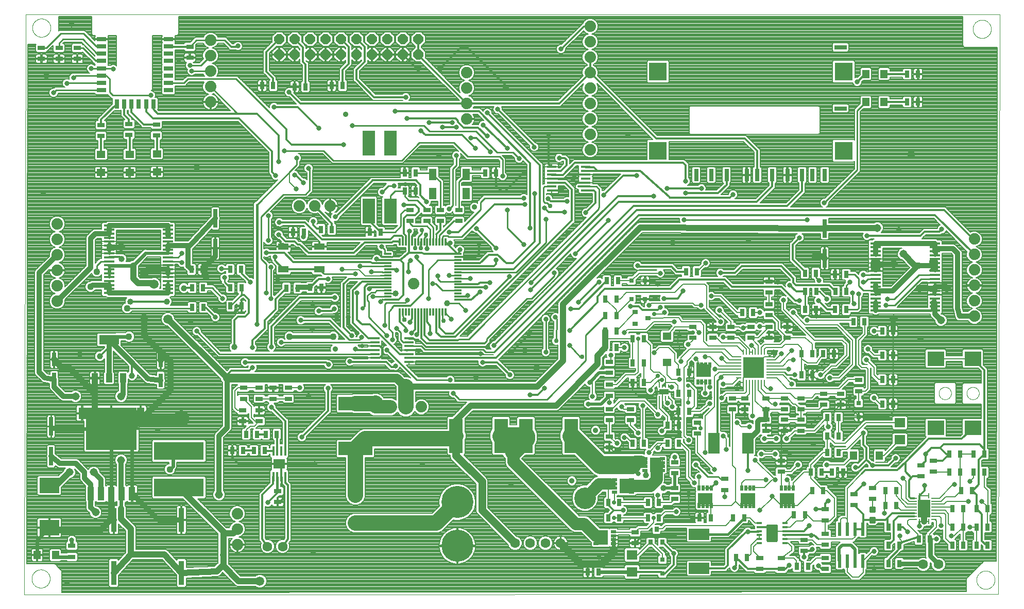
<source format=gtl>
G75*
%MOIN*%
%OFA0B0*%
%FSLAX25Y25*%
%IPPOS*%
%LPD*%
%AMOC8*
5,1,8,0,0,1.08239X$1,22.5*
%
%ADD10C,0.00000*%
%ADD11R,0.06575X0.01772*%
%ADD12C,0.07400*%
%ADD13R,0.03150X0.04724*%
%ADD14R,0.01181X0.04724*%
%ADD15R,0.04724X0.01181*%
%ADD16R,0.02559X0.12205*%
%ADD17R,0.05906X0.03150*%
%ADD18R,0.03150X0.05906*%
%ADD19R,0.06299X0.01378*%
%ADD20R,0.04724X0.03150*%
%ADD21R,0.05118X0.07480*%
%ADD22R,0.08071X0.16142*%
%ADD23R,0.07087X0.04331*%
%ADD24R,0.03937X0.05906*%
%ADD25R,0.12992X0.05906*%
%ADD26R,0.04213X0.08504*%
%ADD27R,0.32795X0.27520*%
%ADD28R,0.05100X0.07600*%
%ADD29R,0.12992X0.09843*%
%ADD30R,0.32283X0.11811*%
%ADD31R,0.03543X0.15748*%
%ADD32OC8,0.06416*%
%ADD33R,0.05512X0.04724*%
%ADD34R,0.02559X0.09055*%
%ADD35R,0.01102X0.03248*%
%ADD36R,0.03248X0.01102*%
%ADD37R,0.07874X0.11811*%
%ADD38R,0.04369X0.04369*%
%ADD39C,0.01181*%
%ADD40R,0.01575X0.06299*%
%ADD41R,0.07441X0.06181*%
%ADD42R,0.13583X0.13583*%
%ADD43R,0.01102X0.03346*%
%ADD44R,0.03346X0.01102*%
%ADD45R,0.06299X0.03543*%
%ADD46R,0.00984X0.01969*%
%ADD47R,0.03150X0.03150*%
%ADD48R,0.01969X0.03268*%
%ADD49R,0.09646X0.07480*%
%ADD50R,0.07283X0.13386*%
%ADD51R,0.05787X0.05000*%
%ADD52R,0.05000X0.05787*%
%ADD53R,0.07087X0.06299*%
%ADD54R,0.03268X0.01969*%
%ADD55R,0.07480X0.09646*%
%ADD56C,0.06299*%
%ADD57R,0.03543X0.03150*%
%ADD58R,0.06500X0.11201*%
%ADD59R,0.03500X0.01654*%
%ADD60R,0.09055X0.22047*%
%ADD61R,0.13386X0.07283*%
%ADD62R,0.03150X0.03543*%
%ADD63R,0.02400X0.08700*%
%ADD64R,0.11024X0.09449*%
%ADD65R,0.03150X0.07874*%
%ADD66R,0.07874X0.03150*%
%ADD67R,0.11811X0.11811*%
%ADD68C,0.09774*%
%ADD69R,0.04724X0.05512*%
%ADD70C,0.20732*%
%ADD71R,0.22047X0.09055*%
%ADD72C,0.03200*%
%ADD73C,0.02400*%
%ADD74C,0.01969*%
%ADD75C,0.01600*%
%ADD76C,0.10000*%
%ADD77C,0.03937*%
%ADD78C,0.05600*%
%ADD79C,0.05937*%
%ADD80C,0.05150*%
%ADD81C,0.01000*%
%ADD82C,0.01575*%
%ADD83C,0.01200*%
%ADD84C,0.03181*%
%ADD85C,0.02984*%
%ADD86C,0.04362*%
%ADD87C,0.03969*%
%ADD88C,0.02362*%
%ADD89C,0.00787*%
%ADD90C,0.03063*%
%ADD91C,0.02866*%
%ADD92C,0.03150*%
%ADD93C,0.03378*%
%ADD94C,0.07874*%
%ADD95C,0.11811*%
%ADD96C,0.05000*%
%ADD97C,0.04000*%
%ADD98C,0.14000*%
%ADD99C,0.07600*%
%ADD100C,0.07480*%
%ADD101C,0.04756*%
%ADD102C,0.10630*%
%ADD103C,0.07000*%
%ADD104R,0.03181X0.03181*%
%ADD105C,0.06600*%
%ADD106C,0.02787*%
%ADD107C,0.03575*%
%ADD108C,0.08600*%
D10*
X0083333Y0083740D02*
X0084121Y0459331D01*
X0714436Y0459331D01*
X0713648Y0084134D01*
X0083333Y0083740D01*
X0088057Y0093976D02*
X0088059Y0094129D01*
X0088065Y0094283D01*
X0088075Y0094436D01*
X0088089Y0094588D01*
X0088107Y0094741D01*
X0088129Y0094892D01*
X0088154Y0095043D01*
X0088184Y0095194D01*
X0088218Y0095344D01*
X0088255Y0095492D01*
X0088296Y0095640D01*
X0088341Y0095786D01*
X0088390Y0095932D01*
X0088443Y0096076D01*
X0088499Y0096218D01*
X0088559Y0096359D01*
X0088623Y0096499D01*
X0088690Y0096637D01*
X0088761Y0096773D01*
X0088836Y0096907D01*
X0088913Y0097039D01*
X0088995Y0097169D01*
X0089079Y0097297D01*
X0089167Y0097423D01*
X0089258Y0097546D01*
X0089352Y0097667D01*
X0089450Y0097785D01*
X0089550Y0097901D01*
X0089654Y0098014D01*
X0089760Y0098125D01*
X0089869Y0098233D01*
X0089981Y0098338D01*
X0090095Y0098439D01*
X0090213Y0098538D01*
X0090332Y0098634D01*
X0090454Y0098727D01*
X0090579Y0098816D01*
X0090706Y0098903D01*
X0090835Y0098985D01*
X0090966Y0099065D01*
X0091099Y0099141D01*
X0091234Y0099214D01*
X0091371Y0099283D01*
X0091510Y0099348D01*
X0091650Y0099410D01*
X0091792Y0099468D01*
X0091935Y0099523D01*
X0092080Y0099574D01*
X0092226Y0099621D01*
X0092373Y0099664D01*
X0092521Y0099703D01*
X0092670Y0099739D01*
X0092820Y0099770D01*
X0092971Y0099798D01*
X0093122Y0099822D01*
X0093275Y0099842D01*
X0093427Y0099858D01*
X0093580Y0099870D01*
X0093733Y0099878D01*
X0093886Y0099882D01*
X0094040Y0099882D01*
X0094193Y0099878D01*
X0094346Y0099870D01*
X0094499Y0099858D01*
X0094651Y0099842D01*
X0094804Y0099822D01*
X0094955Y0099798D01*
X0095106Y0099770D01*
X0095256Y0099739D01*
X0095405Y0099703D01*
X0095553Y0099664D01*
X0095700Y0099621D01*
X0095846Y0099574D01*
X0095991Y0099523D01*
X0096134Y0099468D01*
X0096276Y0099410D01*
X0096416Y0099348D01*
X0096555Y0099283D01*
X0096692Y0099214D01*
X0096827Y0099141D01*
X0096960Y0099065D01*
X0097091Y0098985D01*
X0097220Y0098903D01*
X0097347Y0098816D01*
X0097472Y0098727D01*
X0097594Y0098634D01*
X0097713Y0098538D01*
X0097831Y0098439D01*
X0097945Y0098338D01*
X0098057Y0098233D01*
X0098166Y0098125D01*
X0098272Y0098014D01*
X0098376Y0097901D01*
X0098476Y0097785D01*
X0098574Y0097667D01*
X0098668Y0097546D01*
X0098759Y0097423D01*
X0098847Y0097297D01*
X0098931Y0097169D01*
X0099013Y0097039D01*
X0099090Y0096907D01*
X0099165Y0096773D01*
X0099236Y0096637D01*
X0099303Y0096499D01*
X0099367Y0096359D01*
X0099427Y0096218D01*
X0099483Y0096076D01*
X0099536Y0095932D01*
X0099585Y0095786D01*
X0099630Y0095640D01*
X0099671Y0095492D01*
X0099708Y0095344D01*
X0099742Y0095194D01*
X0099772Y0095043D01*
X0099797Y0094892D01*
X0099819Y0094741D01*
X0099837Y0094588D01*
X0099851Y0094436D01*
X0099861Y0094283D01*
X0099867Y0094129D01*
X0099869Y0093976D01*
X0099867Y0093823D01*
X0099861Y0093669D01*
X0099851Y0093516D01*
X0099837Y0093364D01*
X0099819Y0093211D01*
X0099797Y0093060D01*
X0099772Y0092909D01*
X0099742Y0092758D01*
X0099708Y0092608D01*
X0099671Y0092460D01*
X0099630Y0092312D01*
X0099585Y0092166D01*
X0099536Y0092020D01*
X0099483Y0091876D01*
X0099427Y0091734D01*
X0099367Y0091593D01*
X0099303Y0091453D01*
X0099236Y0091315D01*
X0099165Y0091179D01*
X0099090Y0091045D01*
X0099013Y0090913D01*
X0098931Y0090783D01*
X0098847Y0090655D01*
X0098759Y0090529D01*
X0098668Y0090406D01*
X0098574Y0090285D01*
X0098476Y0090167D01*
X0098376Y0090051D01*
X0098272Y0089938D01*
X0098166Y0089827D01*
X0098057Y0089719D01*
X0097945Y0089614D01*
X0097831Y0089513D01*
X0097713Y0089414D01*
X0097594Y0089318D01*
X0097472Y0089225D01*
X0097347Y0089136D01*
X0097220Y0089049D01*
X0097091Y0088967D01*
X0096960Y0088887D01*
X0096827Y0088811D01*
X0096692Y0088738D01*
X0096555Y0088669D01*
X0096416Y0088604D01*
X0096276Y0088542D01*
X0096134Y0088484D01*
X0095991Y0088429D01*
X0095846Y0088378D01*
X0095700Y0088331D01*
X0095553Y0088288D01*
X0095405Y0088249D01*
X0095256Y0088213D01*
X0095106Y0088182D01*
X0094955Y0088154D01*
X0094804Y0088130D01*
X0094651Y0088110D01*
X0094499Y0088094D01*
X0094346Y0088082D01*
X0094193Y0088074D01*
X0094040Y0088070D01*
X0093886Y0088070D01*
X0093733Y0088074D01*
X0093580Y0088082D01*
X0093427Y0088094D01*
X0093275Y0088110D01*
X0093122Y0088130D01*
X0092971Y0088154D01*
X0092820Y0088182D01*
X0092670Y0088213D01*
X0092521Y0088249D01*
X0092373Y0088288D01*
X0092226Y0088331D01*
X0092080Y0088378D01*
X0091935Y0088429D01*
X0091792Y0088484D01*
X0091650Y0088542D01*
X0091510Y0088604D01*
X0091371Y0088669D01*
X0091234Y0088738D01*
X0091099Y0088811D01*
X0090966Y0088887D01*
X0090835Y0088967D01*
X0090706Y0089049D01*
X0090579Y0089136D01*
X0090454Y0089225D01*
X0090332Y0089318D01*
X0090213Y0089414D01*
X0090095Y0089513D01*
X0089981Y0089614D01*
X0089869Y0089719D01*
X0089760Y0089827D01*
X0089654Y0089938D01*
X0089550Y0090051D01*
X0089450Y0090167D01*
X0089352Y0090285D01*
X0089258Y0090406D01*
X0089167Y0090529D01*
X0089079Y0090655D01*
X0088995Y0090783D01*
X0088913Y0090913D01*
X0088836Y0091045D01*
X0088761Y0091179D01*
X0088690Y0091315D01*
X0088623Y0091453D01*
X0088559Y0091593D01*
X0088499Y0091734D01*
X0088443Y0091876D01*
X0088390Y0092020D01*
X0088341Y0092166D01*
X0088296Y0092312D01*
X0088255Y0092460D01*
X0088218Y0092608D01*
X0088184Y0092758D01*
X0088154Y0092909D01*
X0088129Y0093060D01*
X0088107Y0093211D01*
X0088089Y0093364D01*
X0088075Y0093516D01*
X0088065Y0093669D01*
X0088059Y0093823D01*
X0088057Y0093976D01*
X0088451Y0450669D02*
X0088453Y0450822D01*
X0088459Y0450976D01*
X0088469Y0451129D01*
X0088483Y0451281D01*
X0088501Y0451434D01*
X0088523Y0451585D01*
X0088548Y0451736D01*
X0088578Y0451887D01*
X0088612Y0452037D01*
X0088649Y0452185D01*
X0088690Y0452333D01*
X0088735Y0452479D01*
X0088784Y0452625D01*
X0088837Y0452769D01*
X0088893Y0452911D01*
X0088953Y0453052D01*
X0089017Y0453192D01*
X0089084Y0453330D01*
X0089155Y0453466D01*
X0089230Y0453600D01*
X0089307Y0453732D01*
X0089389Y0453862D01*
X0089473Y0453990D01*
X0089561Y0454116D01*
X0089652Y0454239D01*
X0089746Y0454360D01*
X0089844Y0454478D01*
X0089944Y0454594D01*
X0090048Y0454707D01*
X0090154Y0454818D01*
X0090263Y0454926D01*
X0090375Y0455031D01*
X0090489Y0455132D01*
X0090607Y0455231D01*
X0090726Y0455327D01*
X0090848Y0455420D01*
X0090973Y0455509D01*
X0091100Y0455596D01*
X0091229Y0455678D01*
X0091360Y0455758D01*
X0091493Y0455834D01*
X0091628Y0455907D01*
X0091765Y0455976D01*
X0091904Y0456041D01*
X0092044Y0456103D01*
X0092186Y0456161D01*
X0092329Y0456216D01*
X0092474Y0456267D01*
X0092620Y0456314D01*
X0092767Y0456357D01*
X0092915Y0456396D01*
X0093064Y0456432D01*
X0093214Y0456463D01*
X0093365Y0456491D01*
X0093516Y0456515D01*
X0093669Y0456535D01*
X0093821Y0456551D01*
X0093974Y0456563D01*
X0094127Y0456571D01*
X0094280Y0456575D01*
X0094434Y0456575D01*
X0094587Y0456571D01*
X0094740Y0456563D01*
X0094893Y0456551D01*
X0095045Y0456535D01*
X0095198Y0456515D01*
X0095349Y0456491D01*
X0095500Y0456463D01*
X0095650Y0456432D01*
X0095799Y0456396D01*
X0095947Y0456357D01*
X0096094Y0456314D01*
X0096240Y0456267D01*
X0096385Y0456216D01*
X0096528Y0456161D01*
X0096670Y0456103D01*
X0096810Y0456041D01*
X0096949Y0455976D01*
X0097086Y0455907D01*
X0097221Y0455834D01*
X0097354Y0455758D01*
X0097485Y0455678D01*
X0097614Y0455596D01*
X0097741Y0455509D01*
X0097866Y0455420D01*
X0097988Y0455327D01*
X0098107Y0455231D01*
X0098225Y0455132D01*
X0098339Y0455031D01*
X0098451Y0454926D01*
X0098560Y0454818D01*
X0098666Y0454707D01*
X0098770Y0454594D01*
X0098870Y0454478D01*
X0098968Y0454360D01*
X0099062Y0454239D01*
X0099153Y0454116D01*
X0099241Y0453990D01*
X0099325Y0453862D01*
X0099407Y0453732D01*
X0099484Y0453600D01*
X0099559Y0453466D01*
X0099630Y0453330D01*
X0099697Y0453192D01*
X0099761Y0453052D01*
X0099821Y0452911D01*
X0099877Y0452769D01*
X0099930Y0452625D01*
X0099979Y0452479D01*
X0100024Y0452333D01*
X0100065Y0452185D01*
X0100102Y0452037D01*
X0100136Y0451887D01*
X0100166Y0451736D01*
X0100191Y0451585D01*
X0100213Y0451434D01*
X0100231Y0451281D01*
X0100245Y0451129D01*
X0100255Y0450976D01*
X0100261Y0450822D01*
X0100263Y0450669D01*
X0100261Y0450516D01*
X0100255Y0450362D01*
X0100245Y0450209D01*
X0100231Y0450057D01*
X0100213Y0449904D01*
X0100191Y0449753D01*
X0100166Y0449602D01*
X0100136Y0449451D01*
X0100102Y0449301D01*
X0100065Y0449153D01*
X0100024Y0449005D01*
X0099979Y0448859D01*
X0099930Y0448713D01*
X0099877Y0448569D01*
X0099821Y0448427D01*
X0099761Y0448286D01*
X0099697Y0448146D01*
X0099630Y0448008D01*
X0099559Y0447872D01*
X0099484Y0447738D01*
X0099407Y0447606D01*
X0099325Y0447476D01*
X0099241Y0447348D01*
X0099153Y0447222D01*
X0099062Y0447099D01*
X0098968Y0446978D01*
X0098870Y0446860D01*
X0098770Y0446744D01*
X0098666Y0446631D01*
X0098560Y0446520D01*
X0098451Y0446412D01*
X0098339Y0446307D01*
X0098225Y0446206D01*
X0098107Y0446107D01*
X0097988Y0446011D01*
X0097866Y0445918D01*
X0097741Y0445829D01*
X0097614Y0445742D01*
X0097485Y0445660D01*
X0097354Y0445580D01*
X0097221Y0445504D01*
X0097086Y0445431D01*
X0096949Y0445362D01*
X0096810Y0445297D01*
X0096670Y0445235D01*
X0096528Y0445177D01*
X0096385Y0445122D01*
X0096240Y0445071D01*
X0096094Y0445024D01*
X0095947Y0444981D01*
X0095799Y0444942D01*
X0095650Y0444906D01*
X0095500Y0444875D01*
X0095349Y0444847D01*
X0095198Y0444823D01*
X0095045Y0444803D01*
X0094893Y0444787D01*
X0094740Y0444775D01*
X0094587Y0444767D01*
X0094434Y0444763D01*
X0094280Y0444763D01*
X0094127Y0444767D01*
X0093974Y0444775D01*
X0093821Y0444787D01*
X0093669Y0444803D01*
X0093516Y0444823D01*
X0093365Y0444847D01*
X0093214Y0444875D01*
X0093064Y0444906D01*
X0092915Y0444942D01*
X0092767Y0444981D01*
X0092620Y0445024D01*
X0092474Y0445071D01*
X0092329Y0445122D01*
X0092186Y0445177D01*
X0092044Y0445235D01*
X0091904Y0445297D01*
X0091765Y0445362D01*
X0091628Y0445431D01*
X0091493Y0445504D01*
X0091360Y0445580D01*
X0091229Y0445660D01*
X0091100Y0445742D01*
X0090973Y0445829D01*
X0090848Y0445918D01*
X0090726Y0446011D01*
X0090607Y0446107D01*
X0090489Y0446206D01*
X0090375Y0446307D01*
X0090263Y0446412D01*
X0090154Y0446520D01*
X0090048Y0446631D01*
X0089944Y0446744D01*
X0089844Y0446860D01*
X0089746Y0446978D01*
X0089652Y0447099D01*
X0089561Y0447222D01*
X0089473Y0447348D01*
X0089389Y0447476D01*
X0089307Y0447606D01*
X0089230Y0447738D01*
X0089155Y0447872D01*
X0089084Y0448008D01*
X0089017Y0448146D01*
X0088953Y0448286D01*
X0088893Y0448427D01*
X0088837Y0448569D01*
X0088784Y0448713D01*
X0088735Y0448859D01*
X0088690Y0449005D01*
X0088649Y0449153D01*
X0088612Y0449301D01*
X0088578Y0449451D01*
X0088548Y0449602D01*
X0088523Y0449753D01*
X0088501Y0449904D01*
X0088483Y0450057D01*
X0088469Y0450209D01*
X0088459Y0450362D01*
X0088453Y0450516D01*
X0088451Y0450669D01*
X0675113Y0214055D02*
X0675115Y0214181D01*
X0675121Y0214307D01*
X0675131Y0214433D01*
X0675145Y0214559D01*
X0675163Y0214684D01*
X0675185Y0214808D01*
X0675210Y0214932D01*
X0675240Y0215055D01*
X0675273Y0215176D01*
X0675311Y0215297D01*
X0675352Y0215416D01*
X0675397Y0215535D01*
X0675445Y0215651D01*
X0675497Y0215766D01*
X0675553Y0215879D01*
X0675613Y0215991D01*
X0675676Y0216100D01*
X0675742Y0216208D01*
X0675811Y0216313D01*
X0675884Y0216416D01*
X0675961Y0216517D01*
X0676040Y0216615D01*
X0676122Y0216711D01*
X0676208Y0216804D01*
X0676296Y0216895D01*
X0676387Y0216982D01*
X0676481Y0217067D01*
X0676577Y0217148D01*
X0676676Y0217227D01*
X0676777Y0217302D01*
X0676881Y0217374D01*
X0676987Y0217443D01*
X0677095Y0217509D01*
X0677205Y0217571D01*
X0677317Y0217629D01*
X0677430Y0217684D01*
X0677546Y0217735D01*
X0677663Y0217783D01*
X0677781Y0217827D01*
X0677901Y0217867D01*
X0678022Y0217903D01*
X0678144Y0217936D01*
X0678267Y0217965D01*
X0678391Y0217989D01*
X0678515Y0218010D01*
X0678640Y0218027D01*
X0678766Y0218040D01*
X0678892Y0218049D01*
X0679018Y0218054D01*
X0679145Y0218055D01*
X0679271Y0218052D01*
X0679397Y0218045D01*
X0679523Y0218034D01*
X0679648Y0218019D01*
X0679773Y0218000D01*
X0679897Y0217977D01*
X0680021Y0217951D01*
X0680143Y0217920D01*
X0680265Y0217886D01*
X0680385Y0217847D01*
X0680504Y0217805D01*
X0680622Y0217760D01*
X0680738Y0217710D01*
X0680853Y0217657D01*
X0680965Y0217600D01*
X0681076Y0217540D01*
X0681185Y0217476D01*
X0681292Y0217409D01*
X0681397Y0217339D01*
X0681500Y0217265D01*
X0681600Y0217188D01*
X0681698Y0217108D01*
X0681793Y0217025D01*
X0681885Y0216939D01*
X0681975Y0216850D01*
X0682062Y0216758D01*
X0682145Y0216664D01*
X0682226Y0216567D01*
X0682304Y0216467D01*
X0682379Y0216365D01*
X0682450Y0216261D01*
X0682518Y0216154D01*
X0682582Y0216046D01*
X0682643Y0215935D01*
X0682701Y0215823D01*
X0682755Y0215709D01*
X0682805Y0215593D01*
X0682852Y0215476D01*
X0682895Y0215357D01*
X0682934Y0215237D01*
X0682970Y0215116D01*
X0683001Y0214993D01*
X0683029Y0214870D01*
X0683053Y0214746D01*
X0683073Y0214621D01*
X0683089Y0214496D01*
X0683101Y0214370D01*
X0683109Y0214244D01*
X0683113Y0214118D01*
X0683113Y0213992D01*
X0683109Y0213866D01*
X0683101Y0213740D01*
X0683089Y0213614D01*
X0683073Y0213489D01*
X0683053Y0213364D01*
X0683029Y0213240D01*
X0683001Y0213117D01*
X0682970Y0212994D01*
X0682934Y0212873D01*
X0682895Y0212753D01*
X0682852Y0212634D01*
X0682805Y0212517D01*
X0682755Y0212401D01*
X0682701Y0212287D01*
X0682643Y0212175D01*
X0682582Y0212064D01*
X0682518Y0211956D01*
X0682450Y0211849D01*
X0682379Y0211745D01*
X0682304Y0211643D01*
X0682226Y0211543D01*
X0682145Y0211446D01*
X0682062Y0211352D01*
X0681975Y0211260D01*
X0681885Y0211171D01*
X0681793Y0211085D01*
X0681698Y0211002D01*
X0681600Y0210922D01*
X0681500Y0210845D01*
X0681397Y0210771D01*
X0681292Y0210701D01*
X0681185Y0210634D01*
X0681076Y0210570D01*
X0680965Y0210510D01*
X0680853Y0210453D01*
X0680738Y0210400D01*
X0680622Y0210350D01*
X0680504Y0210305D01*
X0680385Y0210263D01*
X0680265Y0210224D01*
X0680143Y0210190D01*
X0680021Y0210159D01*
X0679897Y0210133D01*
X0679773Y0210110D01*
X0679648Y0210091D01*
X0679523Y0210076D01*
X0679397Y0210065D01*
X0679271Y0210058D01*
X0679145Y0210055D01*
X0679018Y0210056D01*
X0678892Y0210061D01*
X0678766Y0210070D01*
X0678640Y0210083D01*
X0678515Y0210100D01*
X0678391Y0210121D01*
X0678267Y0210145D01*
X0678144Y0210174D01*
X0678022Y0210207D01*
X0677901Y0210243D01*
X0677781Y0210283D01*
X0677663Y0210327D01*
X0677546Y0210375D01*
X0677430Y0210426D01*
X0677317Y0210481D01*
X0677205Y0210539D01*
X0677095Y0210601D01*
X0676987Y0210667D01*
X0676881Y0210736D01*
X0676777Y0210808D01*
X0676676Y0210883D01*
X0676577Y0210962D01*
X0676481Y0211043D01*
X0676387Y0211128D01*
X0676296Y0211215D01*
X0676208Y0211306D01*
X0676122Y0211399D01*
X0676040Y0211495D01*
X0675961Y0211593D01*
X0675884Y0211694D01*
X0675811Y0211797D01*
X0675742Y0211902D01*
X0675676Y0212010D01*
X0675613Y0212119D01*
X0675553Y0212231D01*
X0675497Y0212344D01*
X0675445Y0212459D01*
X0675397Y0212575D01*
X0675352Y0212694D01*
X0675311Y0212813D01*
X0675273Y0212934D01*
X0675240Y0213055D01*
X0675210Y0213178D01*
X0675185Y0213302D01*
X0675163Y0213426D01*
X0675145Y0213551D01*
X0675131Y0213677D01*
X0675121Y0213803D01*
X0675115Y0213929D01*
X0675113Y0214055D01*
X0693113Y0214055D02*
X0693115Y0214181D01*
X0693121Y0214307D01*
X0693131Y0214433D01*
X0693145Y0214559D01*
X0693163Y0214684D01*
X0693185Y0214808D01*
X0693210Y0214932D01*
X0693240Y0215055D01*
X0693273Y0215176D01*
X0693311Y0215297D01*
X0693352Y0215416D01*
X0693397Y0215535D01*
X0693445Y0215651D01*
X0693497Y0215766D01*
X0693553Y0215879D01*
X0693613Y0215991D01*
X0693676Y0216100D01*
X0693742Y0216208D01*
X0693811Y0216313D01*
X0693884Y0216416D01*
X0693961Y0216517D01*
X0694040Y0216615D01*
X0694122Y0216711D01*
X0694208Y0216804D01*
X0694296Y0216895D01*
X0694387Y0216982D01*
X0694481Y0217067D01*
X0694577Y0217148D01*
X0694676Y0217227D01*
X0694777Y0217302D01*
X0694881Y0217374D01*
X0694987Y0217443D01*
X0695095Y0217509D01*
X0695205Y0217571D01*
X0695317Y0217629D01*
X0695430Y0217684D01*
X0695546Y0217735D01*
X0695663Y0217783D01*
X0695781Y0217827D01*
X0695901Y0217867D01*
X0696022Y0217903D01*
X0696144Y0217936D01*
X0696267Y0217965D01*
X0696391Y0217989D01*
X0696515Y0218010D01*
X0696640Y0218027D01*
X0696766Y0218040D01*
X0696892Y0218049D01*
X0697018Y0218054D01*
X0697145Y0218055D01*
X0697271Y0218052D01*
X0697397Y0218045D01*
X0697523Y0218034D01*
X0697648Y0218019D01*
X0697773Y0218000D01*
X0697897Y0217977D01*
X0698021Y0217951D01*
X0698143Y0217920D01*
X0698265Y0217886D01*
X0698385Y0217847D01*
X0698504Y0217805D01*
X0698622Y0217760D01*
X0698738Y0217710D01*
X0698853Y0217657D01*
X0698965Y0217600D01*
X0699076Y0217540D01*
X0699185Y0217476D01*
X0699292Y0217409D01*
X0699397Y0217339D01*
X0699500Y0217265D01*
X0699600Y0217188D01*
X0699698Y0217108D01*
X0699793Y0217025D01*
X0699885Y0216939D01*
X0699975Y0216850D01*
X0700062Y0216758D01*
X0700145Y0216664D01*
X0700226Y0216567D01*
X0700304Y0216467D01*
X0700379Y0216365D01*
X0700450Y0216261D01*
X0700518Y0216154D01*
X0700582Y0216046D01*
X0700643Y0215935D01*
X0700701Y0215823D01*
X0700755Y0215709D01*
X0700805Y0215593D01*
X0700852Y0215476D01*
X0700895Y0215357D01*
X0700934Y0215237D01*
X0700970Y0215116D01*
X0701001Y0214993D01*
X0701029Y0214870D01*
X0701053Y0214746D01*
X0701073Y0214621D01*
X0701089Y0214496D01*
X0701101Y0214370D01*
X0701109Y0214244D01*
X0701113Y0214118D01*
X0701113Y0213992D01*
X0701109Y0213866D01*
X0701101Y0213740D01*
X0701089Y0213614D01*
X0701073Y0213489D01*
X0701053Y0213364D01*
X0701029Y0213240D01*
X0701001Y0213117D01*
X0700970Y0212994D01*
X0700934Y0212873D01*
X0700895Y0212753D01*
X0700852Y0212634D01*
X0700805Y0212517D01*
X0700755Y0212401D01*
X0700701Y0212287D01*
X0700643Y0212175D01*
X0700582Y0212064D01*
X0700518Y0211956D01*
X0700450Y0211849D01*
X0700379Y0211745D01*
X0700304Y0211643D01*
X0700226Y0211543D01*
X0700145Y0211446D01*
X0700062Y0211352D01*
X0699975Y0211260D01*
X0699885Y0211171D01*
X0699793Y0211085D01*
X0699698Y0211002D01*
X0699600Y0210922D01*
X0699500Y0210845D01*
X0699397Y0210771D01*
X0699292Y0210701D01*
X0699185Y0210634D01*
X0699076Y0210570D01*
X0698965Y0210510D01*
X0698853Y0210453D01*
X0698738Y0210400D01*
X0698622Y0210350D01*
X0698504Y0210305D01*
X0698385Y0210263D01*
X0698265Y0210224D01*
X0698143Y0210190D01*
X0698021Y0210159D01*
X0697897Y0210133D01*
X0697773Y0210110D01*
X0697648Y0210091D01*
X0697523Y0210076D01*
X0697397Y0210065D01*
X0697271Y0210058D01*
X0697145Y0210055D01*
X0697018Y0210056D01*
X0696892Y0210061D01*
X0696766Y0210070D01*
X0696640Y0210083D01*
X0696515Y0210100D01*
X0696391Y0210121D01*
X0696267Y0210145D01*
X0696144Y0210174D01*
X0696022Y0210207D01*
X0695901Y0210243D01*
X0695781Y0210283D01*
X0695663Y0210327D01*
X0695546Y0210375D01*
X0695430Y0210426D01*
X0695317Y0210481D01*
X0695205Y0210539D01*
X0695095Y0210601D01*
X0694987Y0210667D01*
X0694881Y0210736D01*
X0694777Y0210808D01*
X0694676Y0210883D01*
X0694577Y0210962D01*
X0694481Y0211043D01*
X0694387Y0211128D01*
X0694296Y0211215D01*
X0694208Y0211306D01*
X0694122Y0211399D01*
X0694040Y0211495D01*
X0693961Y0211593D01*
X0693884Y0211694D01*
X0693811Y0211797D01*
X0693742Y0211902D01*
X0693676Y0212010D01*
X0693613Y0212119D01*
X0693553Y0212231D01*
X0693497Y0212344D01*
X0693445Y0212459D01*
X0693397Y0212575D01*
X0693352Y0212694D01*
X0693311Y0212813D01*
X0693273Y0212934D01*
X0693240Y0213055D01*
X0693210Y0213178D01*
X0693185Y0213302D01*
X0693163Y0213426D01*
X0693145Y0213551D01*
X0693131Y0213677D01*
X0693121Y0213803D01*
X0693115Y0213929D01*
X0693113Y0214055D01*
X0699475Y0093189D02*
X0699477Y0093342D01*
X0699483Y0093496D01*
X0699493Y0093649D01*
X0699507Y0093801D01*
X0699525Y0093954D01*
X0699547Y0094105D01*
X0699572Y0094256D01*
X0699602Y0094407D01*
X0699636Y0094557D01*
X0699673Y0094705D01*
X0699714Y0094853D01*
X0699759Y0094999D01*
X0699808Y0095145D01*
X0699861Y0095289D01*
X0699917Y0095431D01*
X0699977Y0095572D01*
X0700041Y0095712D01*
X0700108Y0095850D01*
X0700179Y0095986D01*
X0700254Y0096120D01*
X0700331Y0096252D01*
X0700413Y0096382D01*
X0700497Y0096510D01*
X0700585Y0096636D01*
X0700676Y0096759D01*
X0700770Y0096880D01*
X0700868Y0096998D01*
X0700968Y0097114D01*
X0701072Y0097227D01*
X0701178Y0097338D01*
X0701287Y0097446D01*
X0701399Y0097551D01*
X0701513Y0097652D01*
X0701631Y0097751D01*
X0701750Y0097847D01*
X0701872Y0097940D01*
X0701997Y0098029D01*
X0702124Y0098116D01*
X0702253Y0098198D01*
X0702384Y0098278D01*
X0702517Y0098354D01*
X0702652Y0098427D01*
X0702789Y0098496D01*
X0702928Y0098561D01*
X0703068Y0098623D01*
X0703210Y0098681D01*
X0703353Y0098736D01*
X0703498Y0098787D01*
X0703644Y0098834D01*
X0703791Y0098877D01*
X0703939Y0098916D01*
X0704088Y0098952D01*
X0704238Y0098983D01*
X0704389Y0099011D01*
X0704540Y0099035D01*
X0704693Y0099055D01*
X0704845Y0099071D01*
X0704998Y0099083D01*
X0705151Y0099091D01*
X0705304Y0099095D01*
X0705458Y0099095D01*
X0705611Y0099091D01*
X0705764Y0099083D01*
X0705917Y0099071D01*
X0706069Y0099055D01*
X0706222Y0099035D01*
X0706373Y0099011D01*
X0706524Y0098983D01*
X0706674Y0098952D01*
X0706823Y0098916D01*
X0706971Y0098877D01*
X0707118Y0098834D01*
X0707264Y0098787D01*
X0707409Y0098736D01*
X0707552Y0098681D01*
X0707694Y0098623D01*
X0707834Y0098561D01*
X0707973Y0098496D01*
X0708110Y0098427D01*
X0708245Y0098354D01*
X0708378Y0098278D01*
X0708509Y0098198D01*
X0708638Y0098116D01*
X0708765Y0098029D01*
X0708890Y0097940D01*
X0709012Y0097847D01*
X0709131Y0097751D01*
X0709249Y0097652D01*
X0709363Y0097551D01*
X0709475Y0097446D01*
X0709584Y0097338D01*
X0709690Y0097227D01*
X0709794Y0097114D01*
X0709894Y0096998D01*
X0709992Y0096880D01*
X0710086Y0096759D01*
X0710177Y0096636D01*
X0710265Y0096510D01*
X0710349Y0096382D01*
X0710431Y0096252D01*
X0710508Y0096120D01*
X0710583Y0095986D01*
X0710654Y0095850D01*
X0710721Y0095712D01*
X0710785Y0095572D01*
X0710845Y0095431D01*
X0710901Y0095289D01*
X0710954Y0095145D01*
X0711003Y0094999D01*
X0711048Y0094853D01*
X0711089Y0094705D01*
X0711126Y0094557D01*
X0711160Y0094407D01*
X0711190Y0094256D01*
X0711215Y0094105D01*
X0711237Y0093954D01*
X0711255Y0093801D01*
X0711269Y0093649D01*
X0711279Y0093496D01*
X0711285Y0093342D01*
X0711287Y0093189D01*
X0711285Y0093036D01*
X0711279Y0092882D01*
X0711269Y0092729D01*
X0711255Y0092577D01*
X0711237Y0092424D01*
X0711215Y0092273D01*
X0711190Y0092122D01*
X0711160Y0091971D01*
X0711126Y0091821D01*
X0711089Y0091673D01*
X0711048Y0091525D01*
X0711003Y0091379D01*
X0710954Y0091233D01*
X0710901Y0091089D01*
X0710845Y0090947D01*
X0710785Y0090806D01*
X0710721Y0090666D01*
X0710654Y0090528D01*
X0710583Y0090392D01*
X0710508Y0090258D01*
X0710431Y0090126D01*
X0710349Y0089996D01*
X0710265Y0089868D01*
X0710177Y0089742D01*
X0710086Y0089619D01*
X0709992Y0089498D01*
X0709894Y0089380D01*
X0709794Y0089264D01*
X0709690Y0089151D01*
X0709584Y0089040D01*
X0709475Y0088932D01*
X0709363Y0088827D01*
X0709249Y0088726D01*
X0709131Y0088627D01*
X0709012Y0088531D01*
X0708890Y0088438D01*
X0708765Y0088349D01*
X0708638Y0088262D01*
X0708509Y0088180D01*
X0708378Y0088100D01*
X0708245Y0088024D01*
X0708110Y0087951D01*
X0707973Y0087882D01*
X0707834Y0087817D01*
X0707694Y0087755D01*
X0707552Y0087697D01*
X0707409Y0087642D01*
X0707264Y0087591D01*
X0707118Y0087544D01*
X0706971Y0087501D01*
X0706823Y0087462D01*
X0706674Y0087426D01*
X0706524Y0087395D01*
X0706373Y0087367D01*
X0706222Y0087343D01*
X0706069Y0087323D01*
X0705917Y0087307D01*
X0705764Y0087295D01*
X0705611Y0087287D01*
X0705458Y0087283D01*
X0705304Y0087283D01*
X0705151Y0087287D01*
X0704998Y0087295D01*
X0704845Y0087307D01*
X0704693Y0087323D01*
X0704540Y0087343D01*
X0704389Y0087367D01*
X0704238Y0087395D01*
X0704088Y0087426D01*
X0703939Y0087462D01*
X0703791Y0087501D01*
X0703644Y0087544D01*
X0703498Y0087591D01*
X0703353Y0087642D01*
X0703210Y0087697D01*
X0703068Y0087755D01*
X0702928Y0087817D01*
X0702789Y0087882D01*
X0702652Y0087951D01*
X0702517Y0088024D01*
X0702384Y0088100D01*
X0702253Y0088180D01*
X0702124Y0088262D01*
X0701997Y0088349D01*
X0701872Y0088438D01*
X0701750Y0088531D01*
X0701631Y0088627D01*
X0701513Y0088726D01*
X0701399Y0088827D01*
X0701287Y0088932D01*
X0701178Y0089040D01*
X0701072Y0089151D01*
X0700968Y0089264D01*
X0700868Y0089380D01*
X0700770Y0089498D01*
X0700676Y0089619D01*
X0700585Y0089742D01*
X0700497Y0089868D01*
X0700413Y0089996D01*
X0700331Y0090126D01*
X0700254Y0090258D01*
X0700179Y0090392D01*
X0700108Y0090528D01*
X0700041Y0090666D01*
X0699977Y0090806D01*
X0699917Y0090947D01*
X0699861Y0091089D01*
X0699808Y0091233D01*
X0699759Y0091379D01*
X0699714Y0091525D01*
X0699673Y0091673D01*
X0699636Y0091821D01*
X0699602Y0091971D01*
X0699572Y0092122D01*
X0699547Y0092273D01*
X0699525Y0092424D01*
X0699507Y0092577D01*
X0699493Y0092729D01*
X0699483Y0092882D01*
X0699477Y0093036D01*
X0699475Y0093189D01*
X0697112Y0449882D02*
X0697114Y0450035D01*
X0697120Y0450189D01*
X0697130Y0450342D01*
X0697144Y0450494D01*
X0697162Y0450647D01*
X0697184Y0450798D01*
X0697209Y0450949D01*
X0697239Y0451100D01*
X0697273Y0451250D01*
X0697310Y0451398D01*
X0697351Y0451546D01*
X0697396Y0451692D01*
X0697445Y0451838D01*
X0697498Y0451982D01*
X0697554Y0452124D01*
X0697614Y0452265D01*
X0697678Y0452405D01*
X0697745Y0452543D01*
X0697816Y0452679D01*
X0697891Y0452813D01*
X0697968Y0452945D01*
X0698050Y0453075D01*
X0698134Y0453203D01*
X0698222Y0453329D01*
X0698313Y0453452D01*
X0698407Y0453573D01*
X0698505Y0453691D01*
X0698605Y0453807D01*
X0698709Y0453920D01*
X0698815Y0454031D01*
X0698924Y0454139D01*
X0699036Y0454244D01*
X0699150Y0454345D01*
X0699268Y0454444D01*
X0699387Y0454540D01*
X0699509Y0454633D01*
X0699634Y0454722D01*
X0699761Y0454809D01*
X0699890Y0454891D01*
X0700021Y0454971D01*
X0700154Y0455047D01*
X0700289Y0455120D01*
X0700426Y0455189D01*
X0700565Y0455254D01*
X0700705Y0455316D01*
X0700847Y0455374D01*
X0700990Y0455429D01*
X0701135Y0455480D01*
X0701281Y0455527D01*
X0701428Y0455570D01*
X0701576Y0455609D01*
X0701725Y0455645D01*
X0701875Y0455676D01*
X0702026Y0455704D01*
X0702177Y0455728D01*
X0702330Y0455748D01*
X0702482Y0455764D01*
X0702635Y0455776D01*
X0702788Y0455784D01*
X0702941Y0455788D01*
X0703095Y0455788D01*
X0703248Y0455784D01*
X0703401Y0455776D01*
X0703554Y0455764D01*
X0703706Y0455748D01*
X0703859Y0455728D01*
X0704010Y0455704D01*
X0704161Y0455676D01*
X0704311Y0455645D01*
X0704460Y0455609D01*
X0704608Y0455570D01*
X0704755Y0455527D01*
X0704901Y0455480D01*
X0705046Y0455429D01*
X0705189Y0455374D01*
X0705331Y0455316D01*
X0705471Y0455254D01*
X0705610Y0455189D01*
X0705747Y0455120D01*
X0705882Y0455047D01*
X0706015Y0454971D01*
X0706146Y0454891D01*
X0706275Y0454809D01*
X0706402Y0454722D01*
X0706527Y0454633D01*
X0706649Y0454540D01*
X0706768Y0454444D01*
X0706886Y0454345D01*
X0707000Y0454244D01*
X0707112Y0454139D01*
X0707221Y0454031D01*
X0707327Y0453920D01*
X0707431Y0453807D01*
X0707531Y0453691D01*
X0707629Y0453573D01*
X0707723Y0453452D01*
X0707814Y0453329D01*
X0707902Y0453203D01*
X0707986Y0453075D01*
X0708068Y0452945D01*
X0708145Y0452813D01*
X0708220Y0452679D01*
X0708291Y0452543D01*
X0708358Y0452405D01*
X0708422Y0452265D01*
X0708482Y0452124D01*
X0708538Y0451982D01*
X0708591Y0451838D01*
X0708640Y0451692D01*
X0708685Y0451546D01*
X0708726Y0451398D01*
X0708763Y0451250D01*
X0708797Y0451100D01*
X0708827Y0450949D01*
X0708852Y0450798D01*
X0708874Y0450647D01*
X0708892Y0450494D01*
X0708906Y0450342D01*
X0708916Y0450189D01*
X0708922Y0450035D01*
X0708924Y0449882D01*
X0708922Y0449729D01*
X0708916Y0449575D01*
X0708906Y0449422D01*
X0708892Y0449270D01*
X0708874Y0449117D01*
X0708852Y0448966D01*
X0708827Y0448815D01*
X0708797Y0448664D01*
X0708763Y0448514D01*
X0708726Y0448366D01*
X0708685Y0448218D01*
X0708640Y0448072D01*
X0708591Y0447926D01*
X0708538Y0447782D01*
X0708482Y0447640D01*
X0708422Y0447499D01*
X0708358Y0447359D01*
X0708291Y0447221D01*
X0708220Y0447085D01*
X0708145Y0446951D01*
X0708068Y0446819D01*
X0707986Y0446689D01*
X0707902Y0446561D01*
X0707814Y0446435D01*
X0707723Y0446312D01*
X0707629Y0446191D01*
X0707531Y0446073D01*
X0707431Y0445957D01*
X0707327Y0445844D01*
X0707221Y0445733D01*
X0707112Y0445625D01*
X0707000Y0445520D01*
X0706886Y0445419D01*
X0706768Y0445320D01*
X0706649Y0445224D01*
X0706527Y0445131D01*
X0706402Y0445042D01*
X0706275Y0444955D01*
X0706146Y0444873D01*
X0706015Y0444793D01*
X0705882Y0444717D01*
X0705747Y0444644D01*
X0705610Y0444575D01*
X0705471Y0444510D01*
X0705331Y0444448D01*
X0705189Y0444390D01*
X0705046Y0444335D01*
X0704901Y0444284D01*
X0704755Y0444237D01*
X0704608Y0444194D01*
X0704460Y0444155D01*
X0704311Y0444119D01*
X0704161Y0444088D01*
X0704010Y0444060D01*
X0703859Y0444036D01*
X0703706Y0444016D01*
X0703554Y0444000D01*
X0703401Y0443988D01*
X0703248Y0443980D01*
X0703095Y0443976D01*
X0702941Y0443976D01*
X0702788Y0443980D01*
X0702635Y0443988D01*
X0702482Y0444000D01*
X0702330Y0444016D01*
X0702177Y0444036D01*
X0702026Y0444060D01*
X0701875Y0444088D01*
X0701725Y0444119D01*
X0701576Y0444155D01*
X0701428Y0444194D01*
X0701281Y0444237D01*
X0701135Y0444284D01*
X0700990Y0444335D01*
X0700847Y0444390D01*
X0700705Y0444448D01*
X0700565Y0444510D01*
X0700426Y0444575D01*
X0700289Y0444644D01*
X0700154Y0444717D01*
X0700021Y0444793D01*
X0699890Y0444873D01*
X0699761Y0444955D01*
X0699634Y0445042D01*
X0699509Y0445131D01*
X0699387Y0445224D01*
X0699268Y0445320D01*
X0699150Y0445419D01*
X0699036Y0445520D01*
X0698924Y0445625D01*
X0698815Y0445733D01*
X0698709Y0445844D01*
X0698605Y0445957D01*
X0698505Y0446073D01*
X0698407Y0446191D01*
X0698313Y0446312D01*
X0698222Y0446435D01*
X0698134Y0446561D01*
X0698050Y0446689D01*
X0697968Y0446819D01*
X0697891Y0446951D01*
X0697816Y0447085D01*
X0697745Y0447221D01*
X0697678Y0447359D01*
X0697614Y0447499D01*
X0697554Y0447640D01*
X0697498Y0447782D01*
X0697445Y0447926D01*
X0697396Y0448072D01*
X0697351Y0448218D01*
X0697310Y0448366D01*
X0697273Y0448514D01*
X0697239Y0448664D01*
X0697209Y0448815D01*
X0697184Y0448966D01*
X0697162Y0449117D01*
X0697144Y0449270D01*
X0697130Y0449422D01*
X0697120Y0449575D01*
X0697114Y0449729D01*
X0697112Y0449882D01*
D11*
X0672428Y0311142D03*
X0672428Y0308583D03*
X0672428Y0306024D03*
X0672428Y0303465D03*
X0672428Y0300906D03*
X0672428Y0298346D03*
X0672428Y0295787D03*
X0672428Y0293228D03*
X0672428Y0290669D03*
X0672428Y0288110D03*
X0672428Y0285551D03*
X0672428Y0282992D03*
X0672428Y0280433D03*
X0672428Y0277874D03*
X0672428Y0275315D03*
X0672428Y0272756D03*
X0672428Y0270197D03*
X0672428Y0267638D03*
X0634121Y0267638D03*
X0634121Y0270197D03*
X0634121Y0272756D03*
X0634121Y0275315D03*
X0634121Y0277874D03*
X0634121Y0280433D03*
X0634121Y0282992D03*
X0634121Y0285551D03*
X0634121Y0288110D03*
X0634121Y0290669D03*
X0634121Y0293228D03*
X0634121Y0295787D03*
X0634121Y0298346D03*
X0634121Y0300906D03*
X0634121Y0303465D03*
X0634121Y0306024D03*
X0634121Y0308583D03*
X0634121Y0311142D03*
X0176365Y0312283D03*
X0176365Y0309724D03*
X0176365Y0307165D03*
X0176365Y0304606D03*
X0176365Y0302047D03*
X0176365Y0299488D03*
X0176365Y0296929D03*
X0176365Y0294370D03*
X0176365Y0291811D03*
X0176365Y0289252D03*
X0176365Y0286693D03*
X0176365Y0284134D03*
X0176365Y0281575D03*
X0176365Y0279016D03*
X0138058Y0279016D03*
X0138058Y0281575D03*
X0138058Y0284134D03*
X0138058Y0286693D03*
X0138058Y0289252D03*
X0138058Y0291811D03*
X0138058Y0294370D03*
X0138058Y0296929D03*
X0138058Y0299488D03*
X0138058Y0302047D03*
X0138058Y0304606D03*
X0138058Y0307165D03*
X0138058Y0309724D03*
X0138058Y0312283D03*
X0138058Y0314843D03*
X0138058Y0317402D03*
X0138058Y0319961D03*
X0138058Y0322520D03*
X0176365Y0322520D03*
X0176365Y0319961D03*
X0176365Y0317402D03*
X0176365Y0314843D03*
D12*
X0104593Y0313701D03*
X0104593Y0323701D03*
X0104593Y0303701D03*
X0104593Y0293701D03*
X0104593Y0283701D03*
X0104593Y0273701D03*
X0261168Y0335315D03*
X0271168Y0335315D03*
X0281168Y0335315D03*
X0335302Y0285118D03*
X0340144Y0205197D03*
X0330144Y0205197D03*
X0320144Y0205197D03*
X0221129Y0136102D03*
X0221129Y0126102D03*
X0221129Y0116102D03*
X0449475Y0371693D03*
X0449475Y0381693D03*
X0449475Y0391693D03*
X0449475Y0401693D03*
X0449475Y0411693D03*
X0449475Y0421693D03*
X0449475Y0431693D03*
X0449475Y0441693D03*
X0449475Y0451693D03*
X0369554Y0421693D03*
X0369554Y0411693D03*
X0369554Y0401693D03*
X0369554Y0391693D03*
X0203806Y0402638D03*
X0203806Y0412638D03*
X0203806Y0422638D03*
X0203806Y0432638D03*
X0203806Y0442638D03*
X0698097Y0313858D03*
X0698097Y0303858D03*
X0698097Y0293858D03*
X0698097Y0283858D03*
X0698097Y0273858D03*
X0698097Y0263858D03*
D13*
X0645538Y0254409D03*
X0638451Y0254409D03*
X0626837Y0260315D03*
X0619751Y0260315D03*
X0615105Y0268228D03*
X0608018Y0268228D03*
X0608255Y0280039D03*
X0615341Y0280039D03*
X0615105Y0290984D03*
X0608018Y0290984D03*
X0595499Y0291772D03*
X0588412Y0291772D03*
X0588648Y0279961D03*
X0595735Y0279961D03*
X0595696Y0268228D03*
X0588609Y0268228D03*
X0554987Y0266220D03*
X0547900Y0266220D03*
X0586286Y0239646D03*
X0593373Y0239646D03*
X0600066Y0239646D03*
X0607152Y0239646D03*
X0593373Y0225866D03*
X0586286Y0225866D03*
X0603018Y0198307D03*
X0610105Y0198307D03*
X0610105Y0186496D03*
X0603018Y0186496D03*
X0603018Y0175669D03*
X0610105Y0175669D03*
X0613058Y0162874D03*
X0605971Y0162874D03*
X0599278Y0162874D03*
X0592192Y0162874D03*
X0593176Y0151063D03*
X0600262Y0151063D03*
X0588451Y0135315D03*
X0581365Y0135315D03*
X0549081Y0133346D03*
X0541995Y0133346D03*
X0527428Y0133346D03*
X0520341Y0133346D03*
X0493963Y0133346D03*
X0486877Y0133346D03*
X0486877Y0143189D03*
X0493963Y0143189D03*
X0468373Y0143189D03*
X0461286Y0143189D03*
X0461286Y0133346D03*
X0468373Y0133346D03*
X0454987Y0098307D03*
X0447900Y0098307D03*
X0543963Y0107756D03*
X0551050Y0107756D03*
X0583333Y0101850D03*
X0590420Y0101850D03*
X0642388Y0103819D03*
X0649475Y0103819D03*
X0649475Y0115630D03*
X0642388Y0115630D03*
X0642388Y0127441D03*
X0649475Y0127441D03*
X0662073Y0119567D03*
X0669160Y0119567D03*
X0683727Y0115630D03*
X0690814Y0115630D03*
X0699475Y0115630D03*
X0706562Y0115630D03*
X0706562Y0127441D03*
X0699475Y0127441D03*
X0690814Y0127441D03*
X0683727Y0127441D03*
X0683727Y0139252D03*
X0690814Y0139252D03*
X0699475Y0139252D03*
X0706562Y0139252D03*
X0696719Y0151063D03*
X0689633Y0151063D03*
X0688845Y0162874D03*
X0681759Y0162874D03*
X0681759Y0174685D03*
X0688845Y0174685D03*
X0697507Y0174685D03*
X0704593Y0174685D03*
X0704593Y0162874D03*
X0697507Y0162874D03*
X0647507Y0151063D03*
X0640420Y0151063D03*
X0640420Y0141220D03*
X0647507Y0141220D03*
X0645538Y0207165D03*
X0638451Y0207165D03*
X0638451Y0222913D03*
X0645538Y0222913D03*
X0645538Y0238661D03*
X0638451Y0238661D03*
X0518570Y0292795D03*
X0511483Y0292795D03*
X0467388Y0286890D03*
X0460302Y0286890D03*
X0459318Y0275079D03*
X0466404Y0275079D03*
X0466404Y0264252D03*
X0459318Y0264252D03*
X0459318Y0254409D03*
X0466404Y0254409D03*
X0477034Y0249488D03*
X0484121Y0249488D03*
X0466404Y0243583D03*
X0459318Y0243583D03*
X0477034Y0233740D03*
X0484121Y0233740D03*
X0484121Y0220945D03*
X0477034Y0220945D03*
X0506562Y0227835D03*
X0513648Y0227835D03*
X0513648Y0214055D03*
X0506562Y0214055D03*
X0506562Y0202244D03*
X0513648Y0202244D03*
X0506759Y0193386D03*
X0499672Y0193386D03*
X0499672Y0181575D03*
X0506759Y0181575D03*
X0484121Y0181575D03*
X0477034Y0181575D03*
X0275459Y0282559D03*
X0268373Y0282559D03*
X0260105Y0282165D03*
X0253018Y0282165D03*
X0223766Y0282362D03*
X0216680Y0282362D03*
X0216444Y0294213D03*
X0223530Y0294213D03*
X0198570Y0294213D03*
X0191483Y0294213D03*
X0191955Y0282402D03*
X0199042Y0282402D03*
X0199081Y0269724D03*
X0191995Y0269724D03*
X0216719Y0270551D03*
X0223806Y0270551D03*
X0257152Y0318386D03*
X0264239Y0318386D03*
X0275262Y0320157D03*
X0282349Y0320157D03*
X0306759Y0318386D03*
X0313845Y0318386D03*
X0329396Y0344961D03*
X0336483Y0344961D03*
X0336483Y0356772D03*
X0329396Y0356772D03*
X0381562Y0356772D03*
X0388648Y0356772D03*
X0289239Y0413268D03*
X0282152Y0413268D03*
X0265223Y0412480D03*
X0258136Y0412480D03*
X0244357Y0413268D03*
X0237270Y0413268D03*
X0239633Y0187480D03*
X0233924Y0187480D03*
X0226837Y0187480D03*
X0224869Y0177047D03*
X0231759Y0177047D03*
X0238845Y0177047D03*
X0246719Y0187480D03*
X0217782Y0177047D03*
X0654593Y0402638D03*
X0661680Y0402638D03*
X0661680Y0420748D03*
X0654593Y0420748D03*
D14*
X0355853Y0312087D03*
X0353885Y0312087D03*
X0351916Y0312087D03*
X0349948Y0312087D03*
X0347979Y0312087D03*
X0346010Y0312087D03*
X0344042Y0312087D03*
X0342073Y0312087D03*
X0340105Y0312087D03*
X0338136Y0312087D03*
X0336168Y0312087D03*
X0334199Y0312087D03*
X0332231Y0312087D03*
X0330262Y0312087D03*
X0328294Y0312087D03*
X0326325Y0312087D03*
X0326325Y0266811D03*
X0328294Y0266811D03*
X0330262Y0266811D03*
X0332231Y0266811D03*
X0334199Y0266811D03*
X0336168Y0266811D03*
X0338136Y0266811D03*
X0340105Y0266811D03*
X0342073Y0266811D03*
X0344042Y0266811D03*
X0346010Y0266811D03*
X0347979Y0266811D03*
X0349948Y0266811D03*
X0351916Y0266811D03*
X0353885Y0266811D03*
X0355853Y0266811D03*
D15*
X0363727Y0274685D03*
X0363727Y0276654D03*
X0363727Y0278622D03*
X0363727Y0280591D03*
X0363727Y0282559D03*
X0363727Y0284528D03*
X0363727Y0286496D03*
X0363727Y0288465D03*
X0363727Y0290433D03*
X0363727Y0292402D03*
X0363727Y0294370D03*
X0363727Y0296339D03*
X0363727Y0298307D03*
X0363727Y0300276D03*
X0363727Y0302244D03*
X0363727Y0304213D03*
X0318451Y0304213D03*
X0318451Y0302244D03*
X0318451Y0300276D03*
X0318451Y0298307D03*
X0318451Y0296339D03*
X0318451Y0294370D03*
X0318451Y0292402D03*
X0318451Y0290433D03*
X0318451Y0288465D03*
X0318451Y0286496D03*
X0318451Y0284528D03*
X0318451Y0282559D03*
X0318451Y0280591D03*
X0318451Y0278622D03*
X0318451Y0276654D03*
X0318451Y0274685D03*
D16*
X0206955Y0307953D03*
X0206955Y0327244D03*
X0100656Y0192520D03*
X0100656Y0173228D03*
X0601247Y0301457D03*
X0601247Y0320748D03*
D17*
X0176640Y0410315D03*
X0176640Y0415039D03*
X0176640Y0419764D03*
X0176640Y0424488D03*
X0176640Y0429213D03*
X0176640Y0433937D03*
X0176640Y0438661D03*
X0176640Y0443386D03*
X0133333Y0443386D03*
X0133333Y0438661D03*
X0133333Y0433937D03*
X0133333Y0429213D03*
X0133333Y0424488D03*
X0133333Y0419764D03*
X0133333Y0415039D03*
X0133333Y0410315D03*
D18*
X0143176Y0401457D03*
X0147900Y0401457D03*
X0152625Y0401457D03*
X0157349Y0401457D03*
X0162073Y0401457D03*
X0166798Y0401457D03*
D19*
X0310105Y0249685D03*
X0310105Y0247126D03*
X0310105Y0244567D03*
X0310105Y0242008D03*
X0310105Y0239449D03*
X0310105Y0236890D03*
X0310105Y0234331D03*
X0332152Y0234331D03*
X0332152Y0236890D03*
X0332152Y0239449D03*
X0332152Y0242008D03*
X0332152Y0244567D03*
X0332152Y0247126D03*
X0332152Y0249685D03*
X0424475Y0345354D03*
X0424475Y0347913D03*
X0424475Y0350472D03*
X0424475Y0353031D03*
X0424475Y0355591D03*
X0424475Y0358150D03*
X0424475Y0360709D03*
X0446522Y0360709D03*
X0446522Y0358150D03*
X0446522Y0355591D03*
X0446522Y0353031D03*
X0446522Y0350472D03*
X0446522Y0347913D03*
X0446522Y0345354D03*
D20*
X0364436Y0332756D03*
X0364436Y0325669D03*
X0352625Y0325669D03*
X0352625Y0332756D03*
X0343766Y0332756D03*
X0343766Y0325669D03*
X0332940Y0325669D03*
X0332940Y0332756D03*
X0461877Y0234331D03*
X0461877Y0227244D03*
X0461877Y0219567D03*
X0461877Y0212480D03*
X0461877Y0203819D03*
X0461877Y0196732D03*
X0475656Y0196732D03*
X0475656Y0203819D03*
X0461877Y0186102D03*
X0461877Y0179016D03*
X0504199Y0169370D03*
X0504199Y0162283D03*
X0504199Y0152638D03*
X0504199Y0145551D03*
X0536680Y0151457D03*
X0536680Y0158543D03*
X0573097Y0163268D03*
X0573097Y0170354D03*
X0575066Y0189843D03*
X0585892Y0189843D03*
X0585892Y0196929D03*
X0585892Y0203622D03*
X0575066Y0203622D03*
X0575066Y0196929D03*
X0563255Y0196929D03*
X0563255Y0203622D03*
X0563255Y0210709D03*
X0575066Y0210709D03*
X0585892Y0210709D03*
X0600656Y0213661D03*
X0600656Y0206575D03*
X0611483Y0206575D03*
X0611483Y0213661D03*
X0623294Y0215433D03*
X0623294Y0222520D03*
X0577034Y0249882D03*
X0577034Y0256969D03*
X0565223Y0256969D03*
X0565223Y0249882D03*
X0553412Y0249882D03*
X0553412Y0256969D03*
X0540617Y0256969D03*
X0540617Y0249882D03*
X0528806Y0249882D03*
X0528806Y0256969D03*
X0516010Y0256969D03*
X0516010Y0249882D03*
X0565223Y0264646D03*
X0565223Y0271732D03*
X0565223Y0279409D03*
X0565223Y0286496D03*
X0549475Y0210709D03*
X0541601Y0210709D03*
X0541601Y0203622D03*
X0549475Y0203622D03*
X0563255Y0189843D03*
X0518963Y0187874D03*
X0518963Y0194961D03*
X0601640Y0138858D03*
X0601640Y0131772D03*
X0601640Y0123110D03*
X0601640Y0116024D03*
X0601640Y0107362D03*
X0601640Y0100276D03*
X0587861Y0112087D03*
X0587861Y0119173D03*
X0573097Y0107362D03*
X0573097Y0100276D03*
X0559318Y0100276D03*
X0559318Y0107362D03*
X0620341Y0141614D03*
X0620341Y0148701D03*
X0632152Y0145551D03*
X0632152Y0152638D03*
X0663648Y0160315D03*
X0663648Y0167402D03*
X0671522Y0170354D03*
X0671522Y0163268D03*
X0478609Y0124094D03*
X0478609Y0117008D03*
X0254199Y0210512D03*
X0244357Y0210512D03*
X0244357Y0217598D03*
X0254199Y0217598D03*
X0235302Y0217598D03*
X0225066Y0217598D03*
X0225066Y0210512D03*
X0224672Y0203031D03*
X0235302Y0203031D03*
X0235302Y0210512D03*
X0235302Y0195945D03*
X0224672Y0195945D03*
X0247310Y0150669D03*
X0247310Y0143583D03*
X0114042Y0115236D03*
X0114042Y0108150D03*
X0132940Y0380591D03*
X0132940Y0387677D03*
X0151050Y0388465D03*
X0151050Y0381378D03*
X0168766Y0380984D03*
X0168766Y0388071D03*
X0117585Y0430591D03*
X0117585Y0437677D03*
X0105774Y0437677D03*
X0094357Y0437677D03*
X0094357Y0430591D03*
X0105774Y0430591D03*
X0190420Y0431378D03*
X0190420Y0438465D03*
D21*
X0347703Y0355787D03*
X0347703Y0343386D03*
X0369357Y0343386D03*
X0369357Y0355787D03*
D22*
X0320144Y0375866D03*
X0306168Y0375866D03*
X0306168Y0332165D03*
X0320144Y0332165D03*
D23*
X0274278Y0308937D03*
X0274278Y0294370D03*
X0251050Y0294370D03*
X0251050Y0308937D03*
D24*
X0147113Y0223898D03*
X0138058Y0223898D03*
X0129003Y0223898D03*
D25*
X0138058Y0248701D03*
D26*
X0139633Y0149094D03*
X0146325Y0149094D03*
X0153018Y0149094D03*
X0132940Y0149094D03*
X0126247Y0149094D03*
D27*
X0139633Y0191122D03*
D28*
X0158497Y0201094D03*
X0120747Y0201094D03*
D29*
X0099475Y0154213D03*
X0099475Y0127047D03*
D30*
X0183333Y0153031D03*
X0183333Y0176654D03*
D31*
X0184908Y0132008D03*
X0141207Y0131929D03*
X0141207Y0097638D03*
X0184908Y0097717D03*
D32*
X0248294Y0433346D03*
X0258294Y0433346D03*
X0268294Y0433346D03*
X0278294Y0433346D03*
X0288294Y0433346D03*
X0298294Y0433346D03*
X0308294Y0433346D03*
X0318294Y0433346D03*
X0328294Y0433346D03*
X0338294Y0433346D03*
X0338294Y0443346D03*
X0328294Y0443346D03*
X0318294Y0443346D03*
X0308294Y0443346D03*
X0298294Y0443346D03*
X0288294Y0443346D03*
X0278294Y0443346D03*
X0268294Y0443346D03*
X0258294Y0443346D03*
X0248294Y0443346D03*
D33*
X0169160Y0369173D03*
X0151444Y0368780D03*
X0151444Y0356969D03*
X0169160Y0357362D03*
X0132940Y0356969D03*
X0132940Y0368780D03*
D34*
X0102625Y0235906D03*
X0102625Y0222913D03*
X0171522Y0222441D03*
X0171522Y0235433D03*
D35*
X0662664Y0147569D03*
X0668570Y0147569D03*
X0668570Y0130935D03*
X0662664Y0130935D03*
D36*
X0659268Y0132362D03*
X0659268Y0134331D03*
X0659268Y0136299D03*
X0659268Y0138268D03*
X0659268Y0140236D03*
X0659268Y0142205D03*
X0659268Y0144173D03*
X0659268Y0146142D03*
X0671965Y0146142D03*
X0671965Y0144173D03*
X0671965Y0142205D03*
X0671965Y0140236D03*
X0671965Y0138268D03*
X0671965Y0136299D03*
X0671965Y0134331D03*
X0671965Y0132362D03*
D37*
X0665617Y0139252D03*
D38*
X0667388Y0139252D03*
X0663845Y0139252D03*
X0663845Y0142795D03*
X0667388Y0142795D03*
X0667388Y0135709D03*
X0663845Y0135709D03*
X0568766Y0126654D03*
X0565617Y0126654D03*
X0565617Y0123504D03*
X0568766Y0123504D03*
X0568766Y0120354D03*
X0565617Y0120354D03*
X0559318Y0226850D03*
X0559318Y0230787D03*
X0559318Y0234724D03*
X0555381Y0234724D03*
X0555381Y0230787D03*
X0555381Y0226850D03*
X0551444Y0226850D03*
X0551444Y0230787D03*
X0551444Y0234724D03*
D39*
X0597113Y0273898D02*
X0602782Y0268228D01*
X0608018Y0268228D01*
X0608255Y0280039D02*
X0604160Y0284134D01*
X0582546Y0284134D01*
X0580971Y0285709D01*
X0580971Y0288465D01*
X0573097Y0296339D01*
X0547507Y0296339D01*
X0543176Y0292008D01*
X0533727Y0292008D01*
X0536483Y0287677D02*
X0541207Y0282953D01*
X0573097Y0282953D01*
X0582152Y0273898D01*
X0584908Y0273898D01*
X0536483Y0287677D02*
X0507349Y0287677D01*
X0501444Y0281772D01*
X0458924Y0281772D01*
X0455774Y0278622D01*
X0455774Y0278228D01*
X0454199Y0276654D01*
X0454199Y0273110D01*
X0436089Y0254606D01*
X0436877Y0268780D02*
X0442192Y0268780D01*
X0460302Y0286890D01*
X0455381Y0286102D02*
X0454987Y0286102D01*
X0441995Y0273110D01*
X0475459Y0270354D02*
X0480971Y0270354D01*
X0483333Y0267992D01*
X0493176Y0267992D01*
X0494751Y0269567D01*
X0497113Y0275472D02*
X0506168Y0275472D01*
X0509711Y0280197D01*
X0511483Y0292795D02*
X0505381Y0292795D01*
X0502231Y0295945D01*
X0480971Y0295945D01*
X0480184Y0296732D01*
X0446719Y0330984D02*
X0453018Y0337283D01*
X0453018Y0344370D01*
X0452034Y0345354D01*
X0446522Y0345354D01*
X0446522Y0350472D02*
X0440617Y0350472D01*
X0438058Y0353031D01*
X0424475Y0353031D01*
X0424475Y0350472D02*
X0433333Y0350472D01*
X0437664Y0346142D01*
X0437664Y0341220D01*
X0434514Y0338465D02*
X0423885Y0338465D01*
X0422310Y0340039D01*
X0424475Y0345354D02*
X0431168Y0345354D01*
X0438058Y0353031D02*
X0440617Y0355591D01*
X0446522Y0355591D01*
X0454199Y0358150D02*
X0481759Y0358150D01*
X0500656Y0341220D01*
X0501050Y0340827D02*
X0540026Y0340827D01*
X0541995Y0342795D01*
X0521522Y0346732D02*
X0499081Y0346732D01*
X0479396Y0355000D02*
X0470735Y0355000D01*
X0458136Y0342402D01*
X0432940Y0331378D02*
X0422703Y0331378D01*
X0419751Y0334134D01*
X0407349Y0336496D02*
X0387664Y0336496D01*
X0366404Y0315236D01*
X0364042Y0318386D02*
X0358333Y0318386D01*
X0363727Y0302244D02*
X0375459Y0302244D01*
X0377428Y0304213D01*
X0377428Y0310906D01*
X0383727Y0303819D02*
X0389633Y0303819D01*
X0395144Y0298307D01*
X0399475Y0298307D01*
X0388451Y0297520D02*
X0388451Y0300276D01*
X0388451Y0297520D02*
X0387270Y0296339D01*
X0363727Y0296339D01*
X0363727Y0298307D02*
X0378215Y0298307D01*
X0383727Y0303819D01*
X0388451Y0308150D02*
X0375853Y0320748D01*
X0392388Y0344764D02*
X0394357Y0344764D01*
X0406955Y0357362D01*
X0410499Y0362874D02*
X0377428Y0396732D01*
X0323097Y0396732D01*
X0330971Y0392008D02*
X0362467Y0392008D01*
X0364042Y0390433D01*
X0364042Y0389646D01*
X0367585Y0386102D01*
X0377034Y0386102D01*
X0382546Y0380591D01*
X0382940Y0380591D01*
X0375853Y0379409D02*
X0384908Y0370354D01*
X0375066Y0372717D02*
X0366404Y0381378D01*
X0342782Y0381378D01*
X0340026Y0384134D01*
X0345144Y0389252D02*
X0360105Y0389252D01*
X0362861Y0386496D02*
X0353806Y0386496D01*
X0372310Y0379409D02*
X0375853Y0379409D01*
X0380184Y0387677D02*
X0395932Y0372717D01*
X0410499Y0362874D02*
X0410499Y0321142D01*
X0392388Y0344764D02*
X0388648Y0348504D01*
X0388648Y0356772D01*
X0422703Y0362480D02*
X0424475Y0360709D01*
X0422703Y0362480D02*
X0422703Y0380197D01*
X0339633Y0349094D02*
X0339633Y0342402D01*
X0343570Y0338071D01*
X0339633Y0349094D02*
X0337270Y0351457D01*
X0308136Y0351457D02*
X0284908Y0328228D01*
X0284514Y0328228D01*
X0282349Y0324134D02*
X0282349Y0320157D01*
X0282349Y0324134D02*
X0271168Y0335315D01*
X0270341Y0325472D02*
X0270341Y0323110D01*
X0272703Y0320748D01*
X0274672Y0320748D01*
X0275262Y0320157D01*
X0257152Y0318386D02*
X0251050Y0318386D01*
X0247900Y0321535D01*
X0245538Y0321535D01*
X0243570Y0319567D01*
X0243570Y0317205D01*
X0251050Y0309724D01*
X0251050Y0308937D01*
X0261680Y0275866D02*
X0243176Y0257362D01*
X0243176Y0243976D01*
X0279790Y0217205D02*
X0279790Y0202638D01*
X0262861Y0185709D01*
X0252133Y0176654D02*
X0252133Y0196043D01*
X0243176Y0205000D01*
X0246719Y0187480D02*
X0247014Y0187185D01*
X0247014Y0176654D01*
X0244455Y0176654D02*
X0239239Y0176654D01*
X0238845Y0177047D01*
X0231759Y0177047D02*
X0224869Y0177047D01*
X0217979Y0176850D02*
X0217979Y0172323D01*
X0221916Y0168386D01*
X0248294Y0168386D01*
X0271129Y0168386D01*
X0249573Y0167106D02*
X0249573Y0160118D01*
X0249573Y0167106D02*
X0248294Y0168386D01*
X0239633Y0187480D02*
X0233924Y0187480D01*
X0217979Y0176850D02*
X0217782Y0177047D01*
X0310105Y0236890D02*
X0313255Y0236890D01*
X0315223Y0238858D01*
X0315223Y0242598D01*
X0313255Y0244567D01*
X0310105Y0244567D01*
X0298688Y0253031D02*
X0292782Y0258543D01*
X0292782Y0263268D01*
X0284121Y0275866D02*
X0261680Y0275866D01*
X0306562Y0281772D02*
X0307349Y0282559D01*
X0318451Y0282559D01*
X0315125Y0274587D02*
X0314042Y0273504D01*
X0326325Y0266811D02*
X0326325Y0260354D01*
X0330184Y0256496D01*
X0330184Y0254606D01*
X0333727Y0253031D02*
X0336168Y0255472D01*
X0336168Y0266811D01*
X0334199Y0266811D02*
X0334121Y0266732D01*
X0334121Y0262480D01*
X0332940Y0260118D01*
X0338058Y0254213D02*
X0338058Y0253031D01*
X0337270Y0251850D01*
X0335302Y0249488D02*
X0337270Y0247520D01*
X0339633Y0247520D01*
X0335302Y0249488D02*
X0332152Y0249488D01*
X0332152Y0242008D02*
X0336877Y0242008D01*
X0345932Y0252638D02*
X0345932Y0257756D01*
X0344042Y0260197D01*
X0344042Y0266811D01*
X0351877Y0266772D02*
X0351877Y0256614D01*
X0355853Y0252638D01*
X0360499Y0252638D01*
X0351877Y0266772D02*
X0351916Y0266811D01*
X0363727Y0274685D02*
X0372703Y0274685D01*
X0378215Y0279606D01*
X0370341Y0277441D02*
X0369554Y0276654D01*
X0363727Y0276654D01*
X0391404Y0244567D02*
X0387664Y0240827D01*
X0389239Y0234134D02*
X0379790Y0234134D01*
X0389239Y0234134D02*
X0397507Y0225866D01*
X0398294Y0240433D02*
X0410499Y0252638D01*
X0410499Y0253031D01*
X0419948Y0217205D02*
X0415617Y0212874D01*
X0410499Y0212874D01*
X0323491Y0231772D02*
X0322703Y0230984D01*
X0318451Y0300276D02*
X0312073Y0300276D01*
X0311286Y0301063D01*
X0329003Y0326654D02*
X0329003Y0327441D01*
X0330971Y0329409D01*
X0331759Y0329409D01*
X0256168Y0375079D02*
X0253018Y0378228D01*
X0253018Y0384921D01*
X0222900Y0415039D01*
X0244751Y0399488D02*
X0260105Y0399488D01*
X0273885Y0385709D01*
X0247900Y0380984D02*
X0247900Y0364055D01*
X0243570Y0370748D02*
X0243570Y0357362D01*
X0245932Y0355000D01*
X0243570Y0370748D02*
X0222310Y0392008D01*
X0221129Y0438465D02*
X0217192Y0438465D01*
X0221129Y0438465D02*
X0221522Y0438858D01*
X0298294Y0443346D02*
X0298530Y0443346D01*
X0303412Y0438465D01*
X0303412Y0428622D01*
X0298294Y0423504D01*
X0298294Y0417205D01*
X0309711Y0405787D01*
X0330184Y0405787D01*
X0622310Y0415630D02*
X0627428Y0420748D01*
X0627822Y0420748D01*
X0697113Y0236496D02*
X0704593Y0229016D01*
X0704593Y0177835D01*
X0704593Y0174685D01*
X0701050Y0171142D01*
X0701050Y0155000D01*
X0697113Y0151063D01*
X0696719Y0151063D01*
X0699475Y0148307D01*
X0699475Y0139252D01*
X0703018Y0135709D01*
X0703018Y0118386D01*
X0705774Y0115630D01*
X0706562Y0115630D01*
X0662073Y0119567D02*
X0661778Y0121043D01*
X0651640Y0117795D01*
X0649475Y0115630D01*
X0649475Y0113268D01*
X0642388Y0106181D01*
X0642388Y0103819D01*
X0642388Y0115630D02*
X0645932Y0119173D01*
X0645932Y0131378D01*
X0648885Y0134331D01*
X0659268Y0134331D01*
X0659268Y0136299D02*
X0644948Y0136299D01*
X0641995Y0133346D01*
X0640510Y0131862D01*
X0632152Y0131862D01*
X0633530Y0130484D02*
X0630774Y0130484D01*
X0630774Y0133240D01*
X0633530Y0133240D01*
X0633530Y0130484D01*
X0633530Y0131664D02*
X0630774Y0131664D01*
X0630774Y0132844D02*
X0633530Y0132844D01*
X0632152Y0131862D02*
X0626731Y0131862D01*
X0626247Y0131378D01*
X0626247Y0135709D01*
X0620341Y0141614D01*
X0620341Y0148701D02*
X0620341Y0149094D01*
X0626640Y0155394D01*
X0625262Y0161890D02*
X0627625Y0164252D01*
X0648294Y0164252D01*
X0653412Y0169370D01*
X0653412Y0163268D01*
X0657349Y0159331D01*
X0658333Y0160315D01*
X0663648Y0160315D01*
X0657349Y0159331D02*
X0655774Y0157756D01*
X0655774Y0147126D01*
X0656759Y0146142D01*
X0659268Y0146142D01*
X0662664Y0147569D02*
X0662664Y0139252D01*
X0663845Y0139252D01*
X0665617Y0139252D01*
X0662664Y0147569D02*
X0666010Y0150915D01*
X0666010Y0154213D01*
X0663648Y0167402D02*
X0666404Y0170157D01*
X0666404Y0174685D01*
X0670341Y0178622D01*
X0675853Y0178622D01*
X0678215Y0180984D01*
X0701444Y0180984D01*
X0704593Y0177835D01*
X0697113Y0191614D02*
X0690026Y0184528D01*
X0668570Y0184528D01*
X0653412Y0169370D01*
X0647113Y0171929D02*
X0642388Y0167205D01*
X0632152Y0167205D01*
X0628215Y0171142D01*
X0623097Y0166024D01*
X0621129Y0166024D01*
X0613058Y0162874D02*
X0613058Y0159921D01*
X0608136Y0155000D01*
X0605971Y0162874D02*
X0599278Y0162874D01*
X0578609Y0173898D02*
X0578609Y0175079D01*
X0577034Y0176654D01*
X0574672Y0176654D01*
X0573097Y0175079D01*
X0603412Y0144370D02*
X0601640Y0142598D01*
X0601640Y0138858D01*
X0595538Y0138858D01*
X0591207Y0128228D02*
X0587762Y0124783D01*
X0575459Y0124783D01*
X0575459Y0122224D02*
X0590125Y0122224D01*
X0592388Y0122126D01*
X0594652Y0122126D01*
X0597211Y0119567D01*
X0593176Y0112874D02*
X0592388Y0112087D01*
X0587861Y0112087D01*
X0587861Y0107953D01*
X0578215Y0102638D02*
X0575853Y0100276D01*
X0573097Y0100276D01*
X0559318Y0100276D01*
X0551444Y0100276D01*
X0543963Y0107756D01*
X0543963Y0102244D01*
X0542782Y0101063D01*
X0538648Y0102835D02*
X0536581Y0100768D01*
X0519948Y0100768D01*
X0503412Y0103031D02*
X0503412Y0110315D01*
X0496129Y0117598D01*
X0503806Y0121535D02*
X0483136Y0121535D01*
X0478609Y0117008D01*
X0476640Y0098307D02*
X0495440Y0098307D01*
X0496325Y0097421D01*
X0497802Y0097421D01*
X0503412Y0103031D01*
X0538648Y0102835D02*
X0538648Y0112677D01*
X0550459Y0124488D01*
X0551444Y0124488D01*
X0558629Y0124488D01*
X0559022Y0127441D02*
X0566207Y0127441D01*
X0575459Y0122224D02*
X0575656Y0122028D01*
X0597113Y0102244D02*
X0599081Y0100276D01*
X0601640Y0100276D01*
X0620873Y0125930D02*
X0625873Y0125930D01*
X0625873Y0127067D01*
X0626247Y0127441D01*
X0626247Y0131378D01*
X0630774Y0137390D02*
X0633530Y0137390D01*
X0630774Y0137390D02*
X0630774Y0140146D01*
X0633530Y0140146D01*
X0633530Y0137390D01*
X0633530Y0138570D02*
X0630774Y0138570D01*
X0630774Y0139750D02*
X0633530Y0139750D01*
X0641995Y0133346D02*
X0641995Y0127835D01*
X0649475Y0127441D02*
X0651837Y0127441D01*
X0654987Y0124291D01*
X0662664Y0128031D02*
X0662664Y0130935D01*
X0671522Y0170354D02*
X0677428Y0170354D01*
X0681759Y0174685D01*
X0679790Y0174685D01*
X0675853Y0178622D01*
X0628215Y0178622D02*
X0628215Y0171142D01*
X0628215Y0178622D02*
X0626247Y0180591D01*
X0626247Y0188465D01*
X0520341Y0133346D02*
X0515617Y0133346D01*
D40*
X0252133Y0160118D03*
X0249573Y0160118D03*
X0247014Y0160118D03*
X0244455Y0160118D03*
X0244455Y0176654D03*
X0247014Y0176654D03*
X0249573Y0176654D03*
X0252133Y0176654D03*
D41*
X0248294Y0168386D03*
D42*
X0555381Y0230787D03*
D43*
X0556365Y0221043D03*
X0558333Y0221043D03*
X0560302Y0221043D03*
X0562270Y0221043D03*
X0554396Y0221043D03*
X0552428Y0221043D03*
X0550459Y0221043D03*
X0548491Y0221043D03*
X0548491Y0240531D03*
X0550459Y0240531D03*
X0552428Y0240531D03*
X0554396Y0240531D03*
X0556365Y0240531D03*
X0558333Y0240531D03*
X0560302Y0240531D03*
X0562270Y0240531D03*
D44*
X0565125Y0237677D03*
X0565125Y0235709D03*
X0565125Y0233740D03*
X0565125Y0231772D03*
X0565125Y0229803D03*
X0565125Y0227835D03*
X0565125Y0225866D03*
X0565125Y0223898D03*
X0545636Y0223898D03*
X0545636Y0225866D03*
X0545636Y0227835D03*
X0545636Y0229803D03*
X0545636Y0231772D03*
X0545636Y0233740D03*
X0545636Y0235709D03*
X0545636Y0237677D03*
D45*
X0497310Y0215039D03*
D46*
X0498294Y0211299D03*
X0500262Y0211299D03*
X0496325Y0211299D03*
X0494357Y0211299D03*
X0494357Y0218780D03*
X0496325Y0218780D03*
X0498294Y0218780D03*
X0500262Y0218780D03*
D47*
X0485007Y0275079D03*
X0476148Y0275079D03*
X0476148Y0286890D03*
X0485007Y0286890D03*
X0623294Y0207657D03*
X0623294Y0198799D03*
X0496325Y0106280D03*
X0496325Y0097421D03*
D48*
X0520046Y0141476D03*
X0522605Y0141476D03*
X0525164Y0141476D03*
X0527723Y0141476D03*
X0527723Y0152776D03*
X0525164Y0152776D03*
X0522605Y0152776D03*
X0520046Y0152776D03*
X0547605Y0152776D03*
X0550164Y0152776D03*
X0552723Y0152776D03*
X0555282Y0152776D03*
X0555282Y0141476D03*
X0552723Y0141476D03*
X0550164Y0141476D03*
X0547605Y0141476D03*
X0573196Y0141476D03*
X0575755Y0141476D03*
X0578314Y0141476D03*
X0580873Y0141476D03*
X0580873Y0152776D03*
X0578314Y0152776D03*
X0575755Y0152776D03*
X0573196Y0152776D03*
X0526739Y0221201D03*
X0524180Y0221201D03*
X0521621Y0221201D03*
X0519062Y0221201D03*
X0519062Y0232500D03*
X0521621Y0232500D03*
X0524180Y0232500D03*
X0526739Y0232500D03*
D49*
X0522900Y0228425D03*
X0523885Y0145551D03*
X0551444Y0145551D03*
X0577034Y0145551D03*
D50*
X0551542Y0181575D03*
X0529692Y0181575D03*
D51*
X0499278Y0234134D03*
X0499278Y0251063D03*
D52*
X0619751Y0173701D03*
X0636680Y0173701D03*
D53*
X0649869Y0183937D03*
X0649869Y0194961D03*
X0476640Y0109331D03*
X0476640Y0098307D03*
D54*
X0464573Y0116713D03*
X0464573Y0119272D03*
X0464573Y0121831D03*
X0464573Y0124390D03*
X0453274Y0124390D03*
X0453274Y0121831D03*
X0453274Y0119272D03*
X0453274Y0116713D03*
X0465085Y0150177D03*
X0465085Y0152736D03*
X0465085Y0155295D03*
X0465085Y0157854D03*
X0476385Y0157854D03*
X0476385Y0155295D03*
X0476385Y0152736D03*
X0476385Y0150177D03*
X0484770Y0163957D03*
X0484770Y0166516D03*
X0484770Y0169075D03*
X0484770Y0171634D03*
X0496070Y0171634D03*
X0496070Y0169075D03*
X0496070Y0166516D03*
X0496070Y0163957D03*
D55*
X0491995Y0167795D03*
X0472310Y0154016D03*
X0457349Y0120551D03*
D56*
X0430381Y0117008D03*
X0420538Y0117008D03*
X0410696Y0117008D03*
X0400853Y0117008D03*
X0250459Y0114843D03*
X0240617Y0114843D03*
X0665026Y0103228D03*
X0674869Y0103228D03*
D57*
X0486877Y0262776D03*
X0478609Y0266516D03*
X0478609Y0259035D03*
D58*
X0567192Y0123504D03*
D59*
X0558924Y0124783D03*
X0558924Y0122224D03*
X0558924Y0119665D03*
X0558924Y0117106D03*
X0558924Y0127343D03*
X0558924Y0129902D03*
X0575459Y0129902D03*
X0575459Y0127343D03*
X0575459Y0124783D03*
X0575459Y0122224D03*
X0575459Y0119665D03*
X0575459Y0117106D03*
D60*
X0437073Y0186496D03*
X0407940Y0186496D03*
X0391798Y0186496D03*
X0362664Y0186496D03*
D61*
X0519948Y0122618D03*
X0519948Y0100768D03*
D62*
X0496129Y0117598D03*
X0488648Y0117598D03*
X0492388Y0125866D03*
D63*
X0610873Y0125930D03*
X0615873Y0125930D03*
X0620873Y0125930D03*
X0625873Y0125930D03*
X0625873Y0105330D03*
X0620873Y0105330D03*
X0615873Y0105330D03*
X0610873Y0105330D03*
D64*
X0673097Y0191614D03*
X0697113Y0191614D03*
X0697113Y0236496D03*
X0673097Y0236496D03*
D65*
X0601247Y0355394D03*
X0593373Y0355394D03*
X0586680Y0355394D03*
X0577113Y0355394D03*
X0567270Y0355394D03*
X0557428Y0355394D03*
X0550735Y0355394D03*
X0537743Y0355394D03*
X0527900Y0355394D03*
X0518058Y0355394D03*
D66*
X0611483Y0398504D03*
X0611483Y0438071D03*
D67*
X0613451Y0422323D03*
X0613451Y0371142D03*
X0493373Y0371142D03*
X0493373Y0422323D03*
D68*
X0297507Y0148110D03*
X0297507Y0130000D03*
D69*
X0103412Y0109331D03*
X0091601Y0109331D03*
X0627822Y0402638D03*
X0639633Y0402638D03*
X0639633Y0420748D03*
X0627822Y0420748D03*
D70*
X0363451Y0143583D03*
X0363451Y0115236D03*
D71*
X0297507Y0178228D03*
X0297507Y0207362D03*
D72*
X0214436Y0191614D02*
X0209318Y0186496D01*
X0209318Y0148307D01*
X0184908Y0132008D02*
X0170105Y0132008D01*
X0153018Y0149094D01*
X0146325Y0149094D02*
X0145932Y0149488D01*
X0145932Y0170748D01*
X0132940Y0158150D02*
X0128215Y0162874D01*
X0122310Y0162874D02*
X0122310Y0158937D01*
X0126247Y0155000D01*
X0126247Y0149094D01*
X0126247Y0140039D01*
X0129396Y0136890D01*
X0132940Y0149094D02*
X0132940Y0158150D01*
X0122310Y0162874D02*
X0116404Y0168780D01*
X0106089Y0168780D01*
X0100656Y0173228D01*
X0129003Y0200276D02*
X0129593Y0199685D01*
X0138156Y0191122D01*
X0139633Y0191122D01*
X0145932Y0212087D02*
X0147113Y0213268D01*
X0147113Y0223898D01*
X0138058Y0223898D02*
X0138058Y0243976D01*
X0138058Y0248701D01*
X0153215Y0233543D01*
X0163333Y0223425D01*
X0171522Y0222441D01*
X0214436Y0223898D02*
X0214436Y0191614D01*
X0116404Y0212087D02*
X0108530Y0212087D01*
X0102625Y0217992D01*
X0102625Y0222913D01*
X0096719Y0223898D01*
X0092782Y0227835D01*
X0092782Y0291890D01*
X0104593Y0303701D01*
X0126247Y0295354D02*
X0126247Y0314449D01*
X0129199Y0317402D01*
X0138058Y0317402D01*
X0138058Y0319961D01*
X0138058Y0322520D01*
X0176365Y0322520D01*
X0176365Y0319961D01*
X0176365Y0317402D01*
X0176365Y0316260D01*
X0176444Y0316260D01*
X0176365Y0309724D02*
X0189239Y0309724D01*
X0189239Y0296457D01*
X0191483Y0294213D01*
X0198570Y0294213D02*
X0201050Y0291732D01*
X0201050Y0288858D01*
X0198570Y0294213D02*
X0206955Y0302598D01*
X0206955Y0307953D01*
X0190420Y0309724D02*
X0189239Y0309724D01*
X0190420Y0309724D02*
X0206955Y0327244D01*
X0176365Y0309724D02*
X0176365Y0307165D01*
X0176365Y0294370D02*
X0163255Y0294370D01*
X0160892Y0292008D01*
X0176365Y0291811D02*
X0176365Y0294370D01*
X0176365Y0284134D02*
X0176365Y0281575D01*
X0176365Y0279016D01*
X0138058Y0279016D01*
X0138058Y0281575D01*
X0138058Y0284134D01*
X0127428Y0284134D01*
X0126247Y0282953D01*
X0126247Y0295354D02*
X0104593Y0273701D01*
X0138058Y0307165D02*
X0138058Y0308543D01*
X0139239Y0308543D01*
X0145932Y0308543D01*
X0139239Y0308543D02*
X0138058Y0309724D01*
X0260105Y0282165D02*
X0260499Y0282559D01*
X0268373Y0282559D01*
X0551542Y0183445D02*
X0551542Y0181575D01*
X0551542Y0183445D02*
X0557743Y0189646D01*
X0557743Y0195551D01*
X0559121Y0196929D01*
X0563255Y0196929D01*
X0563255Y0203622D01*
X0645538Y0254409D02*
X0645538Y0261890D01*
X0645932Y0262283D01*
X0634121Y0267638D02*
X0634121Y0270197D01*
X0634121Y0272756D01*
X0634121Y0280433D02*
X0645381Y0280433D01*
X0661680Y0296732D01*
X0662073Y0296732D01*
X0669554Y0296732D01*
X0672507Y0305591D02*
X0672507Y0305945D01*
X0672428Y0306024D01*
X0672428Y0308583D01*
X0672428Y0311142D01*
X0634751Y0311142D01*
X0634121Y0310512D01*
X0634121Y0308583D01*
X0634121Y0304606D01*
X0634121Y0305591D02*
X0634121Y0306024D01*
X0634121Y0308583D01*
X0634121Y0310512D02*
X0634121Y0311142D01*
X0637310Y0297717D02*
X0645932Y0297717D01*
X0634121Y0283937D02*
X0634121Y0282992D01*
X0634121Y0280433D01*
X0662664Y0281969D02*
X0671522Y0281969D01*
X0672428Y0282992D02*
X0672428Y0280433D01*
X0672428Y0282992D02*
X0679357Y0282992D01*
X0680381Y0281969D01*
X0672428Y0272756D02*
X0672428Y0270197D01*
X0672428Y0267638D01*
X0672428Y0265315D01*
X0676444Y0261299D01*
X0688648Y0263858D02*
X0698097Y0263858D01*
X0688648Y0263858D02*
X0687270Y0269173D01*
X0687270Y0304606D01*
X0684318Y0307559D01*
X0673491Y0307559D01*
D73*
X0464573Y0119272D02*
X0464573Y0113012D01*
X0464436Y0112874D01*
X0454987Y0098307D02*
X0476640Y0098307D01*
X0183333Y0176654D02*
X0179396Y0172717D01*
X0179396Y0166811D01*
X0177428Y0164843D01*
X0153018Y0177736D02*
X0153018Y0149094D01*
X0145932Y0149094D02*
X0145932Y0139252D01*
X0145932Y0137283D01*
X0139633Y0149094D02*
X0139633Y0191122D01*
X0142536Y0188219D01*
X0146276Y0184478D01*
X0153018Y0177736D01*
X0139633Y0191122D02*
X0100656Y0191122D01*
X0100656Y0192520D01*
X0099475Y0154213D02*
X0102231Y0152638D01*
X0099475Y0127047D02*
X0091601Y0119173D01*
X0091601Y0109331D01*
X0103412Y0109331D02*
X0104593Y0108150D01*
X0114042Y0108150D01*
X0114042Y0115236D02*
X0114042Y0119173D01*
X0101759Y0126575D02*
X0099475Y0127047D01*
X0138058Y0291811D02*
X0138058Y0294370D01*
X0138255Y0296732D02*
X0153806Y0296732D01*
X0161680Y0304606D01*
D74*
X0176365Y0304606D01*
X0449081Y0220945D02*
X0452526Y0224390D01*
X0453018Y0224882D02*
X0455381Y0227244D01*
X0461877Y0227244D01*
X0461877Y0212480D02*
X0456562Y0207165D01*
X0448097Y0207165D01*
X0484770Y0163957D02*
X0485499Y0163228D01*
X0485499Y0160906D01*
X0496818Y0152539D02*
X0496916Y0152638D01*
X0504199Y0152638D01*
X0504199Y0162283D01*
X0453274Y0125217D02*
X0453018Y0125472D01*
X0453274Y0125217D02*
X0453274Y0124390D01*
X0464573Y0119272D02*
X0464573Y0116713D01*
X0610499Y0113661D02*
X0610499Y0105704D01*
X0610873Y0105330D01*
X0610499Y0113661D02*
X0612467Y0115630D01*
X0618373Y0115630D01*
X0620873Y0113130D01*
X0620873Y0105330D01*
D75*
X0663845Y0135709D02*
X0663845Y0139252D01*
X0667388Y0139252D01*
X0667388Y0142795D01*
X0663845Y0142795D02*
X0663845Y0139252D01*
X0667388Y0139252D02*
X0667388Y0135709D01*
X0578314Y0141476D02*
X0578314Y0145551D01*
X0577034Y0145551D01*
X0568766Y0126654D02*
X0565617Y0126654D01*
X0565617Y0124783D01*
X0565617Y0123504D01*
X0565617Y0120354D01*
X0568766Y0120354D02*
X0568766Y0123504D01*
X0567192Y0123504D01*
X0568471Y0124783D02*
X0565617Y0124783D01*
X0549081Y0133346D02*
X0538451Y0122717D01*
X0520046Y0122717D01*
X0519948Y0122618D01*
X0525164Y0141476D02*
X0525164Y0145551D01*
X0523885Y0145551D01*
X0550164Y0145551D02*
X0550164Y0141476D01*
X0550164Y0145551D02*
X0551444Y0145551D01*
X0496070Y0167795D02*
X0496070Y0169075D01*
X0496070Y0167795D02*
X0491995Y0167795D01*
X0474672Y0154016D02*
X0472310Y0154016D01*
X0457349Y0120551D02*
X0453274Y0120551D01*
X0453274Y0121831D01*
X0519751Y0226457D02*
X0519751Y0232500D01*
X0519062Y0232500D01*
X0522900Y0232756D02*
X0522900Y0228819D01*
X0522900Y0228425D01*
X0522900Y0226457D01*
X0522900Y0228819D02*
X0523885Y0228819D01*
X0523885Y0232756D01*
X0522900Y0232756D01*
X0525066Y0229606D02*
X0525066Y0228819D01*
X0526050Y0228819D01*
X0526050Y0226457D01*
X0525066Y0228819D02*
X0524869Y0228819D01*
X0525066Y0229606D02*
X0526050Y0229606D01*
X0634121Y0267638D02*
X0669987Y0267638D01*
X0670538Y0268189D01*
X0670538Y0273425D01*
X0672428Y0275315D01*
X0672428Y0272756D01*
X0672428Y0277874D02*
X0671522Y0278780D01*
X0671522Y0281969D01*
X0672428Y0282992D02*
X0672428Y0285551D01*
X0672428Y0280433D02*
X0672428Y0277874D01*
X0672428Y0293228D02*
X0671522Y0294134D01*
X0671522Y0300669D01*
X0672507Y0299685D01*
X0673491Y0299685D01*
X0673491Y0293780D01*
X0669554Y0293780D01*
X0670538Y0294764D01*
X0670538Y0300669D01*
X0669554Y0299685D01*
X0669554Y0296732D01*
X0672428Y0295787D02*
X0672428Y0298346D01*
X0672428Y0300906D01*
X0672428Y0303465D02*
X0673491Y0304528D01*
X0673491Y0307559D01*
X0672507Y0305591D02*
X0672428Y0305512D01*
X0672428Y0303465D01*
X0672428Y0295787D02*
X0672428Y0293228D01*
X0634121Y0298346D02*
X0634121Y0300906D01*
X0634121Y0303465D02*
X0634121Y0304606D01*
X0634121Y0306024D01*
X0634121Y0285551D02*
X0634121Y0283937D01*
X0634121Y0280433D02*
X0634121Y0277874D01*
X0634121Y0275315D02*
X0634121Y0272756D01*
X0233727Y0258543D02*
X0233727Y0336102D01*
X0176365Y0312283D02*
X0176365Y0309724D01*
X0176365Y0307165D02*
X0176365Y0304606D01*
X0176365Y0296929D02*
X0176365Y0294370D01*
X0176365Y0291811D02*
X0176365Y0289252D01*
X0176365Y0286693D02*
X0176365Y0284134D01*
X0138058Y0304606D02*
X0138058Y0307165D01*
X0138058Y0309724D02*
X0138058Y0312283D01*
X0138058Y0314843D02*
X0138058Y0317402D01*
X0143176Y0250669D02*
X0142782Y0250276D01*
X0142782Y0249882D01*
X0141601Y0248701D01*
X0138058Y0248701D01*
D76*
X0297507Y0207362D02*
X0310499Y0207362D01*
X0310499Y0207756D01*
X0330144Y0205197D02*
X0330144Y0218346D01*
X0330184Y0218386D01*
X0303806Y0184528D02*
X0297507Y0178228D01*
X0297507Y0148110D01*
X0297507Y0130000D02*
X0349869Y0130000D01*
X0363451Y0143583D01*
X0360696Y0184528D02*
X0303806Y0184528D01*
X0360696Y0184528D02*
X0362664Y0186496D01*
D77*
X0362467Y0186693D01*
X0362467Y0196339D01*
X0372310Y0206181D01*
X0427428Y0206181D01*
X0454199Y0232953D01*
X0454199Y0238465D01*
X0459318Y0243583D01*
X0459318Y0251457D01*
X0459318Y0254409D01*
X0431759Y0271142D02*
X0431955Y0271535D01*
X0481759Y0321339D01*
X0601247Y0320748D01*
X0601444Y0321142D01*
X0635302Y0321142D01*
X0652231Y0304213D02*
X0659711Y0296732D01*
X0662073Y0296732D01*
X0601247Y0301457D02*
X0599869Y0302638D01*
X0595144Y0302638D01*
X0431759Y0271142D02*
X0431759Y0234921D01*
X0415223Y0218386D01*
X0330184Y0218386D01*
X0329790Y0218386D01*
X0214436Y0223898D02*
X0213451Y0224882D01*
X0176247Y0262087D01*
X0160892Y0262874D02*
X0160892Y0251378D01*
X0171522Y0240748D01*
X0171522Y0235433D01*
X0177822Y0234528D02*
X0160971Y0251378D01*
X0160892Y0251378D01*
X0177822Y0234528D02*
X0177822Y0216024D01*
X0146276Y0184478D01*
X0151837Y0197520D02*
X0155412Y0201094D01*
X0158497Y0201094D01*
X0129593Y0199685D02*
X0122156Y0199685D01*
X0120747Y0201094D01*
X0129003Y0200276D02*
X0129003Y0213661D01*
X0112073Y0230591D01*
X0107349Y0230591D01*
X0102625Y0235906D01*
X0129003Y0223898D02*
X0129003Y0213661D01*
X0112467Y0162874D02*
X0102231Y0152638D01*
X0099475Y0127047D02*
X0101050Y0125472D01*
X0132585Y0125472D01*
X0139633Y0132520D01*
X0139633Y0149094D01*
X0145932Y0139252D02*
X0145932Y0132559D01*
X0152231Y0126260D01*
X0152231Y0109646D01*
X0173963Y0109646D01*
X0184908Y0097717D01*
X0207743Y0098701D01*
X0212073Y0103031D01*
X0212073Y0102244D01*
X0221916Y0092402D01*
X0235696Y0092402D01*
X0212073Y0103031D02*
X0212073Y0109331D01*
X0212073Y0123504D01*
X0218530Y0123504D01*
X0221129Y0126102D01*
X0212073Y0124291D02*
X0212073Y0123504D01*
X0212073Y0124291D02*
X0183333Y0153031D01*
X0141207Y0131930D02*
X0141146Y0131904D01*
X0141083Y0131881D01*
X0141019Y0131862D01*
X0140954Y0131847D01*
X0140888Y0131836D01*
X0140822Y0131828D01*
X0140755Y0131824D01*
X0140689Y0131823D01*
X0140622Y0131827D01*
X0140556Y0131834D01*
X0140490Y0131845D01*
X0140425Y0131859D01*
X0140361Y0131877D01*
X0140298Y0131899D01*
X0140236Y0131924D01*
X0140175Y0131952D01*
X0140117Y0131984D01*
X0140060Y0132020D01*
X0140006Y0132058D01*
X0139953Y0132099D01*
X0139903Y0132143D01*
X0139856Y0132190D01*
X0139811Y0132240D01*
X0139769Y0132291D01*
X0139730Y0132346D01*
X0139694Y0132402D01*
X0139662Y0132460D01*
X0139633Y0132520D01*
X0152231Y0109646D02*
X0141207Y0097638D01*
X0211916Y0109488D02*
X0212073Y0109331D01*
X0167192Y0284528D02*
X0165617Y0285315D01*
X0156955Y0285315D01*
X0153806Y0288465D01*
X0153806Y0296732D01*
D78*
X0214436Y0223898D02*
X0324278Y0223898D01*
X0329790Y0218386D01*
D79*
X0176247Y0262087D03*
X0167192Y0284528D03*
X0160892Y0292008D03*
X0235696Y0092402D03*
D80*
X0209318Y0148307D03*
X0145932Y0170748D03*
X0128215Y0162874D03*
X0112467Y0162874D03*
X0129396Y0136890D03*
X0116404Y0212087D03*
X0145932Y0212087D03*
X0145932Y0308543D03*
X0595144Y0302638D03*
X0635302Y0321142D03*
X0652231Y0304213D03*
X0645932Y0297717D03*
X0662664Y0281969D03*
X0680381Y0281969D03*
X0676444Y0261299D03*
X0645932Y0262283D03*
X0657349Y0368780D03*
D81*
X0622310Y0358543D02*
X0622310Y0397126D01*
X0627822Y0402638D01*
X0622310Y0358543D02*
X0601050Y0337283D01*
X0590026Y0326260D02*
X0510105Y0326260D01*
X0461286Y0325866D02*
X0440026Y0304606D01*
X0440026Y0304213D01*
X0426247Y0292008D02*
X0426247Y0290039D01*
X0411680Y0275472D01*
X0408530Y0275472D01*
X0382546Y0249488D01*
X0382546Y0247913D01*
X0380971Y0246339D01*
X0382152Y0243976D02*
X0390617Y0252835D01*
X0382152Y0243976D02*
X0343176Y0243976D01*
X0339633Y0247520D01*
X0340223Y0244567D02*
X0342388Y0242402D01*
X0380184Y0242402D01*
X0381759Y0240827D01*
X0387664Y0240827D01*
X0378609Y0239646D02*
X0377822Y0239252D01*
X0339633Y0239252D01*
X0336877Y0242008D01*
X0340223Y0244567D02*
X0332152Y0244567D01*
X0332152Y0247126D02*
X0328609Y0247126D01*
X0327034Y0248701D01*
X0327034Y0253425D01*
X0324278Y0256181D01*
X0321522Y0253425D02*
X0319160Y0256181D01*
X0319160Y0266811D01*
X0321522Y0269567D01*
X0317585Y0272717D02*
X0316404Y0271535D01*
X0316404Y0258150D01*
X0317979Y0251457D02*
X0306168Y0263268D01*
X0306168Y0273504D01*
X0305381Y0274291D01*
X0305381Y0277441D01*
X0307743Y0279409D01*
X0310105Y0279409D01*
X0311286Y0280591D01*
X0318451Y0280591D01*
X0318451Y0278622D02*
X0323491Y0278622D01*
X0318451Y0276654D02*
X0308924Y0276654D01*
X0315125Y0274587D02*
X0318353Y0274587D01*
X0318451Y0274685D01*
X0317585Y0272717D02*
X0329790Y0272717D01*
X0331365Y0274291D01*
X0328294Y0266811D02*
X0328294Y0263583D01*
X0329003Y0262874D01*
X0329199Y0261693D01*
X0321522Y0253425D02*
X0321522Y0248701D01*
X0317979Y0242008D02*
X0337270Y0222717D01*
X0358924Y0222717D01*
X0360892Y0214055D02*
X0364436Y0210512D01*
X0364436Y0210118D01*
X0421522Y0210118D01*
X0446719Y0235315D01*
X0446719Y0251654D01*
X0459318Y0264252D01*
X0436089Y0245157D02*
X0442782Y0237677D01*
X0444160Y0237677D01*
X0427428Y0247913D02*
X0427822Y0262480D01*
X0427034Y0263268D01*
X0420735Y0262087D02*
X0420735Y0240827D01*
X0370735Y0249094D02*
X0364436Y0249094D01*
X0363648Y0248307D01*
X0360499Y0252638D02*
X0397113Y0289252D01*
X0397113Y0289646D01*
X0401444Y0292402D02*
X0420735Y0311693D01*
X0420735Y0326654D01*
X0423491Y0335315D02*
X0421522Y0337283D01*
X0420341Y0337283D01*
X0419160Y0338465D01*
X0419160Y0347126D01*
X0419948Y0347913D01*
X0424475Y0347913D01*
X0406562Y0340433D02*
X0381365Y0340433D01*
X0378609Y0337677D01*
X0378609Y0332953D01*
X0364042Y0318386D01*
X0366404Y0315236D02*
X0357940Y0315236D01*
X0357152Y0316024D01*
X0354672Y0316024D01*
X0353885Y0315236D01*
X0353885Y0312087D01*
X0351916Y0312087D02*
X0351916Y0316299D01*
X0361286Y0325669D01*
X0364436Y0325669D01*
X0364436Y0332756D02*
X0364436Y0350866D01*
X0369357Y0355787D01*
X0370341Y0355787D01*
X0371325Y0356772D01*
X0381562Y0356772D01*
X0392782Y0354606D02*
X0392782Y0365236D01*
X0390814Y0367205D01*
X0370341Y0367205D01*
X0361286Y0376260D01*
X0338845Y0376260D01*
X0327428Y0364843D01*
X0283333Y0364843D01*
X0277034Y0371142D01*
X0251444Y0371142D01*
X0259711Y0366417D02*
X0259711Y0362087D01*
X0233727Y0336102D01*
X0236483Y0328228D02*
X0236483Y0301063D01*
X0240026Y0297520D01*
X0240026Y0279016D01*
X0242782Y0275472D02*
X0242782Y0295551D01*
X0229396Y0286102D02*
X0223530Y0291969D01*
X0223530Y0294213D01*
X0216444Y0294213D02*
X0215892Y0294764D01*
X0210892Y0294764D01*
X0212861Y0288858D02*
X0212861Y0286181D01*
X0216680Y0282362D01*
X0223766Y0282362D02*
X0223766Y0277598D01*
X0216719Y0270551D01*
X0219672Y0266417D02*
X0210892Y0266417D01*
X0206955Y0263268D02*
X0200499Y0269724D01*
X0199081Y0269724D01*
X0191995Y0269724D02*
X0191444Y0269173D01*
X0149869Y0269173D01*
X0130184Y0292795D02*
X0130184Y0296732D01*
X0132940Y0299488D01*
X0138058Y0299488D01*
X0176365Y0299488D02*
X0184514Y0299488D01*
X0185302Y0298701D01*
X0182743Y0302047D02*
X0176365Y0302047D01*
X0182743Y0302047D02*
X0185302Y0304606D01*
X0176365Y0314843D02*
X0176444Y0315866D01*
X0176444Y0316260D01*
X0199042Y0282402D02*
X0204751Y0282402D01*
X0211680Y0275472D01*
X0219672Y0266417D02*
X0223806Y0270551D01*
X0194751Y0254213D02*
X0209514Y0239449D01*
X0310105Y0239449D01*
X0310105Y0247126D02*
X0249475Y0247126D01*
X0262073Y0261299D02*
X0280971Y0261299D01*
X0293570Y0248701D01*
X0300262Y0248701D01*
X0301444Y0250276D01*
X0330577Y0241614D02*
X0330971Y0242008D01*
X0332152Y0242008D01*
X0332152Y0249488D02*
X0332152Y0249685D01*
X0353806Y0261693D02*
X0353806Y0266732D01*
X0353885Y0266811D01*
X0355853Y0266811D02*
X0355853Y0265945D01*
X0359711Y0262087D01*
X0354593Y0260906D02*
X0353806Y0261693D01*
X0356955Y0272323D02*
X0364436Y0272323D01*
X0368766Y0267795D01*
X0363727Y0280591D02*
X0353806Y0280591D01*
X0349475Y0284921D01*
X0347507Y0284921D01*
X0351050Y0288071D02*
X0351050Y0290039D01*
X0351050Y0288071D02*
X0352625Y0286496D01*
X0363727Y0286496D01*
X0363727Y0288465D02*
X0371916Y0288465D01*
X0363727Y0290433D02*
X0358136Y0290433D01*
X0363727Y0292402D02*
X0401444Y0292402D01*
X0406562Y0310512D02*
X0395932Y0321142D01*
X0395932Y0332559D01*
X0360499Y0335709D02*
X0360499Y0359331D01*
X0362861Y0361693D01*
X0362861Y0367992D01*
X0347703Y0355787D02*
X0346719Y0355787D01*
X0345735Y0356772D01*
X0336483Y0356772D01*
X0347703Y0355787D02*
X0352625Y0350866D01*
X0352625Y0332756D01*
X0358136Y0333346D02*
X0360499Y0335709D01*
X0352625Y0325669D02*
X0353018Y0325276D01*
X0347979Y0321457D02*
X0347979Y0312087D01*
X0346010Y0312087D02*
X0346010Y0320079D01*
X0343766Y0322323D01*
X0334514Y0322323D01*
X0332940Y0323898D01*
X0332940Y0325669D01*
X0327034Y0322323D02*
X0327034Y0330197D01*
X0329593Y0332756D01*
X0332940Y0332756D01*
X0331955Y0339055D02*
X0329396Y0341614D01*
X0329396Y0344961D01*
X0323097Y0344961D01*
X0320144Y0342008D01*
X0320144Y0332165D01*
X0327034Y0322323D02*
X0323097Y0318386D01*
X0313845Y0318386D01*
X0306168Y0326063D01*
X0306168Y0332165D01*
X0314829Y0344370D02*
X0318766Y0348307D01*
X0322703Y0348307D01*
X0331955Y0339055D02*
X0337467Y0339055D01*
X0343766Y0332756D01*
X0343766Y0325669D02*
X0347979Y0321457D01*
X0349948Y0316890D02*
X0349948Y0312087D01*
X0343570Y0316024D02*
X0343176Y0316811D01*
X0343570Y0316024D02*
X0341995Y0314449D01*
X0341995Y0312165D01*
X0342073Y0312087D01*
X0338136Y0312087D02*
X0338058Y0312165D01*
X0338058Y0315236D01*
X0340420Y0317598D01*
X0340420Y0319764D01*
X0336168Y0312087D02*
X0336089Y0312087D01*
X0336089Y0308150D01*
X0325066Y0305984D02*
X0321325Y0302244D01*
X0317979Y0302244D01*
X0316404Y0304213D02*
X0316404Y0306969D01*
X0314436Y0308937D01*
X0311680Y0306378D02*
X0312073Y0304606D01*
X0314436Y0302244D01*
X0318451Y0296339D02*
X0300656Y0296339D01*
X0297507Y0291220D02*
X0277428Y0291220D01*
X0277034Y0291614D01*
X0288845Y0294370D02*
X0289239Y0293976D01*
X0293373Y0288268D02*
X0290026Y0284921D01*
X0293373Y0288268D02*
X0318255Y0288268D01*
X0318451Y0288465D01*
X0318451Y0290433D02*
X0313648Y0290433D01*
X0315223Y0292402D02*
X0318451Y0292402D01*
X0315223Y0292402D02*
X0315026Y0292598D01*
X0307743Y0292598D01*
X0344751Y0293976D02*
X0344751Y0275472D01*
X0344751Y0293976D02*
X0351050Y0300276D01*
X0363727Y0300276D01*
X0370735Y0249094D02*
X0454987Y0333346D01*
X0454987Y0334134D01*
X0455381Y0334528D01*
X0455381Y0345945D01*
X0453412Y0347913D01*
X0446522Y0347913D01*
X0403412Y0366024D02*
X0399475Y0369961D01*
X0389239Y0369961D01*
X0375459Y0383740D01*
X0345538Y0383740D01*
X0341995Y0387283D01*
X0295538Y0387283D01*
X0267979Y0358937D02*
X0267979Y0345551D01*
X0265223Y0342795D01*
X0251050Y0342795D01*
X0236483Y0328228D01*
X0241207Y0329016D02*
X0241207Y0312874D01*
X0264042Y0315236D02*
X0264042Y0318189D01*
X0264239Y0318386D01*
X0267979Y0358937D02*
X0267192Y0359724D01*
X0230577Y0395157D02*
X0221286Y0395157D01*
X0203806Y0412638D01*
X0203806Y0422638D02*
X0203727Y0422717D01*
X0191601Y0422717D01*
X0190420Y0426260D02*
X0197428Y0426260D01*
X0203806Y0432638D01*
X0203806Y0442638D02*
X0194593Y0442638D01*
X0190420Y0438465D01*
X0203806Y0442638D02*
X0213018Y0442638D01*
X0217192Y0438465D01*
X0220341Y0417598D02*
X0189239Y0417598D01*
X0186680Y0415039D01*
X0176640Y0415039D01*
X0165223Y0406969D02*
X0140420Y0406969D01*
X0138451Y0408937D01*
X0138451Y0417598D01*
X0136286Y0419764D01*
X0133333Y0419764D01*
X0133136Y0419567D01*
X0116404Y0419567D01*
X0115223Y0418386D01*
X0111089Y0415039D02*
X0133333Y0415039D01*
X0133333Y0410315D02*
X0104003Y0410315D01*
X0102231Y0408543D01*
X0110892Y0414843D02*
X0111089Y0415039D01*
X0126640Y0424291D02*
X0133136Y0424291D01*
X0133333Y0424488D01*
X0140223Y0424488D01*
X0140814Y0423898D01*
X0129593Y0429213D02*
X0121129Y0437677D01*
X0117585Y0437677D01*
X0121129Y0443189D02*
X0108136Y0443189D01*
X0105774Y0440827D01*
X0105774Y0437677D01*
X0097507Y0437677D02*
X0106955Y0447126D01*
X0121522Y0447126D01*
X0129987Y0438661D01*
X0133333Y0438661D01*
X0133136Y0434134D02*
X0130184Y0434134D01*
X0121129Y0443189D01*
X0133136Y0434134D02*
X0133333Y0433937D01*
X0097507Y0437677D02*
X0094357Y0437677D01*
X0220341Y0417598D02*
X0222900Y0415039D01*
X0430577Y0436890D02*
X0445381Y0451693D01*
X0449475Y0451693D01*
X0634121Y0300906D02*
X0636325Y0298701D01*
X0641995Y0298701D01*
X0641010Y0297717D01*
X0633963Y0290827D02*
X0626247Y0290827D01*
X0623097Y0288465D02*
X0623097Y0283740D01*
X0626247Y0280591D01*
X0633963Y0280591D01*
X0634121Y0280433D01*
X0627231Y0285906D02*
X0626247Y0285906D01*
X0627231Y0285906D02*
X0629199Y0287874D01*
X0633885Y0287874D01*
X0634121Y0288110D01*
X0634121Y0290669D02*
X0633963Y0290827D01*
X0623097Y0288465D02*
X0620577Y0290984D01*
X0615105Y0290984D01*
X0617388Y0285906D02*
X0615341Y0283858D01*
X0615341Y0280039D01*
X0619357Y0279016D02*
X0619357Y0273110D01*
X0620341Y0272126D01*
X0623294Y0269173D02*
X0622349Y0268228D01*
X0615105Y0268228D01*
X0623294Y0269173D02*
X0623294Y0278228D01*
X0641995Y0275079D02*
X0646325Y0275079D01*
X0662073Y0290827D01*
X0672270Y0290827D01*
X0672428Y0290669D01*
X0672428Y0288110D02*
X0672192Y0287874D01*
X0663451Y0287874D01*
X0646719Y0271142D01*
X0641010Y0271142D01*
X0602625Y0275079D02*
X0597743Y0279961D01*
X0595735Y0279961D01*
X0588648Y0279961D02*
X0588648Y0268268D01*
X0588609Y0268228D01*
X0595696Y0268228D02*
X0595735Y0268189D01*
X0595735Y0264055D01*
X0582940Y0256378D02*
X0582349Y0256969D01*
X0577034Y0256969D01*
X0575066Y0227835D02*
X0577034Y0225866D01*
X0581955Y0225866D01*
X0597703Y0286890D02*
X0595499Y0289094D01*
X0595499Y0291772D01*
X0495735Y0222520D02*
X0493963Y0222520D01*
X0493373Y0221929D01*
X0517979Y0167795D02*
X0525656Y0160118D01*
X0532152Y0160118D01*
X0533727Y0158543D01*
X0536680Y0158543D01*
X0470735Y0138268D02*
X0464633Y0138268D01*
X0461286Y0141614D01*
X0461286Y0143189D01*
X0464633Y0138268D02*
X0461286Y0134921D01*
X0461286Y0133346D01*
D82*
X0138058Y0284134D02*
X0138058Y0286693D01*
X0138058Y0289252D02*
X0138058Y0291811D01*
X0138058Y0294370D02*
X0138058Y0296929D01*
X0138255Y0296732D01*
D83*
X0138058Y0302047D02*
X0138255Y0302244D01*
X0145144Y0302244D01*
X0146325Y0301063D01*
X0151837Y0273504D02*
X0175459Y0273504D01*
X0186483Y0282165D02*
X0186719Y0282402D01*
X0191955Y0282402D01*
X0206955Y0269173D02*
X0208924Y0266417D01*
X0210892Y0266417D01*
X0219160Y0261299D02*
X0221522Y0263661D01*
X0226247Y0263661D01*
X0228609Y0266024D01*
X0228609Y0274685D01*
X0225696Y0277598D01*
X0223766Y0277598D01*
X0238845Y0261299D02*
X0245932Y0268386D01*
X0245932Y0275079D01*
X0253018Y0282165D01*
X0268373Y0282559D02*
X0273885Y0288071D01*
X0279790Y0288071D01*
X0277034Y0291614D02*
X0274278Y0294370D01*
X0251050Y0294370D01*
X0245538Y0299882D01*
X0245538Y0302244D01*
X0240026Y0305000D02*
X0251444Y0305000D01*
X0257349Y0299094D01*
X0307349Y0299094D01*
X0308530Y0298307D01*
X0318451Y0298307D01*
X0318451Y0300276D02*
X0326640Y0300276D01*
X0332231Y0305079D01*
X0340499Y0305079D01*
X0341995Y0304213D01*
X0363648Y0304213D01*
X0363648Y0304291D01*
X0355853Y0312087D01*
X0355853Y0312008D01*
X0357349Y0310512D01*
X0357940Y0310512D01*
X0358924Y0311496D01*
X0365223Y0306969D02*
X0364121Y0304213D01*
X0363727Y0304213D01*
X0363727Y0294370D02*
X0399869Y0294370D01*
X0416798Y0311299D01*
X0416798Y0361693D01*
X0382940Y0395551D01*
X0389633Y0397913D02*
X0413255Y0374291D01*
X0413255Y0373504D01*
X0429396Y0366417D02*
X0432940Y0366417D01*
X0434121Y0365236D01*
X0434121Y0361693D01*
X0430577Y0358150D01*
X0424475Y0358150D01*
X0424475Y0355591D02*
X0424672Y0355394D01*
X0431759Y0355394D01*
X0439633Y0363268D01*
X0509711Y0363268D01*
X0511286Y0361693D01*
X0511286Y0351457D01*
X0511286Y0343583D02*
X0532152Y0343583D01*
X0537743Y0349173D01*
X0537743Y0355394D01*
X0557428Y0355394D02*
X0557428Y0371063D01*
X0549475Y0379016D01*
X0492152Y0379016D01*
X0449475Y0421693D01*
X0429475Y0401693D01*
X0369554Y0401693D01*
X0338294Y0432953D01*
X0338294Y0443346D01*
X0338294Y0433346D01*
X0338058Y0424685D02*
X0336955Y0424685D01*
X0328294Y0433346D01*
X0352625Y0424685D02*
X0365617Y0437677D01*
X0370341Y0437677D01*
X0394751Y0413268D01*
X0394751Y0411693D01*
X0369554Y0401693D02*
X0261837Y0401693D01*
X0254593Y0408937D01*
X0244357Y0413268D02*
X0244357Y0417992D01*
X0240026Y0422323D01*
X0240026Y0435079D01*
X0248294Y0443346D01*
X0258294Y0443346D02*
X0263648Y0437992D01*
X0263648Y0428622D01*
X0265223Y0427047D01*
X0265223Y0412480D01*
X0289239Y0413268D02*
X0289239Y0423504D01*
X0293176Y0427441D01*
X0293176Y0438465D01*
X0288294Y0443346D01*
X0217585Y0438465D02*
X0217192Y0438465D01*
X0190420Y0438465D02*
X0176837Y0438465D01*
X0176640Y0438661D01*
X0133333Y0429213D02*
X0129593Y0429213D01*
X0143176Y0401457D02*
X0132940Y0391220D01*
X0132940Y0387677D01*
X0132940Y0380591D02*
X0132940Y0368780D01*
X0151444Y0368780D02*
X0151444Y0380984D01*
X0151050Y0381378D01*
X0151050Y0388465D02*
X0151050Y0391220D01*
X0147900Y0394370D01*
X0147900Y0401457D01*
X0152625Y0401457D02*
X0152625Y0395945D01*
X0160499Y0388071D01*
X0168766Y0388071D01*
X0166404Y0392008D02*
X0162073Y0396339D01*
X0162073Y0401457D01*
X0166798Y0401457D02*
X0166798Y0397913D01*
X0169554Y0395157D01*
X0230577Y0395157D01*
X0233727Y0395157D01*
X0247900Y0380984D01*
X0256168Y0375079D02*
X0290026Y0375079D01*
X0264042Y0350276D02*
X0258924Y0355394D01*
X0258136Y0355394D01*
X0264829Y0324685D02*
X0248294Y0324685D01*
X0247900Y0316811D02*
X0252231Y0312480D01*
X0258136Y0312480D01*
X0260105Y0310512D01*
X0261680Y0310512D01*
X0267192Y0305000D01*
X0296719Y0305000D01*
X0303412Y0311693D01*
X0321129Y0311693D01*
X0321916Y0312480D01*
X0325066Y0312480D01*
X0326247Y0311299D01*
X0326247Y0312008D01*
X0326325Y0312087D01*
X0325932Y0311693D01*
X0328215Y0312165D02*
X0328215Y0315236D01*
X0327428Y0316024D01*
X0322703Y0316024D01*
X0320341Y0313661D01*
X0275853Y0313661D01*
X0264829Y0324685D01*
X0308136Y0351457D02*
X0308530Y0351850D01*
X0336877Y0351850D01*
X0336877Y0351851D02*
X0336916Y0351849D01*
X0336954Y0351843D01*
X0336991Y0351834D01*
X0337028Y0351821D01*
X0337063Y0351804D01*
X0337096Y0351785D01*
X0337127Y0351762D01*
X0337156Y0351736D01*
X0337182Y0351707D01*
X0337205Y0351676D01*
X0337224Y0351643D01*
X0337241Y0351608D01*
X0337254Y0351571D01*
X0337263Y0351534D01*
X0337269Y0351496D01*
X0337271Y0351457D01*
X0336877Y0345157D02*
X0336680Y0344961D01*
X0336483Y0344961D01*
X0336089Y0336102D02*
X0329003Y0336102D01*
X0336089Y0336102D02*
X0338451Y0333740D01*
X0338451Y0331772D01*
X0336089Y0329409D01*
X0331759Y0329409D01*
X0329003Y0326654D02*
X0329003Y0317205D01*
X0330184Y0316024D01*
X0330184Y0312165D01*
X0330262Y0312087D01*
X0328294Y0312087D02*
X0328215Y0312165D01*
X0332231Y0312087D02*
X0332231Y0318307D01*
X0332546Y0319173D01*
X0334199Y0315709D02*
X0336483Y0317992D01*
X0334199Y0315709D02*
X0334199Y0312087D01*
X0332231Y0312087D02*
X0332231Y0305079D01*
X0333333Y0299882D02*
X0331759Y0298307D01*
X0331759Y0292795D01*
X0328609Y0298307D02*
X0328609Y0277835D01*
X0325459Y0274685D01*
X0318451Y0274685D01*
X0322703Y0270748D02*
X0321522Y0269567D01*
X0322703Y0270748D02*
X0333333Y0270748D01*
X0341207Y0278622D01*
X0341207Y0297126D01*
X0337270Y0301063D01*
X0337270Y0302244D01*
X0340026Y0308150D02*
X0340026Y0312008D01*
X0340105Y0312087D01*
X0344042Y0312087D02*
X0344042Y0308622D01*
X0343963Y0307756D01*
X0349948Y0316890D02*
X0352625Y0319567D01*
X0352625Y0325669D01*
X0318451Y0304213D02*
X0316404Y0304213D01*
X0317979Y0302244D02*
X0314436Y0302244D01*
X0317979Y0302244D02*
X0318451Y0302244D01*
X0326640Y0300276D02*
X0328609Y0298307D01*
X0324278Y0293583D02*
X0323491Y0294370D01*
X0318451Y0294370D01*
X0318451Y0286496D02*
X0301837Y0286496D01*
X0295932Y0280591D01*
X0295932Y0259724D01*
X0305971Y0249685D01*
X0310105Y0249685D01*
X0310105Y0242008D02*
X0298294Y0242008D01*
X0297507Y0242795D01*
X0293963Y0234528D02*
X0294160Y0234331D01*
X0310105Y0234331D01*
X0317388Y0234331D01*
X0320735Y0230984D01*
X0322703Y0230984D01*
X0326247Y0239252D02*
X0306955Y0258543D01*
X0301837Y0258543D01*
X0298688Y0261693D01*
X0298688Y0279016D01*
X0303412Y0282559D02*
X0303412Y0270354D01*
X0302231Y0269173D01*
X0303412Y0282559D02*
X0305381Y0284528D01*
X0318451Y0284528D01*
X0338058Y0266732D02*
X0338058Y0254213D01*
X0342073Y0251772D02*
X0342073Y0266811D01*
X0340105Y0266811D02*
X0340105Y0249803D01*
X0343570Y0246339D01*
X0380971Y0246339D01*
X0387073Y0244961D02*
X0477428Y0335315D01*
X0577034Y0335315D01*
X0586680Y0344961D01*
X0586680Y0355394D01*
X0567270Y0355394D02*
X0567270Y0347992D01*
X0557349Y0338071D01*
X0467979Y0338071D01*
X0410892Y0280984D01*
X0411286Y0285709D02*
X0467585Y0341614D01*
X0490420Y0341614D01*
X0500656Y0341220D02*
X0501050Y0340827D01*
X0480971Y0329409D02*
X0388451Y0236890D01*
X0332152Y0236890D01*
X0331955Y0239252D02*
X0326247Y0239252D01*
X0331955Y0239252D02*
X0332152Y0239449D01*
X0342073Y0251772D02*
X0345538Y0248307D01*
X0363648Y0248307D01*
X0362073Y0250669D02*
X0353018Y0250669D01*
X0349948Y0253346D01*
X0349948Y0266811D01*
X0338136Y0266811D02*
X0338058Y0266732D01*
X0362073Y0250669D02*
X0437664Y0325866D01*
X0437664Y0341220D01*
X0441995Y0347913D02*
X0446522Y0347913D01*
X0446522Y0358150D02*
X0454199Y0358150D01*
X0451837Y0360512D01*
X0446719Y0360512D01*
X0446522Y0360709D01*
X0413648Y0343189D02*
X0413648Y0312480D01*
X0399475Y0298307D01*
X0384514Y0285709D02*
X0378215Y0285709D01*
X0377034Y0284528D01*
X0363727Y0284528D01*
X0363727Y0282559D02*
X0381759Y0282559D01*
X0391404Y0244567D02*
X0479396Y0332559D01*
X0678609Y0332559D01*
X0697310Y0313858D01*
X0698097Y0313858D01*
X0698097Y0303858D02*
X0672546Y0329409D01*
X0480971Y0329409D01*
X0580577Y0310512D02*
X0580577Y0300669D01*
X0588412Y0292835D01*
X0588412Y0291772D01*
X0578609Y0284134D02*
X0582782Y0279961D01*
X0588648Y0279961D01*
X0580577Y0310512D02*
X0584908Y0314843D01*
X0628609Y0316024D02*
X0663255Y0316024D01*
X0666010Y0318780D01*
X0675459Y0318780D01*
X0677034Y0320354D01*
X0654593Y0402638D02*
X0639633Y0402638D01*
X0639633Y0420748D02*
X0654593Y0420748D01*
X0449475Y0421693D02*
X0449475Y0431693D01*
X0290026Y0284921D02*
X0290026Y0256575D01*
X0295144Y0251457D01*
X0282152Y0267205D02*
X0273885Y0267205D01*
X0282152Y0267205D02*
X0283727Y0268780D01*
X0238845Y0261299D02*
X0238845Y0256181D01*
X0230971Y0248307D01*
X0230971Y0243583D01*
X0226247Y0234134D02*
X0278609Y0234134D01*
X0280184Y0232559D01*
X0230971Y0230591D02*
X0229003Y0228622D01*
X0217192Y0228622D01*
X0213451Y0224882D01*
X0219160Y0243976D02*
X0219160Y0261299D01*
X0153215Y0233543D02*
X0153018Y0233346D01*
X0153018Y0225472D01*
X0138058Y0243976D02*
X0132152Y0238071D01*
X0244357Y0160020D02*
X0244357Y0155394D01*
X0237270Y0148307D01*
X0237270Y0119567D01*
X0240617Y0114843D01*
X0250459Y0114843D02*
X0253806Y0119567D01*
X0253806Y0154606D01*
X0252231Y0156181D01*
X0252231Y0160020D01*
X0252133Y0160118D01*
X0249869Y0159823D02*
X0249869Y0154213D01*
X0251444Y0152638D01*
X0251444Y0146339D01*
X0248688Y0143583D01*
X0247310Y0143583D01*
X0247014Y0149390D02*
X0240814Y0143189D01*
X0247014Y0149390D02*
X0247014Y0160118D01*
X0247310Y0159823D01*
X0247310Y0150669D01*
X0249869Y0159823D02*
X0249573Y0160118D01*
X0244455Y0160118D02*
X0244357Y0160020D01*
X0146325Y0149094D02*
X0145932Y0149094D01*
X0169160Y0369173D02*
X0169160Y0380591D01*
X0168766Y0380984D01*
X0166404Y0392008D02*
X0222310Y0392008D01*
X0531759Y0221929D02*
X0531759Y0183642D01*
X0551444Y0181476D02*
X0551444Y0163858D01*
X0530774Y0155984D02*
X0527723Y0152933D01*
X0527723Y0152776D02*
X0525164Y0152776D01*
X0531759Y0221929D02*
X0534121Y0224291D01*
D84*
X0534121Y0224291D03*
X0535696Y0219961D03*
X0526837Y0217992D03*
X0523885Y0214055D03*
X0526837Y0211496D03*
X0526837Y0207362D03*
X0520932Y0211496D03*
X0534514Y0210906D03*
X0544554Y0217008D03*
X0526050Y0226457D03*
X0530381Y0229803D03*
X0534711Y0236693D03*
X0523885Y0237677D03*
X0517979Y0236496D03*
X0508136Y0234724D03*
X0507152Y0240236D03*
X0512861Y0245748D03*
X0507152Y0252441D03*
X0503806Y0260315D03*
X0497507Y0266417D03*
X0494751Y0269567D03*
X0497113Y0275472D03*
X0491404Y0276063D03*
X0487467Y0270945D03*
X0475459Y0270354D03*
X0493373Y0284724D03*
X0494751Y0291811D03*
X0480184Y0296732D03*
X0455381Y0286102D03*
X0441995Y0273110D03*
X0436877Y0268780D03*
X0427034Y0263268D03*
X0420735Y0262087D03*
X0410499Y0253031D03*
X0420735Y0240827D03*
X0436089Y0245157D03*
X0436089Y0254606D03*
X0462861Y0238661D03*
X0471719Y0243583D03*
X0471719Y0253425D03*
X0491010Y0240236D03*
X0507349Y0222913D03*
X0502231Y0217992D03*
X0488451Y0216024D03*
X0483530Y0206181D03*
X0493373Y0200276D03*
X0502231Y0199882D03*
X0502625Y0205394D03*
X0499475Y0207756D03*
X0514042Y0196535D03*
X0520932Y0199291D03*
X0507152Y0188661D03*
X0513058Y0183543D03*
X0523885Y0175669D03*
X0517979Y0167795D03*
X0529790Y0164843D03*
X0519948Y0159921D03*
X0516995Y0155984D03*
X0513255Y0149094D03*
X0505184Y0137283D03*
X0515617Y0133346D03*
X0503806Y0121535D03*
X0503412Y0110315D03*
X0542782Y0101063D03*
X0551444Y0124488D03*
X0559318Y0138268D03*
X0567192Y0147480D03*
X0569160Y0157953D03*
X0563255Y0157953D03*
X0551444Y0163858D03*
X0556365Y0170748D03*
X0560302Y0174685D03*
X0569160Y0174685D03*
X0578609Y0173898D03*
X0583924Y0167795D03*
X0577034Y0157953D03*
X0602625Y0167795D03*
X0608136Y0155000D03*
X0603412Y0144370D03*
X0595538Y0138858D03*
X0591207Y0128228D03*
X0592388Y0122126D03*
X0593176Y0112874D03*
X0587861Y0107953D03*
X0578215Y0102638D03*
X0597113Y0102244D03*
X0633333Y0100669D03*
X0633136Y0111693D03*
X0649869Y0121535D03*
X0654987Y0124291D03*
X0662664Y0128031D03*
X0673491Y0119567D03*
X0676444Y0128425D03*
X0683333Y0121535D03*
X0695144Y0127441D03*
X0694160Y0144173D03*
X0703018Y0144173D03*
X0695144Y0156969D03*
X0685302Y0155000D03*
X0666010Y0154213D03*
X0651837Y0158937D03*
X0647113Y0171929D03*
X0632152Y0167205D03*
X0621129Y0166024D03*
X0626640Y0155394D03*
X0640026Y0136299D03*
X0666404Y0174685D03*
X0626247Y0188465D03*
X0603609Y0192402D03*
X0617388Y0211102D03*
X0606562Y0219961D03*
X0604593Y0223898D03*
X0598688Y0225866D03*
X0581955Y0225866D03*
X0578018Y0229803D03*
X0580971Y0235709D03*
X0579987Y0241614D03*
X0573097Y0239646D03*
X0568176Y0240630D03*
X0570144Y0249488D03*
X0577034Y0260709D03*
X0573491Y0262283D03*
X0580774Y0266220D03*
X0584908Y0273898D03*
X0574672Y0274488D03*
X0570735Y0279409D03*
X0570735Y0286102D03*
X0578609Y0284134D03*
X0597703Y0286890D03*
X0602625Y0275079D03*
X0597113Y0273898D03*
X0595735Y0264055D03*
X0590026Y0261299D03*
X0582940Y0256378D03*
X0559318Y0257362D03*
X0548491Y0256378D03*
X0553904Y0245059D03*
X0535696Y0250472D03*
X0533727Y0260315D03*
X0533136Y0267795D03*
X0525262Y0260512D03*
X0519948Y0253425D03*
X0521129Y0271142D03*
X0527822Y0277047D03*
X0534121Y0282559D03*
X0533727Y0292008D03*
X0524081Y0298307D03*
X0509711Y0280197D03*
X0559318Y0266220D03*
X0617388Y0285906D03*
X0619357Y0279016D03*
X0623294Y0278228D03*
X0626247Y0285906D03*
X0626247Y0290827D03*
X0641995Y0275079D03*
X0641010Y0271142D03*
X0633136Y0254409D03*
X0629199Y0242598D03*
X0628215Y0235709D03*
X0633136Y0211102D03*
X0579987Y0219961D03*
X0566207Y0217008D03*
X0569160Y0207165D03*
X0554396Y0199291D03*
X0549475Y0200276D03*
X0544554Y0194961D03*
X0552428Y0192402D03*
X0562270Y0184528D03*
X0569948Y0184528D03*
X0576640Y0184528D03*
X0537664Y0177638D03*
X0535696Y0186496D03*
X0504199Y0172717D03*
X0493373Y0178622D03*
X0487467Y0175669D03*
X0471719Y0185512D03*
X0475656Y0189449D03*
X0480577Y0188465D03*
X0466798Y0181575D03*
X0480577Y0161890D03*
X0493373Y0148110D03*
X0470735Y0138268D03*
X0455381Y0107756D03*
X0536680Y0147126D03*
X0495932Y0189646D03*
X0469751Y0205197D03*
X0461877Y0208150D03*
X0451050Y0212087D03*
X0448097Y0207165D03*
X0449081Y0220945D03*
X0419948Y0217205D03*
X0410499Y0212874D03*
X0397507Y0225866D03*
X0379790Y0234134D03*
X0378609Y0239646D03*
X0387073Y0244961D03*
X0371129Y0254213D03*
X0359711Y0262087D03*
X0368766Y0267795D03*
X0370341Y0277441D03*
X0378215Y0279606D03*
X0381759Y0282559D03*
X0384514Y0285709D03*
X0371916Y0288465D03*
X0358136Y0290433D03*
X0351050Y0290039D03*
X0347507Y0284921D03*
X0344751Y0275472D03*
X0331365Y0274291D03*
X0332940Y0260118D03*
X0330184Y0254606D03*
X0333727Y0253031D03*
X0337270Y0251850D03*
X0324278Y0256181D03*
X0317979Y0251457D03*
X0321522Y0248701D03*
X0317979Y0242008D03*
X0323491Y0231772D03*
X0297507Y0242795D03*
X0293963Y0234528D03*
X0280184Y0232559D03*
X0279790Y0217205D03*
X0261680Y0217598D03*
X0243176Y0205000D03*
X0262861Y0185709D03*
X0271129Y0168386D03*
X0240814Y0143189D03*
X0360892Y0214055D03*
X0358924Y0222717D03*
X0345932Y0252638D03*
X0316404Y0258150D03*
X0301444Y0250276D03*
X0298688Y0253031D03*
X0295144Y0251457D03*
X0292782Y0263268D03*
X0283727Y0268780D03*
X0284121Y0275866D03*
X0273885Y0267205D03*
X0269948Y0271929D03*
X0262073Y0261299D03*
X0269554Y0255394D03*
X0249475Y0247126D03*
X0243176Y0243976D03*
X0230971Y0243583D03*
X0226247Y0234134D03*
X0230971Y0230591D03*
X0194751Y0254213D03*
X0190814Y0260512D03*
X0206955Y0263268D03*
X0206955Y0269173D03*
X0211680Y0275472D03*
X0229396Y0286102D03*
X0240026Y0279016D03*
X0242782Y0275472D03*
X0247113Y0287677D03*
X0242782Y0295551D03*
X0245538Y0302244D03*
X0240026Y0305000D03*
X0241207Y0312874D03*
X0247900Y0316811D03*
X0248294Y0324685D03*
X0241207Y0329016D03*
X0264042Y0315236D03*
X0270341Y0325472D03*
X0284514Y0328228D03*
X0259318Y0346339D03*
X0264042Y0350276D03*
X0258136Y0355394D03*
X0245932Y0355000D03*
X0247900Y0364055D03*
X0251444Y0371142D03*
X0259711Y0366417D03*
X0267192Y0359724D03*
X0290026Y0375079D03*
X0295538Y0387283D03*
X0273885Y0385709D03*
X0244751Y0399488D03*
X0254593Y0408937D03*
X0221522Y0438858D03*
X0190420Y0426260D03*
X0191601Y0422717D03*
X0183333Y0429803D03*
X0165223Y0406969D03*
X0140814Y0423898D03*
X0126640Y0424291D03*
X0115223Y0418386D03*
X0110892Y0414843D03*
X0102231Y0408543D03*
X0185302Y0304606D03*
X0185302Y0298701D03*
X0210892Y0294764D03*
X0212861Y0288858D03*
X0233727Y0258543D03*
X0279790Y0288071D03*
X0288845Y0294370D03*
X0297507Y0291220D03*
X0300656Y0296339D03*
X0307743Y0292598D03*
X0311286Y0301063D03*
X0314436Y0308937D03*
X0324278Y0293583D03*
X0331759Y0292795D03*
X0333333Y0299882D03*
X0337270Y0302244D03*
X0343963Y0307756D03*
X0336483Y0317992D03*
X0332546Y0319173D03*
X0358333Y0318386D03*
X0358924Y0311496D03*
X0365223Y0306969D03*
X0377428Y0310906D03*
X0388451Y0308150D03*
X0388451Y0300276D03*
X0397113Y0289646D03*
X0411286Y0285709D03*
X0410892Y0280984D03*
X0426247Y0292008D03*
X0440026Y0304213D03*
X0434908Y0317992D03*
X0420735Y0326654D03*
X0419751Y0334134D03*
X0422310Y0340039D03*
X0413648Y0343189D03*
X0406562Y0340433D03*
X0407349Y0336496D03*
X0395932Y0332559D03*
X0410499Y0321142D03*
X0406562Y0310512D03*
X0375853Y0320748D03*
X0358136Y0333346D03*
X0343570Y0338071D03*
X0329003Y0336102D03*
X0322703Y0348307D03*
X0314829Y0344370D03*
X0351444Y0367992D03*
X0362861Y0367992D03*
X0375066Y0372717D03*
X0384908Y0370354D03*
X0382940Y0380591D03*
X0380184Y0387677D03*
X0382940Y0395551D03*
X0389633Y0397913D03*
X0372310Y0379409D03*
X0362861Y0386496D03*
X0360105Y0389252D03*
X0353806Y0386496D03*
X0345144Y0389252D03*
X0340026Y0384134D03*
X0330971Y0392008D03*
X0323097Y0396732D03*
X0330184Y0405787D03*
X0395932Y0372717D03*
X0403412Y0366024D03*
X0413255Y0373504D03*
X0422703Y0380197D03*
X0429396Y0366417D03*
X0438058Y0353031D03*
X0431168Y0345354D03*
X0434514Y0338465D03*
X0432940Y0331378D03*
X0446719Y0330984D03*
X0461286Y0325866D03*
X0458136Y0342402D03*
X0479396Y0355000D03*
X0490420Y0341614D03*
X0499081Y0346732D03*
X0511286Y0343583D03*
X0521522Y0346732D03*
X0511286Y0351457D03*
X0541995Y0342795D03*
X0510105Y0326260D03*
X0584908Y0314843D03*
X0590026Y0326260D03*
X0601050Y0337283D03*
X0628609Y0316024D03*
X0677034Y0320354D03*
X0620341Y0272126D03*
X0622310Y0415630D03*
X0430577Y0436890D03*
X0392782Y0354606D03*
X0306562Y0281772D03*
X0308924Y0276654D03*
X0314042Y0273504D03*
X0298688Y0279016D03*
X0114042Y0119173D03*
D85*
X0354593Y0260906D03*
X0390617Y0252835D03*
X0427428Y0247913D03*
X0444160Y0237677D03*
X0340026Y0308150D03*
X0336089Y0308150D03*
X0325066Y0305984D03*
X0311680Y0306378D03*
X0340420Y0319764D03*
X0343176Y0316811D03*
X0423491Y0335315D03*
D86*
X0394751Y0411693D03*
X0352625Y0424685D03*
X0338058Y0424685D03*
X0194751Y0360512D03*
X0130184Y0292795D03*
X0126247Y0282953D03*
X0149869Y0269173D03*
X0151050Y0250669D03*
X0201050Y0288858D03*
X0254987Y0250669D03*
X0283333Y0250669D03*
X0398294Y0240433D03*
X0414829Y0230197D03*
X0177428Y0164843D03*
X0663255Y0249488D03*
D87*
X0496818Y0152539D03*
X0485499Y0160906D03*
X0356955Y0272323D03*
X0323491Y0278622D03*
X0219160Y0243976D03*
X0175459Y0273504D03*
X0186483Y0282165D03*
X0151837Y0273504D03*
X0146325Y0301063D03*
X0132152Y0238071D03*
X0153018Y0225472D03*
X0097507Y0419567D03*
X0114042Y0453031D03*
D88*
X0143176Y0250669D02*
X0151050Y0250669D01*
X0254987Y0250669D02*
X0283333Y0250669D01*
D89*
X0280853Y0253244D02*
X0257468Y0253244D01*
X0257012Y0253700D01*
X0255698Y0254244D01*
X0254276Y0254244D01*
X0252962Y0253700D01*
X0251956Y0252694D01*
X0251412Y0251380D01*
X0251412Y0249958D01*
X0251800Y0249021D01*
X0251166Y0249656D01*
X0250069Y0250110D01*
X0248881Y0250110D01*
X0247785Y0249656D01*
X0246945Y0248816D01*
X0246491Y0247720D01*
X0246491Y0246532D01*
X0246945Y0245436D01*
X0247785Y0244596D01*
X0248881Y0244142D01*
X0250069Y0244142D01*
X0251166Y0244596D01*
X0251802Y0245232D01*
X0282453Y0245232D01*
X0281818Y0244597D01*
X0281333Y0243428D01*
X0281333Y0242162D01*
X0281673Y0241343D01*
X0244615Y0241343D01*
X0244866Y0241446D01*
X0245706Y0242286D01*
X0246160Y0243383D01*
X0246160Y0244570D01*
X0245706Y0245667D01*
X0245160Y0246212D01*
X0245160Y0256540D01*
X0262502Y0273882D01*
X0281885Y0273882D01*
X0282430Y0273336D01*
X0283527Y0272882D01*
X0284714Y0272882D01*
X0285811Y0273336D01*
X0286651Y0274176D01*
X0287105Y0275273D01*
X0287105Y0276460D01*
X0286651Y0277557D01*
X0285811Y0278396D01*
X0284714Y0278850D01*
X0283527Y0278850D01*
X0282430Y0278396D01*
X0281885Y0277850D01*
X0260858Y0277850D01*
X0242354Y0259346D01*
X0241192Y0258184D01*
X0241192Y0246212D01*
X0240646Y0245667D01*
X0240192Y0244570D01*
X0240192Y0243383D01*
X0240646Y0242286D01*
X0241485Y0241446D01*
X0241736Y0241343D01*
X0232951Y0241343D01*
X0233501Y0241892D01*
X0233955Y0242989D01*
X0233955Y0244176D01*
X0233501Y0245273D01*
X0232965Y0245809D01*
X0232965Y0247481D01*
X0240839Y0255355D01*
X0240839Y0260473D01*
X0247925Y0267560D01*
X0247925Y0274253D01*
X0252082Y0278409D01*
X0255170Y0278409D01*
X0255987Y0279226D01*
X0255987Y0285105D01*
X0255170Y0285921D01*
X0250866Y0285921D01*
X0250050Y0285105D01*
X0250050Y0282016D01*
X0245254Y0277221D01*
X0244676Y0277799D01*
X0244676Y0293224D01*
X0245312Y0293861D01*
X0245766Y0294958D01*
X0245766Y0296145D01*
X0245312Y0297242D01*
X0244473Y0298081D01*
X0243376Y0298535D01*
X0242189Y0298535D01*
X0241835Y0298389D01*
X0240811Y0299413D01*
X0238377Y0301847D01*
X0238377Y0302453D01*
X0239433Y0302016D01*
X0240620Y0302016D01*
X0241717Y0302470D01*
X0242253Y0303006D01*
X0242624Y0303006D01*
X0242554Y0302838D01*
X0242554Y0301650D01*
X0243008Y0300554D01*
X0243544Y0300017D01*
X0243544Y0299056D01*
X0246113Y0296488D01*
X0246113Y0291627D01*
X0246929Y0290811D01*
X0255170Y0290811D01*
X0255987Y0291627D01*
X0255987Y0292376D01*
X0269341Y0292376D01*
X0269341Y0291627D01*
X0270158Y0290811D01*
X0275018Y0290811D01*
X0275764Y0290065D01*
X0273059Y0290065D01*
X0271891Y0288897D01*
X0269309Y0286315D01*
X0266221Y0286315D01*
X0265458Y0285553D01*
X0262626Y0285553D01*
X0262257Y0285921D01*
X0257953Y0285921D01*
X0257136Y0285105D01*
X0257136Y0282822D01*
X0257111Y0282761D01*
X0257111Y0281570D01*
X0257136Y0281509D01*
X0257136Y0279226D01*
X0257953Y0278409D01*
X0262257Y0278409D01*
X0263073Y0279226D01*
X0263073Y0279565D01*
X0265458Y0279565D01*
X0266221Y0278803D01*
X0270525Y0278803D01*
X0271341Y0279620D01*
X0271341Y0281903D01*
X0271366Y0281964D01*
X0271366Y0282733D01*
X0272491Y0283858D01*
X0272491Y0282953D01*
X0275066Y0282953D01*
X0275066Y0282165D01*
X0275853Y0282165D01*
X0275853Y0278803D01*
X0277218Y0278803D01*
X0277572Y0278898D01*
X0277890Y0279082D01*
X0278149Y0279341D01*
X0278333Y0279659D01*
X0278428Y0280013D01*
X0278428Y0282165D01*
X0275853Y0282165D01*
X0275853Y0282953D01*
X0278428Y0282953D01*
X0278428Y0285105D01*
X0278337Y0285442D01*
X0279196Y0285087D01*
X0280384Y0285087D01*
X0281480Y0285541D01*
X0282320Y0286380D01*
X0282774Y0287477D01*
X0282774Y0288664D01*
X0282500Y0289327D01*
X0291754Y0289327D01*
X0289342Y0286915D01*
X0289200Y0286915D01*
X0288033Y0285747D01*
X0288033Y0256916D01*
X0282865Y0262084D01*
X0281756Y0263193D01*
X0264400Y0263193D01*
X0263764Y0263829D01*
X0262667Y0264283D01*
X0261480Y0264283D01*
X0260383Y0263829D01*
X0259544Y0262990D01*
X0259089Y0261893D01*
X0259089Y0260706D01*
X0259544Y0259609D01*
X0260383Y0258769D01*
X0261480Y0258315D01*
X0262667Y0258315D01*
X0263764Y0258769D01*
X0264400Y0259406D01*
X0280187Y0259406D01*
X0290573Y0249020D01*
X0286519Y0249020D01*
X0286908Y0249958D01*
X0286908Y0251380D01*
X0286364Y0252694D01*
X0285358Y0253700D01*
X0284044Y0254244D01*
X0282622Y0254244D01*
X0281308Y0253700D01*
X0280853Y0253244D01*
X0281106Y0253497D02*
X0257214Y0253497D01*
X0252759Y0253497D02*
X0245160Y0253497D01*
X0245160Y0252711D02*
X0251973Y0252711D01*
X0251638Y0251926D02*
X0245160Y0251926D01*
X0245160Y0251140D02*
X0251412Y0251140D01*
X0251412Y0250354D02*
X0245160Y0250354D01*
X0245160Y0249568D02*
X0247696Y0249568D01*
X0246931Y0248782D02*
X0245160Y0248782D01*
X0245160Y0247996D02*
X0246605Y0247996D01*
X0246491Y0247210D02*
X0245160Y0247210D01*
X0245160Y0246424D02*
X0246536Y0246424D01*
X0246861Y0245638D02*
X0245718Y0245638D01*
X0246043Y0244852D02*
X0247528Y0244852D01*
X0246160Y0244066D02*
X0281598Y0244066D01*
X0281333Y0243280D02*
X0246118Y0243280D01*
X0245792Y0242495D02*
X0281333Y0242495D01*
X0281521Y0241709D02*
X0245128Y0241709D01*
X0241223Y0241709D02*
X0233317Y0241709D01*
X0233751Y0242495D02*
X0240559Y0242495D01*
X0240234Y0243280D02*
X0233955Y0243280D01*
X0233955Y0244066D02*
X0240192Y0244066D01*
X0240309Y0244852D02*
X0233675Y0244852D01*
X0233136Y0245638D02*
X0240634Y0245638D01*
X0241192Y0246424D02*
X0232965Y0246424D01*
X0232965Y0247210D02*
X0241192Y0247210D01*
X0241192Y0247996D02*
X0233480Y0247996D01*
X0234265Y0248782D02*
X0241192Y0248782D01*
X0241192Y0249568D02*
X0235051Y0249568D01*
X0235837Y0250354D02*
X0241192Y0250354D01*
X0241192Y0251140D02*
X0236623Y0251140D01*
X0237409Y0251926D02*
X0241192Y0251926D01*
X0241192Y0252711D02*
X0238195Y0252711D01*
X0238981Y0253497D02*
X0241192Y0253497D01*
X0241192Y0254283D02*
X0239767Y0254283D01*
X0240553Y0255069D02*
X0241192Y0255069D01*
X0241192Y0255855D02*
X0240839Y0255855D01*
X0240839Y0256641D02*
X0241192Y0256641D01*
X0241192Y0257427D02*
X0240839Y0257427D01*
X0240839Y0258213D02*
X0241220Y0258213D01*
X0240839Y0258999D02*
X0242006Y0258999D01*
X0242792Y0259785D02*
X0240839Y0259785D01*
X0240936Y0260571D02*
X0243578Y0260571D01*
X0244364Y0261356D02*
X0241722Y0261356D01*
X0242508Y0262142D02*
X0245150Y0262142D01*
X0245936Y0262928D02*
X0243294Y0262928D01*
X0244080Y0263714D02*
X0246722Y0263714D01*
X0247508Y0264500D02*
X0244866Y0264500D01*
X0245651Y0265286D02*
X0248294Y0265286D01*
X0249079Y0266072D02*
X0246437Y0266072D01*
X0247223Y0266858D02*
X0249865Y0266858D01*
X0250651Y0267644D02*
X0247925Y0267644D01*
X0247925Y0268430D02*
X0251437Y0268430D01*
X0252223Y0269216D02*
X0247925Y0269216D01*
X0247925Y0270002D02*
X0253009Y0270002D01*
X0253795Y0270787D02*
X0247925Y0270787D01*
X0247925Y0271573D02*
X0254581Y0271573D01*
X0255367Y0272359D02*
X0247925Y0272359D01*
X0247925Y0273145D02*
X0256153Y0273145D01*
X0256939Y0273931D02*
X0247925Y0273931D01*
X0248390Y0274717D02*
X0257724Y0274717D01*
X0258510Y0275503D02*
X0249175Y0275503D01*
X0249961Y0276289D02*
X0259296Y0276289D01*
X0260082Y0277075D02*
X0250747Y0277075D01*
X0251533Y0277861D02*
X0281895Y0277861D01*
X0283035Y0278647D02*
X0262494Y0278647D01*
X0263073Y0279432D02*
X0265591Y0279432D01*
X0271154Y0279432D02*
X0272717Y0279432D01*
X0272769Y0279341D02*
X0273029Y0279082D01*
X0273347Y0278898D01*
X0273701Y0278803D01*
X0275066Y0278803D01*
X0275066Y0282165D01*
X0272491Y0282165D01*
X0272491Y0280013D01*
X0272586Y0279659D01*
X0272769Y0279341D01*
X0272491Y0280218D02*
X0271341Y0280218D01*
X0271341Y0281004D02*
X0272491Y0281004D01*
X0272491Y0281790D02*
X0271341Y0281790D01*
X0271366Y0282576D02*
X0275066Y0282576D01*
X0275066Y0281790D02*
X0275853Y0281790D01*
X0275853Y0281004D02*
X0275066Y0281004D01*
X0275066Y0280218D02*
X0275853Y0280218D01*
X0275853Y0279432D02*
X0275066Y0279432D01*
X0278202Y0279432D02*
X0288033Y0279432D01*
X0288033Y0278647D02*
X0285206Y0278647D01*
X0286347Y0277861D02*
X0288033Y0277861D01*
X0288033Y0277075D02*
X0286850Y0277075D01*
X0287105Y0276289D02*
X0288033Y0276289D01*
X0288033Y0275503D02*
X0287105Y0275503D01*
X0286875Y0274717D02*
X0288033Y0274717D01*
X0288033Y0273931D02*
X0286406Y0273931D01*
X0285350Y0273145D02*
X0288033Y0273145D01*
X0288033Y0272359D02*
X0260979Y0272359D01*
X0260193Y0271573D02*
X0282674Y0271573D01*
X0283133Y0271764D02*
X0282037Y0271309D01*
X0281197Y0270470D01*
X0280743Y0269373D01*
X0280743Y0269198D01*
X0276111Y0269198D01*
X0275575Y0269735D01*
X0274478Y0270189D01*
X0273291Y0270189D01*
X0272194Y0269735D01*
X0271355Y0268895D01*
X0270900Y0267798D01*
X0270900Y0266611D01*
X0271355Y0265514D01*
X0272194Y0264675D01*
X0273291Y0264220D01*
X0274478Y0264220D01*
X0275575Y0264675D01*
X0276111Y0265211D01*
X0282978Y0265211D01*
X0283562Y0265795D01*
X0284321Y0265795D01*
X0285417Y0266250D01*
X0286257Y0267089D01*
X0286711Y0268186D01*
X0286711Y0269373D01*
X0286257Y0270470D01*
X0285417Y0271309D01*
X0284321Y0271764D01*
X0283133Y0271764D01*
X0282891Y0273145D02*
X0261765Y0273145D01*
X0259407Y0270787D02*
X0281515Y0270787D01*
X0281003Y0270002D02*
X0274931Y0270002D01*
X0276094Y0269216D02*
X0280743Y0269216D01*
X0283053Y0265286D02*
X0288033Y0265286D01*
X0288033Y0264500D02*
X0275153Y0264500D01*
X0272616Y0264500D02*
X0253120Y0264500D01*
X0252334Y0263714D02*
X0260268Y0263714D01*
X0259518Y0262928D02*
X0251548Y0262928D01*
X0250762Y0262142D02*
X0259193Y0262142D01*
X0259089Y0261356D02*
X0249976Y0261356D01*
X0249190Y0260571D02*
X0259145Y0260571D01*
X0259471Y0259785D02*
X0248404Y0259785D01*
X0247619Y0258999D02*
X0260154Y0258999D01*
X0263993Y0258999D02*
X0280594Y0258999D01*
X0281379Y0258213D02*
X0246833Y0258213D01*
X0246047Y0257427D02*
X0282165Y0257427D01*
X0282951Y0256641D02*
X0245261Y0256641D01*
X0245160Y0255855D02*
X0283737Y0255855D01*
X0284523Y0255069D02*
X0245160Y0255069D01*
X0245160Y0254283D02*
X0285309Y0254283D01*
X0285561Y0253497D02*
X0286095Y0253497D01*
X0286347Y0252711D02*
X0286881Y0252711D01*
X0286682Y0251926D02*
X0287667Y0251926D01*
X0286908Y0251140D02*
X0288453Y0251140D01*
X0289239Y0250354D02*
X0286908Y0250354D01*
X0286746Y0249568D02*
X0290024Y0249568D01*
X0294980Y0254441D02*
X0292020Y0257401D01*
X0292020Y0284237D01*
X0294157Y0286374D01*
X0298896Y0286374D01*
X0293938Y0281416D01*
X0293938Y0279765D01*
X0293938Y0258899D01*
X0295106Y0257731D01*
X0299950Y0252887D01*
X0299753Y0252806D01*
X0298914Y0251966D01*
X0298459Y0250869D01*
X0298459Y0250594D01*
X0298017Y0250594D01*
X0298129Y0250863D01*
X0298129Y0252050D01*
X0297674Y0253147D01*
X0296835Y0253987D01*
X0295738Y0254441D01*
X0294980Y0254441D01*
X0294351Y0255069D02*
X0297767Y0255069D01*
X0296982Y0255855D02*
X0293565Y0255855D01*
X0292780Y0256641D02*
X0296196Y0256641D01*
X0295410Y0257427D02*
X0292020Y0257427D01*
X0292020Y0258213D02*
X0294624Y0258213D01*
X0293938Y0258999D02*
X0292020Y0258999D01*
X0292020Y0259785D02*
X0293938Y0259785D01*
X0293938Y0260571D02*
X0292020Y0260571D01*
X0292020Y0261356D02*
X0293938Y0261356D01*
X0293938Y0262142D02*
X0292020Y0262142D01*
X0292020Y0262928D02*
X0293938Y0262928D01*
X0293938Y0263714D02*
X0292020Y0263714D01*
X0292020Y0264500D02*
X0293938Y0264500D01*
X0293938Y0265286D02*
X0292020Y0265286D01*
X0292020Y0266072D02*
X0293938Y0266072D01*
X0293938Y0266858D02*
X0292020Y0266858D01*
X0292020Y0267644D02*
X0293938Y0267644D01*
X0293938Y0268430D02*
X0292020Y0268430D01*
X0292020Y0269216D02*
X0293938Y0269216D01*
X0293938Y0270002D02*
X0292020Y0270002D01*
X0292020Y0270787D02*
X0293938Y0270787D01*
X0293938Y0271573D02*
X0292020Y0271573D01*
X0292020Y0272359D02*
X0293938Y0272359D01*
X0293938Y0273145D02*
X0292020Y0273145D01*
X0292020Y0273931D02*
X0293938Y0273931D01*
X0293938Y0274717D02*
X0292020Y0274717D01*
X0292020Y0275503D02*
X0293938Y0275503D01*
X0293938Y0276289D02*
X0292020Y0276289D01*
X0292020Y0277075D02*
X0293938Y0277075D01*
X0293938Y0277861D02*
X0292020Y0277861D01*
X0292020Y0278647D02*
X0293938Y0278647D01*
X0293938Y0279432D02*
X0292020Y0279432D01*
X0292020Y0280218D02*
X0293938Y0280218D01*
X0293938Y0281004D02*
X0292020Y0281004D01*
X0292020Y0281790D02*
X0294312Y0281790D01*
X0295098Y0282576D02*
X0292020Y0282576D01*
X0292020Y0283362D02*
X0295884Y0283362D01*
X0296670Y0284148D02*
X0292020Y0284148D01*
X0292717Y0284934D02*
X0297456Y0284934D01*
X0298241Y0285720D02*
X0293503Y0285720D01*
X0290504Y0288078D02*
X0282774Y0288078D01*
X0282692Y0288863D02*
X0291290Y0288863D01*
X0289719Y0287292D02*
X0282697Y0287292D01*
X0282372Y0286506D02*
X0288791Y0286506D01*
X0288033Y0285720D02*
X0281659Y0285720D01*
X0278428Y0284934D02*
X0288033Y0284934D01*
X0288033Y0284148D02*
X0278428Y0284148D01*
X0278428Y0283362D02*
X0288033Y0283362D01*
X0288033Y0282576D02*
X0275853Y0282576D01*
X0278428Y0281790D02*
X0288033Y0281790D01*
X0288033Y0281004D02*
X0278428Y0281004D01*
X0278428Y0280218D02*
X0288033Y0280218D01*
X0288033Y0271573D02*
X0284780Y0271573D01*
X0285939Y0270787D02*
X0288033Y0270787D01*
X0288033Y0270002D02*
X0286451Y0270002D01*
X0286711Y0269216D02*
X0288033Y0269216D01*
X0288033Y0268430D02*
X0286711Y0268430D01*
X0286487Y0267644D02*
X0288033Y0267644D01*
X0288033Y0266858D02*
X0286026Y0266858D01*
X0284989Y0266072D02*
X0288033Y0266072D01*
X0288033Y0263714D02*
X0263879Y0263714D01*
X0271124Y0266072D02*
X0254692Y0266072D01*
X0255478Y0266858D02*
X0270900Y0266858D01*
X0270900Y0267644D02*
X0256264Y0267644D01*
X0257049Y0268430D02*
X0271162Y0268430D01*
X0271675Y0269216D02*
X0257835Y0269216D01*
X0258621Y0270002D02*
X0272838Y0270002D01*
X0271583Y0265286D02*
X0253906Y0265286D01*
X0255408Y0278647D02*
X0257716Y0278647D01*
X0257136Y0279432D02*
X0255987Y0279432D01*
X0255987Y0280218D02*
X0257136Y0280218D01*
X0257136Y0281004D02*
X0255987Y0281004D01*
X0255987Y0281790D02*
X0257111Y0281790D01*
X0257111Y0282576D02*
X0255987Y0282576D01*
X0255987Y0283362D02*
X0257136Y0283362D01*
X0257136Y0284148D02*
X0255987Y0284148D01*
X0255987Y0284934D02*
X0257136Y0284934D01*
X0257751Y0285720D02*
X0255372Y0285720D01*
X0250665Y0285720D02*
X0244676Y0285720D01*
X0244676Y0286506D02*
X0269500Y0286506D01*
X0270286Y0287292D02*
X0244676Y0287292D01*
X0244676Y0288078D02*
X0271072Y0288078D01*
X0271858Y0288863D02*
X0244676Y0288863D01*
X0244676Y0289649D02*
X0272643Y0289649D01*
X0275394Y0290435D02*
X0244676Y0290435D01*
X0244676Y0291221D02*
X0246519Y0291221D01*
X0246113Y0292007D02*
X0244676Y0292007D01*
X0244676Y0292793D02*
X0246113Y0292793D01*
X0246113Y0293579D02*
X0245030Y0293579D01*
X0245521Y0294365D02*
X0246113Y0294365D01*
X0246113Y0295151D02*
X0245766Y0295151D01*
X0245766Y0295937D02*
X0246113Y0295937D01*
X0245878Y0296723D02*
X0245527Y0296723D01*
X0245092Y0297508D02*
X0245045Y0297508D01*
X0244306Y0298294D02*
X0243958Y0298294D01*
X0243544Y0299080D02*
X0241144Y0299080D01*
X0240358Y0299866D02*
X0243544Y0299866D01*
X0242967Y0300652D02*
X0239572Y0300652D01*
X0238786Y0301438D02*
X0242642Y0301438D01*
X0242554Y0302224D02*
X0241122Y0302224D01*
X0238930Y0302224D02*
X0238377Y0302224D01*
X0238377Y0307547D02*
X0238377Y0311910D01*
X0238677Y0311184D01*
X0239517Y0310344D01*
X0240614Y0309890D01*
X0241801Y0309890D01*
X0242898Y0310344D01*
X0243737Y0311184D01*
X0244192Y0312280D01*
X0244192Y0313468D01*
X0243737Y0314564D01*
X0243101Y0315201D01*
X0243101Y0326689D01*
X0243737Y0327325D01*
X0244192Y0328422D01*
X0244192Y0329609D01*
X0243737Y0330706D01*
X0242898Y0331546D01*
X0242601Y0331669D01*
X0251834Y0340902D01*
X0266007Y0340902D01*
X0267117Y0342011D01*
X0269873Y0344767D01*
X0269873Y0358399D01*
X0270176Y0359131D01*
X0270176Y0360318D01*
X0269722Y0361415D01*
X0268882Y0362254D01*
X0267785Y0362709D01*
X0266598Y0362709D01*
X0265501Y0362254D01*
X0264662Y0361415D01*
X0264207Y0360318D01*
X0264207Y0359131D01*
X0264662Y0358034D01*
X0265501Y0357194D01*
X0266085Y0356953D01*
X0266085Y0352453D01*
X0265732Y0352806D01*
X0264636Y0353260D01*
X0263877Y0353260D01*
X0261100Y0356037D01*
X0260666Y0357084D01*
X0259827Y0357924D01*
X0258730Y0358378D01*
X0258681Y0358378D01*
X0260496Y0360193D01*
X0261605Y0361302D01*
X0261605Y0364091D01*
X0262241Y0364727D01*
X0262696Y0365824D01*
X0262696Y0367011D01*
X0262241Y0368108D01*
X0261402Y0368947D01*
X0260676Y0369248D01*
X0276250Y0369248D01*
X0282549Y0362949D01*
X0328212Y0362949D01*
X0329322Y0364058D01*
X0339630Y0374366D01*
X0360502Y0374366D01*
X0364200Y0370667D01*
X0363454Y0370976D01*
X0362267Y0370976D01*
X0361170Y0370522D01*
X0360331Y0369683D01*
X0359877Y0368586D01*
X0359877Y0367399D01*
X0360331Y0366302D01*
X0360967Y0365665D01*
X0360967Y0362477D01*
X0358605Y0360115D01*
X0358605Y0336493D01*
X0358443Y0336331D01*
X0357543Y0336331D01*
X0356446Y0335876D01*
X0355929Y0335359D01*
X0355564Y0335724D01*
X0354518Y0335724D01*
X0354518Y0351651D01*
X0351656Y0354513D01*
X0351656Y0360105D01*
X0350840Y0360921D01*
X0344567Y0360921D01*
X0343751Y0360105D01*
X0343751Y0358665D01*
X0339451Y0358665D01*
X0339451Y0359711D01*
X0338635Y0360528D01*
X0334331Y0360528D01*
X0333514Y0359711D01*
X0333514Y0353844D01*
X0332254Y0353844D01*
X0332270Y0353871D01*
X0332365Y0354226D01*
X0332365Y0356378D01*
X0329790Y0356378D01*
X0329790Y0357165D01*
X0332365Y0357165D01*
X0332365Y0359317D01*
X0332270Y0359672D01*
X0332086Y0359990D01*
X0331827Y0360249D01*
X0331509Y0360433D01*
X0331155Y0360528D01*
X0329790Y0360528D01*
X0329790Y0357165D01*
X0329003Y0357165D01*
X0329003Y0356378D01*
X0326428Y0356378D01*
X0326428Y0354226D01*
X0326523Y0353871D01*
X0326539Y0353844D01*
X0307704Y0353844D01*
X0306536Y0352676D01*
X0306143Y0352283D01*
X0306143Y0352269D01*
X0285086Y0331213D01*
X0284187Y0331213D01*
X0284486Y0331430D01*
X0285053Y0331997D01*
X0285524Y0332645D01*
X0285888Y0333360D01*
X0286136Y0334122D01*
X0286262Y0334914D01*
X0286262Y0334921D01*
X0281562Y0334921D01*
X0281562Y0335709D01*
X0280774Y0335709D01*
X0280774Y0340409D01*
X0280767Y0340409D01*
X0279975Y0340283D01*
X0279213Y0340035D01*
X0278498Y0339671D01*
X0277850Y0339200D01*
X0277283Y0338633D01*
X0276811Y0337985D01*
X0276447Y0337270D01*
X0276200Y0336508D01*
X0276196Y0336486D01*
X0275486Y0338200D01*
X0274053Y0339633D01*
X0272181Y0340409D01*
X0270155Y0340409D01*
X0268283Y0339633D01*
X0266850Y0338200D01*
X0266168Y0336554D01*
X0265486Y0338200D01*
X0264053Y0339633D01*
X0262181Y0340409D01*
X0260155Y0340409D01*
X0258283Y0339633D01*
X0256850Y0338200D01*
X0256074Y0336328D01*
X0256074Y0334302D01*
X0256850Y0332430D01*
X0258283Y0330997D01*
X0260155Y0330221D01*
X0262181Y0330221D01*
X0264053Y0330997D01*
X0265486Y0332430D01*
X0266168Y0334076D01*
X0266850Y0332430D01*
X0268283Y0330997D01*
X0270155Y0330221D01*
X0272181Y0330221D01*
X0273082Y0330595D01*
X0279980Y0323697D01*
X0279381Y0323097D01*
X0279381Y0317218D01*
X0280197Y0316402D01*
X0284501Y0316402D01*
X0285318Y0317218D01*
X0285318Y0323097D01*
X0284501Y0323913D01*
X0284333Y0323913D01*
X0284333Y0324956D01*
X0284045Y0325244D01*
X0285108Y0325244D01*
X0286205Y0325698D01*
X0287044Y0326538D01*
X0287499Y0327635D01*
X0287499Y0328013D01*
X0308949Y0349463D01*
X0308962Y0349463D01*
X0309356Y0349857D01*
X0317638Y0349857D01*
X0316873Y0349091D01*
X0315136Y0347354D01*
X0314236Y0347354D01*
X0313139Y0346900D01*
X0312299Y0346061D01*
X0311845Y0344964D01*
X0311845Y0343776D01*
X0312299Y0342680D01*
X0313139Y0341840D01*
X0314236Y0341386D01*
X0315288Y0341386D01*
X0314715Y0340814D01*
X0314715Y0323517D01*
X0315532Y0322701D01*
X0324734Y0322701D01*
X0322313Y0320280D01*
X0316814Y0320280D01*
X0316814Y0321325D01*
X0315997Y0322142D01*
X0312767Y0322142D01*
X0311494Y0323415D01*
X0311597Y0323517D01*
X0311597Y0340814D01*
X0310781Y0341630D01*
X0301555Y0341630D01*
X0300739Y0340814D01*
X0300739Y0323517D01*
X0301555Y0322701D01*
X0306852Y0322701D01*
X0307411Y0322142D01*
X0307152Y0322142D01*
X0307152Y0318780D01*
X0306365Y0318780D01*
X0306365Y0322142D01*
X0305000Y0322142D01*
X0304646Y0322047D01*
X0304328Y0321863D01*
X0304068Y0321604D01*
X0303885Y0321286D01*
X0303790Y0320932D01*
X0303790Y0318779D01*
X0306365Y0318779D01*
X0306365Y0317992D01*
X0303790Y0317992D01*
X0303790Y0315840D01*
X0303840Y0315655D01*
X0276679Y0315655D01*
X0275932Y0316402D01*
X0277415Y0316402D01*
X0278231Y0317218D01*
X0278231Y0323097D01*
X0277415Y0323913D01*
X0273110Y0323913D01*
X0272727Y0323530D01*
X0272673Y0323584D01*
X0272871Y0323782D01*
X0273325Y0324879D01*
X0273325Y0326066D01*
X0272871Y0327163D01*
X0272032Y0328002D01*
X0270935Y0328457D01*
X0269748Y0328457D01*
X0268651Y0328002D01*
X0267811Y0327163D01*
X0267357Y0326066D01*
X0267357Y0324977D01*
X0266823Y0325511D01*
X0265655Y0326679D01*
X0250521Y0326679D01*
X0249984Y0327215D01*
X0248888Y0327669D01*
X0247700Y0327669D01*
X0246604Y0327215D01*
X0245764Y0326375D01*
X0245310Y0325279D01*
X0245310Y0324091D01*
X0245764Y0322995D01*
X0246604Y0322155D01*
X0247700Y0321701D01*
X0248888Y0321701D01*
X0249984Y0322155D01*
X0250521Y0322691D01*
X0264004Y0322691D01*
X0264553Y0322142D01*
X0262087Y0322142D01*
X0261270Y0321325D01*
X0261270Y0316343D01*
X0261058Y0315830D01*
X0261058Y0314643D01*
X0261512Y0313546D01*
X0262352Y0312706D01*
X0263448Y0312252D01*
X0264636Y0312252D01*
X0265732Y0312706D01*
X0266572Y0313546D01*
X0267026Y0314643D01*
X0267026Y0315265D01*
X0267207Y0315446D01*
X0267207Y0319488D01*
X0274672Y0312023D01*
X0274672Y0309331D01*
X0273885Y0309331D01*
X0273885Y0312496D01*
X0270551Y0312496D01*
X0270197Y0312401D01*
X0269879Y0312218D01*
X0269620Y0311958D01*
X0269436Y0311640D01*
X0269341Y0311286D01*
X0269341Y0309331D01*
X0273884Y0309331D01*
X0273884Y0308543D01*
X0269341Y0308543D01*
X0269341Y0306994D01*
X0268017Y0306994D01*
X0263673Y0311338D01*
X0262506Y0312505D01*
X0260931Y0312505D01*
X0260130Y0313306D01*
X0258962Y0314474D01*
X0253057Y0314474D01*
X0250884Y0316646D01*
X0250884Y0317405D01*
X0250430Y0318501D01*
X0249591Y0319341D01*
X0248494Y0319795D01*
X0247307Y0319795D01*
X0246210Y0319341D01*
X0245370Y0318501D01*
X0244916Y0317405D01*
X0244916Y0316217D01*
X0245370Y0315121D01*
X0246210Y0314281D01*
X0247307Y0313827D01*
X0248065Y0313827D01*
X0249396Y0312496D01*
X0247323Y0312496D01*
X0246969Y0312401D01*
X0246651Y0312218D01*
X0246391Y0311958D01*
X0246208Y0311640D01*
X0246113Y0311286D01*
X0246113Y0309331D01*
X0250656Y0309331D01*
X0250656Y0311236D01*
X0251405Y0310487D01*
X0251444Y0310487D01*
X0251444Y0309331D01*
X0255987Y0309331D01*
X0255987Y0310487D01*
X0257311Y0310487D01*
X0259279Y0308518D01*
X0260854Y0308518D01*
X0266366Y0303006D01*
X0297545Y0303006D01*
X0298713Y0304174D01*
X0304238Y0309699D01*
X0311521Y0309699D01*
X0311451Y0309531D01*
X0311451Y0308343D01*
X0311906Y0307247D01*
X0312745Y0306407D01*
X0313842Y0305953D01*
X0314510Y0305953D01*
X0314510Y0305138D01*
X0314410Y0305038D01*
X0314410Y0303387D01*
X0314696Y0303102D01*
X0314696Y0303045D01*
X0314701Y0303039D01*
X0314696Y0303018D01*
X0314696Y0302260D01*
X0314020Y0302260D01*
X0313816Y0302753D01*
X0312977Y0303593D01*
X0311880Y0304047D01*
X0310692Y0304047D01*
X0309596Y0303593D01*
X0308756Y0302753D01*
X0308302Y0301657D01*
X0308302Y0300961D01*
X0308175Y0301088D01*
X0307953Y0301088D01*
X0307768Y0301211D01*
X0307152Y0301088D01*
X0258175Y0301088D01*
X0253885Y0305378D01*
X0254777Y0305378D01*
X0255131Y0305473D01*
X0255449Y0305656D01*
X0255708Y0305916D01*
X0255892Y0306234D01*
X0255987Y0306588D01*
X0255987Y0308543D01*
X0251444Y0308543D01*
X0251444Y0309331D01*
X0250656Y0309331D01*
X0250656Y0308543D01*
X0246113Y0308543D01*
X0246113Y0306994D01*
X0242253Y0306994D01*
X0241717Y0307530D01*
X0240620Y0307984D01*
X0239433Y0307984D01*
X0238377Y0307547D01*
X0238377Y0307725D02*
X0238808Y0307725D01*
X0238377Y0308511D02*
X0246113Y0308511D01*
X0246113Y0307725D02*
X0241245Y0307725D01*
X0242268Y0310083D02*
X0246113Y0310083D01*
X0246113Y0310869D02*
X0243423Y0310869D01*
X0243932Y0311655D02*
X0246216Y0311655D01*
X0247117Y0312441D02*
X0244192Y0312441D01*
X0244192Y0313227D02*
X0248665Y0313227D01*
X0246858Y0314013D02*
X0243966Y0314013D01*
X0243503Y0314799D02*
X0245692Y0314799D01*
X0245178Y0315584D02*
X0243101Y0315584D01*
X0243101Y0316370D02*
X0244916Y0316370D01*
X0244916Y0317156D02*
X0243101Y0317156D01*
X0243101Y0317942D02*
X0245139Y0317942D01*
X0245597Y0318728D02*
X0243101Y0318728D01*
X0243101Y0319514D02*
X0246628Y0319514D01*
X0247288Y0321872D02*
X0243101Y0321872D01*
X0243101Y0322658D02*
X0246101Y0322658D01*
X0245578Y0323444D02*
X0243101Y0323444D01*
X0243101Y0324230D02*
X0245310Y0324230D01*
X0245310Y0325015D02*
X0243101Y0325015D01*
X0243101Y0325801D02*
X0245526Y0325801D01*
X0245976Y0326587D02*
X0243101Y0326587D01*
X0243757Y0327373D02*
X0246985Y0327373D01*
X0249602Y0327373D02*
X0268022Y0327373D01*
X0267573Y0326587D02*
X0265747Y0326587D01*
X0266533Y0325801D02*
X0267357Y0325801D01*
X0267319Y0325015D02*
X0267357Y0325015D01*
X0269029Y0328159D02*
X0244083Y0328159D01*
X0244192Y0328945D02*
X0274732Y0328945D01*
X0275518Y0328159D02*
X0271653Y0328159D01*
X0272661Y0327373D02*
X0276304Y0327373D01*
X0277090Y0326587D02*
X0273110Y0326587D01*
X0273325Y0325801D02*
X0277875Y0325801D01*
X0278661Y0325015D02*
X0273325Y0325015D01*
X0273056Y0324230D02*
X0279447Y0324230D01*
X0279727Y0323444D02*
X0277884Y0323444D01*
X0278231Y0322658D02*
X0279381Y0322658D01*
X0279381Y0321872D02*
X0278231Y0321872D01*
X0278231Y0321086D02*
X0279381Y0321086D01*
X0279381Y0320300D02*
X0278231Y0320300D01*
X0278231Y0319514D02*
X0279381Y0319514D01*
X0279381Y0318728D02*
X0278231Y0318728D01*
X0278231Y0317942D02*
X0279381Y0317942D01*
X0279442Y0317156D02*
X0278169Y0317156D01*
X0275964Y0316370D02*
X0303790Y0316370D01*
X0303790Y0317156D02*
X0285256Y0317156D01*
X0285318Y0317942D02*
X0303790Y0317942D01*
X0303790Y0319514D02*
X0285318Y0319514D01*
X0285318Y0318728D02*
X0306365Y0318728D01*
X0306365Y0319514D02*
X0307152Y0319514D01*
X0307152Y0318779D02*
X0309727Y0318779D01*
X0309727Y0319826D01*
X0310877Y0318676D01*
X0310877Y0315655D01*
X0309677Y0315655D01*
X0309727Y0315840D01*
X0309727Y0317992D01*
X0307152Y0317992D01*
X0307152Y0318779D01*
X0307152Y0318728D02*
X0310825Y0318728D01*
X0310877Y0317942D02*
X0309727Y0317942D01*
X0309727Y0317156D02*
X0310877Y0317156D01*
X0310877Y0316370D02*
X0309727Y0316370D01*
X0309727Y0319514D02*
X0310039Y0319514D01*
X0307152Y0320300D02*
X0306365Y0320300D01*
X0306365Y0321086D02*
X0307152Y0321086D01*
X0307152Y0321872D02*
X0306365Y0321872D01*
X0306895Y0322658D02*
X0285318Y0322658D01*
X0285318Y0321872D02*
X0304343Y0321872D01*
X0303831Y0321086D02*
X0285318Y0321086D01*
X0285318Y0320300D02*
X0303790Y0320300D01*
X0300812Y0323444D02*
X0284971Y0323444D01*
X0284333Y0324230D02*
X0300739Y0324230D01*
X0300739Y0325015D02*
X0284274Y0325015D01*
X0286308Y0325801D02*
X0300739Y0325801D01*
X0300739Y0326587D02*
X0287065Y0326587D01*
X0287390Y0327373D02*
X0300739Y0327373D01*
X0300739Y0328159D02*
X0287645Y0328159D01*
X0288431Y0328945D02*
X0300739Y0328945D01*
X0300739Y0329731D02*
X0289217Y0329731D01*
X0290003Y0330517D02*
X0300739Y0330517D01*
X0300739Y0331303D02*
X0290789Y0331303D01*
X0291575Y0332089D02*
X0300739Y0332089D01*
X0300739Y0332875D02*
X0292360Y0332875D01*
X0293146Y0333660D02*
X0300739Y0333660D01*
X0300739Y0334446D02*
X0293932Y0334446D01*
X0294718Y0335232D02*
X0300739Y0335232D01*
X0300739Y0336018D02*
X0295504Y0336018D01*
X0296290Y0336804D02*
X0300739Y0336804D01*
X0300739Y0337590D02*
X0297076Y0337590D01*
X0297862Y0338376D02*
X0300739Y0338376D01*
X0300739Y0339162D02*
X0298648Y0339162D01*
X0299434Y0339948D02*
X0300739Y0339948D01*
X0300739Y0340734D02*
X0300220Y0340734D01*
X0301006Y0341520D02*
X0301445Y0341520D01*
X0301791Y0342305D02*
X0312674Y0342305D01*
X0312129Y0343091D02*
X0302577Y0343091D01*
X0303363Y0343877D02*
X0311845Y0343877D01*
X0311845Y0344663D02*
X0304149Y0344663D01*
X0304935Y0345449D02*
X0312046Y0345449D01*
X0312474Y0346235D02*
X0305721Y0346235D01*
X0306507Y0347021D02*
X0313431Y0347021D01*
X0315588Y0347807D02*
X0307293Y0347807D01*
X0308079Y0348593D02*
X0316374Y0348593D01*
X0317160Y0349379D02*
X0308865Y0349379D01*
X0306383Y0352522D02*
X0269873Y0352522D01*
X0269873Y0351736D02*
X0305610Y0351736D01*
X0304824Y0350951D02*
X0269873Y0350951D01*
X0269873Y0350165D02*
X0304038Y0350165D01*
X0303252Y0349379D02*
X0269873Y0349379D01*
X0269873Y0348593D02*
X0302466Y0348593D01*
X0301681Y0347807D02*
X0269873Y0347807D01*
X0269873Y0347021D02*
X0300895Y0347021D01*
X0300109Y0346235D02*
X0269873Y0346235D01*
X0269873Y0345449D02*
X0299323Y0345449D01*
X0298537Y0344663D02*
X0269769Y0344663D01*
X0268983Y0343877D02*
X0297751Y0343877D01*
X0296965Y0343091D02*
X0268197Y0343091D01*
X0267411Y0342305D02*
X0296179Y0342305D01*
X0295393Y0341520D02*
X0266625Y0341520D01*
X0267811Y0339162D02*
X0264525Y0339162D01*
X0265311Y0338376D02*
X0267025Y0338376D01*
X0266597Y0337590D02*
X0265739Y0337590D01*
X0266065Y0336804D02*
X0266271Y0336804D01*
X0266340Y0333660D02*
X0265996Y0333660D01*
X0265670Y0332875D02*
X0266665Y0332875D01*
X0267191Y0332089D02*
X0265145Y0332089D01*
X0264359Y0331303D02*
X0267977Y0331303D01*
X0269441Y0330517D02*
X0262895Y0330517D01*
X0259441Y0330517D02*
X0243816Y0330517D01*
X0244141Y0329731D02*
X0273946Y0329731D01*
X0273160Y0330517D02*
X0272895Y0330517D01*
X0277885Y0331404D02*
X0278498Y0330958D01*
X0279213Y0330594D01*
X0279975Y0330347D01*
X0280767Y0330221D01*
X0280774Y0330221D01*
X0280774Y0334921D01*
X0281562Y0334921D01*
X0281562Y0330221D01*
X0281569Y0330221D01*
X0282361Y0330347D01*
X0282437Y0330372D01*
X0281984Y0329919D01*
X0281530Y0328822D01*
X0281530Y0327759D01*
X0277885Y0331404D01*
X0277986Y0331303D02*
X0278024Y0331303D01*
X0278772Y0330517D02*
X0279452Y0330517D01*
X0279558Y0329731D02*
X0281907Y0329731D01*
X0281581Y0328945D02*
X0280344Y0328945D01*
X0281130Y0328159D02*
X0281530Y0328159D01*
X0281562Y0330517D02*
X0280774Y0330517D01*
X0280774Y0331303D02*
X0281562Y0331303D01*
X0281562Y0332089D02*
X0280774Y0332089D01*
X0280774Y0332875D02*
X0281562Y0332875D01*
X0281562Y0333660D02*
X0280774Y0333660D01*
X0280774Y0334446D02*
X0281562Y0334446D01*
X0281562Y0335232D02*
X0289106Y0335232D01*
X0288320Y0334446D02*
X0286188Y0334446D01*
X0285986Y0333660D02*
X0287534Y0333660D01*
X0286748Y0332875D02*
X0285641Y0332875D01*
X0285962Y0332089D02*
X0285120Y0332089D01*
X0285176Y0331303D02*
X0284312Y0331303D01*
X0286262Y0335709D02*
X0286262Y0335716D01*
X0286136Y0336508D01*
X0285888Y0337270D01*
X0285524Y0337985D01*
X0285053Y0338633D01*
X0284486Y0339200D01*
X0283838Y0339671D01*
X0283123Y0340035D01*
X0282361Y0340283D01*
X0281569Y0340409D01*
X0281562Y0340409D01*
X0281562Y0335709D01*
X0286262Y0335709D01*
X0286214Y0336018D02*
X0289892Y0336018D01*
X0290678Y0336804D02*
X0286040Y0336804D01*
X0285726Y0337590D02*
X0291464Y0337590D01*
X0292250Y0338376D02*
X0285240Y0338376D01*
X0284525Y0339162D02*
X0293035Y0339162D01*
X0293821Y0339948D02*
X0283295Y0339948D01*
X0281562Y0339948D02*
X0280774Y0339948D01*
X0280774Y0339162D02*
X0281562Y0339162D01*
X0281562Y0338376D02*
X0280774Y0338376D01*
X0280774Y0337590D02*
X0281562Y0337590D01*
X0281562Y0336804D02*
X0280774Y0336804D01*
X0280774Y0336018D02*
X0281562Y0336018D01*
X0279041Y0339948D02*
X0273294Y0339948D01*
X0274525Y0339162D02*
X0277811Y0339162D01*
X0277096Y0338376D02*
X0275311Y0338376D01*
X0275739Y0337590D02*
X0276610Y0337590D01*
X0276296Y0336804D02*
X0276065Y0336804D01*
X0269042Y0339948D02*
X0263294Y0339948D01*
X0259042Y0339948D02*
X0250880Y0339948D01*
X0250095Y0339162D02*
X0257811Y0339162D01*
X0257025Y0338376D02*
X0249309Y0338376D01*
X0248523Y0337590D02*
X0256597Y0337590D01*
X0256271Y0336804D02*
X0247737Y0336804D01*
X0246951Y0336018D02*
X0256074Y0336018D01*
X0256074Y0335232D02*
X0246165Y0335232D01*
X0245379Y0334446D02*
X0256074Y0334446D01*
X0256340Y0333660D02*
X0244593Y0333660D01*
X0243807Y0332875D02*
X0256665Y0332875D01*
X0257191Y0332089D02*
X0243021Y0332089D01*
X0243141Y0331303D02*
X0257977Y0331303D01*
X0257546Y0322142D02*
X0258911Y0322142D01*
X0259265Y0322047D01*
X0259583Y0321863D01*
X0259842Y0321604D01*
X0260026Y0321286D01*
X0260121Y0320932D01*
X0260121Y0318779D01*
X0257546Y0318779D01*
X0257546Y0317992D01*
X0257546Y0314630D01*
X0258911Y0314630D01*
X0259265Y0314725D01*
X0259583Y0314908D01*
X0259842Y0315168D01*
X0260026Y0315486D01*
X0260121Y0315840D01*
X0260121Y0317992D01*
X0257546Y0317992D01*
X0256759Y0317992D01*
X0256759Y0314630D01*
X0255394Y0314630D01*
X0255039Y0314725D01*
X0254722Y0314908D01*
X0254462Y0315168D01*
X0254279Y0315486D01*
X0254184Y0315840D01*
X0254184Y0317992D01*
X0256758Y0317992D01*
X0256758Y0318779D01*
X0254184Y0318779D01*
X0254184Y0320932D01*
X0254279Y0321286D01*
X0254462Y0321604D01*
X0254722Y0321863D01*
X0255039Y0322047D01*
X0255394Y0322142D01*
X0256759Y0322142D01*
X0256759Y0318780D01*
X0257546Y0318780D01*
X0257546Y0322142D01*
X0257546Y0321872D02*
X0256759Y0321872D01*
X0256759Y0321086D02*
X0257546Y0321086D01*
X0257546Y0320300D02*
X0256759Y0320300D01*
X0256759Y0319514D02*
X0257546Y0319514D01*
X0257546Y0318728D02*
X0261270Y0318728D01*
X0261270Y0317942D02*
X0260121Y0317942D01*
X0260121Y0317156D02*
X0261270Y0317156D01*
X0261270Y0316370D02*
X0260121Y0316370D01*
X0260052Y0315584D02*
X0261058Y0315584D01*
X0261058Y0314799D02*
X0259393Y0314799D01*
X0259424Y0314013D02*
X0261319Y0314013D01*
X0261831Y0313227D02*
X0260210Y0313227D01*
X0262570Y0312441D02*
X0262992Y0312441D01*
X0263356Y0311655D02*
X0269445Y0311655D01*
X0269341Y0310869D02*
X0264142Y0310869D01*
X0264928Y0310083D02*
X0269341Y0310083D01*
X0269341Y0308511D02*
X0266500Y0308511D01*
X0267286Y0307725D02*
X0269341Y0307725D01*
X0265714Y0309297D02*
X0273884Y0309297D01*
X0273885Y0310083D02*
X0274672Y0310083D01*
X0274672Y0309331D02*
X0279215Y0309331D01*
X0279215Y0311286D01*
X0279120Y0311640D01*
X0279104Y0311668D01*
X0300567Y0311668D01*
X0295893Y0306994D01*
X0279215Y0306994D01*
X0279215Y0308543D01*
X0274672Y0308543D01*
X0274672Y0309331D01*
X0274672Y0309297D02*
X0298197Y0309297D01*
X0298983Y0310083D02*
X0279215Y0310083D01*
X0279215Y0310869D02*
X0299769Y0310869D01*
X0300555Y0311655D02*
X0279112Y0311655D01*
X0279215Y0308511D02*
X0297411Y0308511D01*
X0296625Y0307725D02*
X0279215Y0307725D01*
X0274672Y0310869D02*
X0273885Y0310869D01*
X0273885Y0311655D02*
X0274672Y0311655D01*
X0274254Y0312441D02*
X0273885Y0312441D01*
X0273468Y0313227D02*
X0266253Y0313227D01*
X0266765Y0314013D02*
X0272682Y0314013D01*
X0271896Y0314799D02*
X0267026Y0314799D01*
X0267207Y0315584D02*
X0271110Y0315584D01*
X0270325Y0316370D02*
X0267207Y0316370D01*
X0267207Y0317156D02*
X0269539Y0317156D01*
X0268753Y0317942D02*
X0267207Y0317942D01*
X0267207Y0318728D02*
X0267967Y0318728D01*
X0264037Y0322658D02*
X0250487Y0322658D01*
X0249300Y0321872D02*
X0254736Y0321872D01*
X0254225Y0321086D02*
X0243101Y0321086D01*
X0243101Y0320300D02*
X0254184Y0320300D01*
X0254184Y0319514D02*
X0249173Y0319514D01*
X0250204Y0318728D02*
X0256758Y0318728D01*
X0256759Y0317942D02*
X0257546Y0317942D01*
X0257546Y0317156D02*
X0256759Y0317156D01*
X0256759Y0316370D02*
X0257546Y0316370D01*
X0257546Y0315584D02*
X0256759Y0315584D01*
X0256759Y0314799D02*
X0257546Y0314799D01*
X0254912Y0314799D02*
X0252732Y0314799D01*
X0251946Y0315584D02*
X0254252Y0315584D01*
X0254184Y0316370D02*
X0251160Y0316370D01*
X0250884Y0317156D02*
X0254184Y0317156D01*
X0254184Y0317942D02*
X0250662Y0317942D01*
X0238482Y0311655D02*
X0238377Y0311655D01*
X0238377Y0310869D02*
X0238992Y0310869D01*
X0238377Y0310083D02*
X0240147Y0310083D01*
X0238377Y0309297D02*
X0250656Y0309297D01*
X0250656Y0310083D02*
X0251444Y0310083D01*
X0251444Y0309297D02*
X0258500Y0309297D01*
X0257714Y0310083D02*
X0255987Y0310083D01*
X0255987Y0308511D02*
X0260861Y0308511D01*
X0261647Y0307725D02*
X0255987Y0307725D01*
X0255987Y0306939D02*
X0262433Y0306939D01*
X0263219Y0306154D02*
X0255846Y0306154D01*
X0254681Y0304582D02*
X0264790Y0304582D01*
X0264004Y0305368D02*
X0253895Y0305368D01*
X0255467Y0303796D02*
X0265576Y0303796D01*
X0266362Y0303010D02*
X0256253Y0303010D01*
X0257039Y0302224D02*
X0308537Y0302224D01*
X0308302Y0301438D02*
X0257825Y0301438D01*
X0255987Y0292007D02*
X0269341Y0292007D01*
X0269747Y0291221D02*
X0255581Y0291221D01*
X0250050Y0284934D02*
X0244676Y0284934D01*
X0244676Y0284148D02*
X0250050Y0284148D01*
X0250050Y0283362D02*
X0244676Y0283362D01*
X0244676Y0282576D02*
X0250050Y0282576D01*
X0249824Y0281790D02*
X0244676Y0281790D01*
X0244676Y0281004D02*
X0249038Y0281004D01*
X0248252Y0280218D02*
X0244676Y0280218D01*
X0244676Y0279432D02*
X0247466Y0279432D01*
X0246680Y0278647D02*
X0244676Y0278647D01*
X0244676Y0277861D02*
X0245894Y0277861D01*
X0231533Y0288186D02*
X0231087Y0288632D01*
X0229990Y0289087D01*
X0229090Y0289087D01*
X0226499Y0291678D01*
X0226499Y0297152D01*
X0225682Y0297968D01*
X0221378Y0297968D01*
X0220562Y0297152D01*
X0220562Y0291273D01*
X0221378Y0290457D01*
X0222364Y0290457D01*
X0226412Y0286409D01*
X0226412Y0285625D01*
X0225918Y0286118D01*
X0221614Y0286118D01*
X0220798Y0285302D01*
X0220798Y0279423D01*
X0221614Y0278606D01*
X0221873Y0278606D01*
X0221873Y0278524D01*
X0221773Y0278424D01*
X0221773Y0278283D01*
X0217797Y0274307D01*
X0214567Y0274307D01*
X0214328Y0274068D01*
X0214664Y0274879D01*
X0214664Y0276066D01*
X0214210Y0277163D01*
X0213370Y0278002D01*
X0212273Y0278457D01*
X0211374Y0278457D01*
X0206644Y0283186D01*
X0205535Y0284295D01*
X0202010Y0284295D01*
X0202010Y0285341D01*
X0201194Y0286157D01*
X0196890Y0286157D01*
X0196073Y0285341D01*
X0196073Y0279462D01*
X0196890Y0278646D01*
X0201194Y0278646D01*
X0202010Y0279462D01*
X0202010Y0280508D01*
X0203966Y0280508D01*
X0208696Y0275779D01*
X0208696Y0274879D01*
X0209150Y0273782D01*
X0209989Y0272943D01*
X0211086Y0272488D01*
X0212273Y0272488D01*
X0213370Y0272943D01*
X0213751Y0273323D01*
X0213751Y0267612D01*
X0214567Y0266795D01*
X0218871Y0266795D01*
X0219688Y0267612D01*
X0219688Y0270842D01*
X0220837Y0271991D01*
X0220837Y0270945D01*
X0223412Y0270945D01*
X0223412Y0274307D01*
X0223153Y0274307D01*
X0224451Y0275605D01*
X0224870Y0275605D01*
X0226615Y0273859D01*
X0226615Y0273562D01*
X0226496Y0273769D01*
X0226236Y0274029D01*
X0225919Y0274212D01*
X0225564Y0274307D01*
X0224199Y0274307D01*
X0224199Y0270945D01*
X0223412Y0270945D01*
X0223412Y0270157D01*
X0224199Y0270157D01*
X0224199Y0266795D01*
X0225564Y0266795D01*
X0225919Y0266890D01*
X0226236Y0267074D01*
X0226496Y0267333D01*
X0226615Y0267540D01*
X0226615Y0266849D01*
X0225421Y0265655D01*
X0220696Y0265655D01*
X0219529Y0264487D01*
X0217166Y0262125D01*
X0217166Y0246760D01*
X0216296Y0245890D01*
X0215782Y0244648D01*
X0215782Y0243304D01*
X0216296Y0242063D01*
X0217017Y0241343D01*
X0210299Y0241343D01*
X0197735Y0253906D01*
X0197735Y0254806D01*
X0197281Y0255903D01*
X0196441Y0256743D01*
X0195344Y0257197D01*
X0194157Y0257197D01*
X0193060Y0256743D01*
X0192221Y0255903D01*
X0191766Y0254806D01*
X0191766Y0253619D01*
X0192221Y0252522D01*
X0193060Y0251683D01*
X0194157Y0251228D01*
X0195057Y0251228D01*
X0208730Y0237555D01*
X0305562Y0237555D01*
X0305562Y0236890D01*
X0310105Y0236890D01*
X0314648Y0236890D01*
X0314648Y0237762D01*
X0314559Y0238094D01*
X0314648Y0238183D01*
X0314648Y0240715D01*
X0314635Y0240728D01*
X0314648Y0240742D01*
X0314648Y0243274D01*
X0314559Y0243363D01*
X0314648Y0243694D01*
X0314648Y0244567D01*
X0314648Y0245439D01*
X0314559Y0245771D01*
X0314648Y0245860D01*
X0314648Y0248031D01*
X0317687Y0244992D01*
X0317385Y0244992D01*
X0316289Y0244538D01*
X0315449Y0243698D01*
X0314995Y0242601D01*
X0314995Y0241414D01*
X0315449Y0240317D01*
X0316289Y0239478D01*
X0317385Y0239024D01*
X0318285Y0239024D01*
X0322654Y0234655D01*
X0321800Y0234302D01*
X0321019Y0233520D01*
X0319382Y0235157D01*
X0318214Y0236324D01*
X0314648Y0236324D01*
X0314648Y0236890D01*
X0310105Y0236890D01*
X0310105Y0236890D01*
X0310105Y0236890D01*
X0305562Y0236890D01*
X0305562Y0236324D01*
X0296387Y0236324D01*
X0295654Y0237057D01*
X0294557Y0237512D01*
X0293370Y0237512D01*
X0292273Y0237057D01*
X0291433Y0236218D01*
X0290979Y0235121D01*
X0290979Y0233934D01*
X0291433Y0232837D01*
X0292273Y0231998D01*
X0293370Y0231543D01*
X0294557Y0231543D01*
X0295654Y0231998D01*
X0295993Y0232337D01*
X0306289Y0232337D01*
X0306378Y0232248D01*
X0313832Y0232248D01*
X0313921Y0232337D01*
X0316563Y0232337D01*
X0319909Y0228991D01*
X0322407Y0228991D01*
X0322897Y0228787D01*
X0324084Y0228787D01*
X0325181Y0229242D01*
X0326021Y0230081D01*
X0326374Y0230935D01*
X0333289Y0224020D01*
X0331456Y0224780D01*
X0329327Y0224780D01*
X0327833Y0226273D01*
X0326654Y0227453D01*
X0325112Y0228091D01*
X0232692Y0228091D01*
X0233501Y0228900D01*
X0233955Y0229997D01*
X0233955Y0231184D01*
X0233559Y0232140D01*
X0277199Y0232140D01*
X0277199Y0231965D01*
X0277654Y0230869D01*
X0278493Y0230029D01*
X0279590Y0229575D01*
X0280777Y0229575D01*
X0281874Y0230029D01*
X0282714Y0230869D01*
X0283168Y0231965D01*
X0283168Y0233153D01*
X0282714Y0234249D01*
X0281874Y0235089D01*
X0280777Y0235543D01*
X0280019Y0235543D01*
X0279435Y0236128D01*
X0228473Y0236128D01*
X0227937Y0236664D01*
X0226840Y0237118D01*
X0225653Y0237118D01*
X0224556Y0236664D01*
X0223717Y0235824D01*
X0223262Y0234727D01*
X0223262Y0233540D01*
X0223717Y0232443D01*
X0224556Y0231604D01*
X0225653Y0231150D01*
X0226840Y0231150D01*
X0227937Y0231604D01*
X0228319Y0231986D01*
X0227987Y0231184D01*
X0227987Y0230616D01*
X0216366Y0230616D01*
X0214419Y0228669D01*
X0180609Y0262479D01*
X0180609Y0262954D01*
X0179945Y0264558D01*
X0178718Y0265785D01*
X0177114Y0266449D01*
X0175379Y0266449D01*
X0173776Y0265785D01*
X0172549Y0264558D01*
X0171885Y0262954D01*
X0171885Y0261219D01*
X0172549Y0259616D01*
X0173776Y0258389D01*
X0175379Y0257724D01*
X0175854Y0257724D01*
X0210242Y0223336D01*
X0210242Y0223063D01*
X0210880Y0221522D01*
X0211442Y0220961D01*
X0211442Y0192854D01*
X0207622Y0189034D01*
X0206780Y0188192D01*
X0206324Y0187092D01*
X0206324Y0150926D01*
X0205953Y0150555D01*
X0205349Y0149096D01*
X0205349Y0147518D01*
X0205953Y0146059D01*
X0207070Y0144943D01*
X0208528Y0144339D01*
X0210107Y0144339D01*
X0211566Y0144943D01*
X0212682Y0146059D01*
X0213286Y0147518D01*
X0213286Y0149096D01*
X0212682Y0150555D01*
X0212311Y0150926D01*
X0212311Y0185256D01*
X0216974Y0189918D01*
X0217429Y0191019D01*
X0217429Y0219704D01*
X0221310Y0219704D01*
X0221310Y0219386D01*
X0220782Y0219386D01*
X0218813Y0217417D01*
X0217766Y0216370D01*
X0217766Y0203866D01*
X0219341Y0202291D01*
X0220388Y0201244D01*
X0220916Y0201244D01*
X0220916Y0200879D01*
X0221732Y0200063D01*
X0227611Y0200063D01*
X0228396Y0200848D01*
X0228396Y0197821D01*
X0228333Y0198058D01*
X0228149Y0198375D01*
X0227890Y0198635D01*
X0227572Y0198818D01*
X0227218Y0198913D01*
X0225066Y0198913D01*
X0225066Y0196339D01*
X0224278Y0196339D01*
X0224278Y0198913D01*
X0222126Y0198913D01*
X0221772Y0198818D01*
X0221454Y0198635D01*
X0221194Y0198375D01*
X0221011Y0198058D01*
X0220916Y0197703D01*
X0220916Y0196339D01*
X0224278Y0196339D01*
X0224278Y0195551D01*
X0220916Y0195551D01*
X0220916Y0194187D01*
X0221011Y0193832D01*
X0221194Y0193514D01*
X0221454Y0193255D01*
X0221772Y0193071D01*
X0222126Y0192976D01*
X0224278Y0192976D01*
X0224278Y0195551D01*
X0225066Y0195551D01*
X0225066Y0196339D01*
X0228428Y0196339D01*
X0228428Y0197535D01*
X0230759Y0195205D01*
X0231380Y0194583D01*
X0228656Y0194583D01*
X0228428Y0194355D01*
X0228428Y0195551D01*
X0225066Y0195551D01*
X0225066Y0192976D01*
X0227050Y0192976D01*
X0226097Y0192024D01*
X0225309Y0191236D01*
X0224685Y0191236D01*
X0223869Y0190420D01*
X0223869Y0184541D01*
X0224685Y0183724D01*
X0228989Y0183724D01*
X0229806Y0184541D01*
X0229806Y0190420D01*
X0229677Y0190548D01*
X0230137Y0191008D01*
X0231543Y0191008D01*
X0230955Y0190420D01*
X0230955Y0184541D01*
X0231772Y0183724D01*
X0236076Y0183724D01*
X0236778Y0184427D01*
X0237480Y0183724D01*
X0241785Y0183724D01*
X0242601Y0184541D01*
X0242601Y0190420D01*
X0241785Y0191236D01*
X0237480Y0191236D01*
X0236778Y0190534D01*
X0236076Y0191236D01*
X0233121Y0191236D01*
X0233940Y0192055D01*
X0234861Y0192976D01*
X0238241Y0192976D01*
X0239058Y0193793D01*
X0239058Y0198097D01*
X0238241Y0198913D01*
X0232362Y0198913D01*
X0232234Y0198785D01*
X0231971Y0199047D01*
X0231971Y0200454D01*
X0232084Y0200341D01*
X0232402Y0200158D01*
X0232756Y0200063D01*
X0234908Y0200063D01*
X0234908Y0202638D01*
X0235695Y0202638D01*
X0235695Y0200063D01*
X0237848Y0200063D01*
X0238202Y0200158D01*
X0238520Y0200341D01*
X0238779Y0200601D01*
X0238963Y0200919D01*
X0239058Y0201273D01*
X0239058Y0202638D01*
X0235696Y0202638D01*
X0235696Y0203425D01*
X0239058Y0203425D01*
X0239058Y0204790D01*
X0238963Y0205144D01*
X0238779Y0205462D01*
X0238520Y0205722D01*
X0238202Y0205905D01*
X0237848Y0206000D01*
X0235695Y0206000D01*
X0235695Y0203425D01*
X0234908Y0203425D01*
X0234908Y0206000D01*
X0232756Y0206000D01*
X0232402Y0205905D01*
X0232084Y0205722D01*
X0231971Y0205609D01*
X0231971Y0206134D01*
X0230924Y0207181D01*
X0228822Y0209284D01*
X0228822Y0212664D01*
X0228005Y0213480D01*
X0222126Y0213480D01*
X0221341Y0212695D01*
X0221341Y0214890D01*
X0221604Y0215152D01*
X0222126Y0214630D01*
X0228005Y0214630D01*
X0228822Y0215446D01*
X0228822Y0215811D01*
X0231546Y0215811D01*
X0231546Y0215446D01*
X0232362Y0214630D01*
X0238241Y0214630D01*
X0239058Y0215446D01*
X0239058Y0219704D01*
X0240694Y0219704D01*
X0240601Y0219357D01*
X0240601Y0217992D01*
X0243963Y0217992D01*
X0243963Y0217205D01*
X0240601Y0217205D01*
X0240601Y0215840D01*
X0240696Y0215486D01*
X0240880Y0215168D01*
X0241139Y0214908D01*
X0241457Y0214725D01*
X0241811Y0214630D01*
X0243963Y0214630D01*
X0243963Y0217205D01*
X0244751Y0217205D01*
X0244751Y0217992D01*
X0248113Y0217992D01*
X0248113Y0219357D01*
X0248020Y0219704D01*
X0250444Y0219704D01*
X0250444Y0215446D01*
X0251260Y0214630D01*
X0257139Y0214630D01*
X0257955Y0215446D01*
X0257955Y0215811D01*
X0259247Y0215811D01*
X0259989Y0215068D01*
X0261086Y0214614D01*
X0262273Y0214614D01*
X0263370Y0215068D01*
X0264210Y0215908D01*
X0264664Y0217005D01*
X0264664Y0218192D01*
X0264210Y0219289D01*
X0263795Y0219704D01*
X0278069Y0219704D01*
X0277260Y0218895D01*
X0276806Y0217798D01*
X0276806Y0216611D01*
X0277260Y0215514D01*
X0277806Y0214969D01*
X0277806Y0203460D01*
X0263039Y0188693D01*
X0262267Y0188693D01*
X0261170Y0188239D01*
X0260331Y0187399D01*
X0259877Y0186302D01*
X0259877Y0185115D01*
X0260331Y0184018D01*
X0261170Y0183179D01*
X0262267Y0182724D01*
X0263454Y0182724D01*
X0264551Y0183179D01*
X0265391Y0184018D01*
X0265845Y0185115D01*
X0265845Y0185887D01*
X0280612Y0200654D01*
X0281774Y0201816D01*
X0281774Y0214969D01*
X0282320Y0215514D01*
X0282774Y0216611D01*
X0282774Y0217798D01*
X0282320Y0218895D01*
X0281511Y0219704D01*
X0322541Y0219704D01*
X0323751Y0218494D01*
X0323751Y0209643D01*
X0323370Y0210024D01*
X0321277Y0210891D01*
X0316121Y0210891D01*
X0315919Y0211378D01*
X0314120Y0213176D01*
X0311770Y0214150D01*
X0309227Y0214150D01*
X0308276Y0213756D01*
X0296235Y0213756D01*
X0295094Y0213283D01*
X0285906Y0213283D01*
X0285089Y0212467D01*
X0285089Y0202257D01*
X0285906Y0201441D01*
X0295094Y0201441D01*
X0296235Y0200969D01*
X0306675Y0200969D01*
X0307273Y0200370D01*
X0309366Y0199503D01*
X0321277Y0199503D01*
X0323370Y0200370D01*
X0324680Y0201681D01*
X0324724Y0201575D01*
X0326523Y0199777D01*
X0328873Y0198803D01*
X0331416Y0198803D01*
X0333766Y0199777D01*
X0335565Y0201575D01*
X0335857Y0202281D01*
X0337259Y0200879D01*
X0339131Y0200103D01*
X0341158Y0200103D01*
X0343030Y0200879D01*
X0344463Y0202311D01*
X0345238Y0204184D01*
X0345238Y0206210D01*
X0344463Y0208082D01*
X0343030Y0209515D01*
X0341158Y0210291D01*
X0339131Y0210291D01*
X0337259Y0209515D01*
X0336538Y0208794D01*
X0336538Y0215024D01*
X0358063Y0215024D01*
X0357908Y0214649D01*
X0357908Y0213462D01*
X0358362Y0212365D01*
X0359202Y0211525D01*
X0360299Y0211071D01*
X0361199Y0211071D01*
X0362542Y0209727D01*
X0362542Y0209334D01*
X0363651Y0208224D01*
X0369598Y0208224D01*
X0360563Y0199189D01*
X0360287Y0198913D01*
X0357559Y0198913D01*
X0356743Y0198097D01*
X0356743Y0190921D01*
X0302534Y0190921D01*
X0300184Y0189948D01*
X0294386Y0184150D01*
X0285906Y0184150D01*
X0285089Y0183333D01*
X0285089Y0173123D01*
X0285906Y0172307D01*
X0291113Y0172307D01*
X0291113Y0146838D01*
X0292086Y0144488D01*
X0293885Y0142690D01*
X0296235Y0141717D01*
X0298778Y0141717D01*
X0301128Y0142690D01*
X0302927Y0144488D01*
X0303900Y0146838D01*
X0303900Y0172307D01*
X0309107Y0172307D01*
X0309924Y0173123D01*
X0309924Y0178134D01*
X0356743Y0178134D01*
X0356743Y0174895D01*
X0357559Y0174079D01*
X0358770Y0174079D01*
X0358770Y0172926D01*
X0359363Y0171495D01*
X0375503Y0155356D01*
X0375503Y0137690D01*
X0376095Y0136259D01*
X0396352Y0116003D01*
X0397001Y0114434D01*
X0398279Y0113156D01*
X0399949Y0112465D01*
X0401757Y0112465D01*
X0403427Y0113156D01*
X0404705Y0114434D01*
X0405396Y0116104D01*
X0405396Y0117912D01*
X0404705Y0119581D01*
X0403427Y0120859D01*
X0401858Y0121509D01*
X0383290Y0140077D01*
X0383290Y0157743D01*
X0382697Y0159174D01*
X0381602Y0160269D01*
X0367781Y0174091D01*
X0368585Y0174895D01*
X0368585Y0184084D01*
X0369058Y0185224D01*
X0369058Y0187768D01*
X0368585Y0188908D01*
X0368585Y0197702D01*
X0373702Y0202819D01*
X0428097Y0202819D01*
X0429332Y0203331D01*
X0446172Y0220170D01*
X0446551Y0219254D01*
X0447391Y0218415D01*
X0448488Y0217961D01*
X0449262Y0217961D01*
X0449262Y0214520D01*
X0448520Y0213777D01*
X0448066Y0212680D01*
X0448066Y0211493D01*
X0448520Y0210396D01*
X0448820Y0210096D01*
X0448691Y0210150D01*
X0447503Y0210150D01*
X0446407Y0209695D01*
X0445567Y0208856D01*
X0445113Y0207759D01*
X0445113Y0206572D01*
X0445567Y0205475D01*
X0446407Y0204635D01*
X0447503Y0204181D01*
X0448691Y0204181D01*
X0449788Y0204635D01*
X0449940Y0204787D01*
X0457547Y0204787D01*
X0458121Y0205361D01*
X0458121Y0201667D01*
X0458937Y0200850D01*
X0464816Y0200850D01*
X0465633Y0201667D01*
X0465633Y0203472D01*
X0466766Y0204606D01*
X0466766Y0204603D01*
X0467221Y0203506D01*
X0468060Y0202667D01*
X0469157Y0202213D01*
X0470207Y0202213D01*
X0470388Y0202031D01*
X0471900Y0202031D01*
X0471900Y0201667D01*
X0472717Y0200850D01*
X0478596Y0200850D01*
X0479412Y0201667D01*
X0479412Y0205971D01*
X0478596Y0206787D01*
X0472717Y0206787D01*
X0472438Y0206508D01*
X0472281Y0206887D01*
X0471821Y0207346D01*
X0480783Y0207346D01*
X0480546Y0206775D01*
X0480546Y0205587D01*
X0481000Y0204491D01*
X0481743Y0203748D01*
X0481743Y0191212D01*
X0481171Y0191449D01*
X0480121Y0191449D01*
X0477806Y0193764D01*
X0478596Y0193764D01*
X0479412Y0194580D01*
X0479412Y0198884D01*
X0478596Y0199701D01*
X0472717Y0199701D01*
X0471900Y0198884D01*
X0471900Y0194580D01*
X0472717Y0193764D01*
X0473869Y0193764D01*
X0473869Y0192645D01*
X0477593Y0188921D01*
X0477593Y0187871D01*
X0478047Y0186774D01*
X0478887Y0185935D01*
X0479984Y0185480D01*
X0481171Y0185480D01*
X0481743Y0185717D01*
X0481743Y0185105D01*
X0481152Y0184514D01*
X0481152Y0178635D01*
X0481969Y0177819D01*
X0485396Y0177819D01*
X0484937Y0177360D01*
X0484483Y0176263D01*
X0484483Y0175076D01*
X0484655Y0174660D01*
X0483606Y0175094D01*
X0458798Y0175094D01*
X0442995Y0190897D01*
X0442995Y0198097D01*
X0442178Y0198913D01*
X0431969Y0198913D01*
X0431152Y0198097D01*
X0431152Y0190897D01*
X0430886Y0190631D01*
X0429774Y0187948D01*
X0429774Y0185044D01*
X0430886Y0182361D01*
X0431152Y0182095D01*
X0431152Y0174895D01*
X0431969Y0174079D01*
X0439168Y0174079D01*
X0449586Y0163661D01*
X0451640Y0161607D01*
X0454292Y0160509D01*
X0454269Y0160509D01*
X0452360Y0159718D01*
X0447177Y0154535D01*
X0444459Y0154535D01*
X0441374Y0153258D01*
X0439013Y0150896D01*
X0437735Y0147811D01*
X0437735Y0144472D01*
X0439013Y0141387D01*
X0441374Y0139026D01*
X0444459Y0137748D01*
X0447798Y0137748D01*
X0450883Y0139026D01*
X0453244Y0141387D01*
X0454522Y0144472D01*
X0454522Y0147190D01*
X0457513Y0150181D01*
X0459499Y0150181D01*
X0459499Y0146945D01*
X0459134Y0146945D01*
X0458318Y0146128D01*
X0458318Y0140249D01*
X0459134Y0139433D01*
X0460789Y0139433D01*
X0461954Y0138268D01*
X0460789Y0137102D01*
X0459134Y0137102D01*
X0458318Y0136286D01*
X0458318Y0130407D01*
X0459134Y0129591D01*
X0463438Y0129591D01*
X0464255Y0130407D01*
X0464255Y0130525D01*
X0464267Y0130520D01*
X0465392Y0130520D01*
X0465404Y0130525D01*
X0465404Y0130407D01*
X0466221Y0129591D01*
X0470525Y0129591D01*
X0471341Y0130407D01*
X0471341Y0131559D01*
X0483908Y0131559D01*
X0483908Y0130407D01*
X0484725Y0129591D01*
X0487089Y0129591D01*
X0485743Y0128244D01*
X0480231Y0128244D01*
X0479050Y0127063D01*
X0475669Y0127063D01*
X0474853Y0126247D01*
X0474853Y0125882D01*
X0467601Y0125882D01*
X0467601Y0125951D01*
X0466785Y0126768D01*
X0462362Y0126768D01*
X0462014Y0126420D01*
X0461667Y0126768D01*
X0455876Y0126768D01*
X0448715Y0133929D01*
X0446756Y0134740D01*
X0442431Y0134740D01*
X0405355Y0171817D01*
X0407617Y0174079D01*
X0413044Y0174079D01*
X0413861Y0174895D01*
X0413861Y0180323D01*
X0414128Y0180590D01*
X0415239Y0183272D01*
X0415239Y0187948D01*
X0414128Y0190631D01*
X0413861Y0190897D01*
X0413861Y0198097D01*
X0413044Y0198913D01*
X0402835Y0198913D01*
X0402018Y0198097D01*
X0402018Y0193795D01*
X0397719Y0193795D01*
X0397719Y0198097D01*
X0396903Y0198913D01*
X0386693Y0198913D01*
X0385877Y0198097D01*
X0385877Y0190897D01*
X0385610Y0190631D01*
X0384499Y0187948D01*
X0384499Y0185044D01*
X0385610Y0182361D01*
X0385877Y0182095D01*
X0385877Y0174895D01*
X0386693Y0174079D01*
X0393035Y0174079D01*
X0393681Y0172519D01*
X0394538Y0171662D01*
X0394538Y0168703D01*
X0395350Y0166744D01*
X0435704Y0126390D01*
X0437203Y0124890D01*
X0439163Y0124079D01*
X0443487Y0124079D01*
X0450247Y0117320D01*
X0450247Y0115151D01*
X0451063Y0114335D01*
X0461667Y0114335D01*
X0462014Y0114683D01*
X0462084Y0114613D01*
X0462402Y0114430D01*
X0462756Y0114335D01*
X0464475Y0114335D01*
X0464475Y0116614D01*
X0464672Y0116614D01*
X0464672Y0114335D01*
X0466391Y0114335D01*
X0466745Y0114430D01*
X0467063Y0114613D01*
X0467323Y0114873D01*
X0467506Y0115190D01*
X0467601Y0115545D01*
X0467601Y0116614D01*
X0464672Y0116614D01*
X0464672Y0116811D01*
X0467601Y0116811D01*
X0467601Y0117880D01*
X0467571Y0117992D01*
X0467601Y0118104D01*
X0467601Y0119173D01*
X0464672Y0119173D01*
X0464672Y0116811D01*
X0464475Y0116811D01*
X0464475Y0119091D01*
X0464475Y0119173D01*
X0464672Y0119173D01*
X0464672Y0119370D01*
X0467601Y0119370D01*
X0467601Y0120439D01*
X0467571Y0120551D01*
X0467601Y0120663D01*
X0467601Y0121732D01*
X0464672Y0121732D01*
X0464672Y0119453D01*
X0464672Y0119370D01*
X0464475Y0119370D01*
X0464475Y0121732D01*
X0464672Y0121732D01*
X0464672Y0121929D01*
X0467601Y0121929D01*
X0467601Y0122307D01*
X0474853Y0122307D01*
X0474853Y0121942D01*
X0475669Y0121126D01*
X0481548Y0121126D01*
X0482365Y0121942D01*
X0482365Y0124669D01*
X0487223Y0124669D01*
X0488270Y0125716D01*
X0489420Y0126866D01*
X0489420Y0123517D01*
X0490236Y0122701D01*
X0494541Y0122701D01*
X0495357Y0123517D01*
X0495357Y0124669D01*
X0497066Y0124669D01*
X0498113Y0125716D01*
X0499034Y0126638D01*
X0511861Y0126638D01*
X0511861Y0118399D01*
X0512677Y0117583D01*
X0527218Y0117583D01*
X0528034Y0118399D01*
X0528034Y0120523D01*
X0539360Y0120523D01*
X0548428Y0129591D01*
X0551233Y0129591D01*
X0552050Y0130407D01*
X0552050Y0131559D01*
X0552180Y0131559D01*
X0555624Y0128114D01*
X0555780Y0128114D01*
X0555780Y0126472D01*
X0553680Y0126472D01*
X0553134Y0127018D01*
X0552037Y0127472D01*
X0550850Y0127472D01*
X0549753Y0127018D01*
X0548914Y0126179D01*
X0548610Y0125445D01*
X0537826Y0114661D01*
X0536664Y0113499D01*
X0536664Y0103657D01*
X0535759Y0102752D01*
X0528034Y0102752D01*
X0528034Y0104987D01*
X0527218Y0105803D01*
X0512677Y0105803D01*
X0511861Y0104987D01*
X0511861Y0096549D01*
X0512677Y0095732D01*
X0527218Y0095732D01*
X0528034Y0096549D01*
X0528034Y0098783D01*
X0537403Y0098783D01*
X0538566Y0099946D01*
X0539798Y0101178D01*
X0539798Y0100469D01*
X0540252Y0099373D01*
X0541092Y0098533D01*
X0542189Y0098079D01*
X0543376Y0098079D01*
X0544473Y0098533D01*
X0545312Y0099373D01*
X0545766Y0100469D01*
X0545766Y0101241D01*
X0545947Y0101422D01*
X0545947Y0102966D01*
X0549459Y0099454D01*
X0550622Y0098291D01*
X0555562Y0098291D01*
X0555562Y0098123D01*
X0556378Y0097307D01*
X0562257Y0097307D01*
X0563073Y0098123D01*
X0563073Y0098291D01*
X0569341Y0098291D01*
X0569341Y0098123D01*
X0570158Y0097307D01*
X0576037Y0097307D01*
X0576853Y0098123D01*
X0576853Y0098469D01*
X0578037Y0099654D01*
X0578809Y0099654D01*
X0579906Y0100108D01*
X0580365Y0100567D01*
X0580365Y0098911D01*
X0581181Y0098094D01*
X0585485Y0098094D01*
X0586302Y0098911D01*
X0586302Y0104790D01*
X0585485Y0105606D01*
X0584727Y0105606D01*
X0584727Y0106528D01*
X0583152Y0108103D01*
X0582105Y0109150D01*
X0578675Y0109150D01*
X0580560Y0110496D01*
X0580727Y0110496D01*
X0581146Y0110915D01*
X0581628Y0111259D01*
X0581656Y0111425D01*
X0581774Y0111543D01*
X0581774Y0112136D01*
X0581872Y0112720D01*
X0581774Y0112856D01*
X0581774Y0115386D01*
X0579314Y0117847D01*
X0579282Y0117878D01*
X0584105Y0117878D01*
X0584105Y0117021D01*
X0584921Y0116205D01*
X0590800Y0116205D01*
X0591617Y0117021D01*
X0591617Y0117386D01*
X0592435Y0117386D01*
X0594100Y0115721D01*
X0593769Y0115858D01*
X0592582Y0115858D01*
X0591485Y0115404D01*
X0590968Y0114887D01*
X0590800Y0115055D01*
X0584921Y0115055D01*
X0584105Y0114239D01*
X0584105Y0109935D01*
X0584921Y0109118D01*
X0585113Y0109118D01*
X0584877Y0108546D01*
X0584877Y0107359D01*
X0585331Y0106262D01*
X0586170Y0105423D01*
X0587267Y0104969D01*
X0587630Y0104969D01*
X0587451Y0104790D01*
X0587451Y0098911D01*
X0588268Y0098094D01*
X0592572Y0098094D01*
X0593388Y0098911D01*
X0593388Y0102291D01*
X0594266Y0103168D01*
X0594129Y0102838D01*
X0594129Y0101650D01*
X0594583Y0100554D01*
X0595422Y0099714D01*
X0596519Y0099260D01*
X0597291Y0099260D01*
X0597885Y0098666D01*
X0597885Y0098123D01*
X0598701Y0097307D01*
X0604580Y0097307D01*
X0605396Y0098123D01*
X0605396Y0102428D01*
X0604580Y0103244D01*
X0599929Y0103244D01*
X0599643Y0103935D01*
X0599184Y0104394D01*
X0604580Y0104394D01*
X0605396Y0105210D01*
X0605396Y0109514D01*
X0604580Y0110331D01*
X0598701Y0110331D01*
X0597885Y0109514D01*
X0597885Y0109150D01*
X0595191Y0109150D01*
X0591648Y0105606D01*
X0589735Y0105606D01*
X0590391Y0106262D01*
X0590845Y0107359D01*
X0590845Y0108546D01*
X0590608Y0109118D01*
X0590800Y0109118D01*
X0591617Y0109935D01*
X0591617Y0110102D01*
X0592069Y0110102D01*
X0592582Y0109890D01*
X0593769Y0109890D01*
X0594866Y0110344D01*
X0595706Y0111184D01*
X0596160Y0112280D01*
X0596160Y0113468D01*
X0595842Y0114236D01*
X0597885Y0114236D01*
X0597885Y0113872D01*
X0598701Y0113055D01*
X0604580Y0113055D01*
X0605396Y0113872D01*
X0605396Y0117780D01*
X0611254Y0117780D01*
X0610089Y0116615D01*
X0608121Y0114646D01*
X0608121Y0104719D01*
X0608279Y0104561D01*
X0608279Y0100403D01*
X0609095Y0099586D01*
X0612650Y0099586D01*
X0613373Y0100309D01*
X0614085Y0099596D01*
X0614085Y0097705D01*
X0617570Y0094220D01*
X0618617Y0093173D01*
X0624034Y0093173D01*
X0626987Y0096126D01*
X0628034Y0097173D01*
X0628034Y0099970D01*
X0628466Y0100403D01*
X0628466Y0105396D01*
X0632003Y0108932D01*
X0632543Y0108709D01*
X0633730Y0108709D01*
X0634827Y0109163D01*
X0635666Y0110002D01*
X0636121Y0111099D01*
X0636121Y0112287D01*
X0635666Y0113383D01*
X0634827Y0114223D01*
X0633730Y0114677D01*
X0632543Y0114677D01*
X0631446Y0114223D01*
X0630607Y0113383D01*
X0630152Y0112287D01*
X0630152Y0112137D01*
X0628369Y0110354D01*
X0627650Y0111074D01*
X0624095Y0111074D01*
X0623373Y0110351D01*
X0623251Y0110473D01*
X0623251Y0114115D01*
X0621858Y0115508D01*
X0619586Y0117780D01*
X0620097Y0117780D01*
X0621613Y0119295D01*
X0622504Y0120186D01*
X0622650Y0120186D01*
X0623373Y0120909D01*
X0624095Y0120186D01*
X0627650Y0120186D01*
X0628466Y0121003D01*
X0628466Y0129878D01*
X0628790Y0129878D01*
X0628790Y0129662D01*
X0629952Y0128500D01*
X0634352Y0128500D01*
X0635514Y0129662D01*
X0635514Y0129878D01*
X0639420Y0129878D01*
X0639420Y0124501D01*
X0640236Y0123685D01*
X0643948Y0123685D01*
X0643948Y0119995D01*
X0643338Y0119386D01*
X0640236Y0119386D01*
X0639420Y0118569D01*
X0639420Y0112690D01*
X0640236Y0111874D01*
X0644541Y0111874D01*
X0645357Y0112690D01*
X0645357Y0115792D01*
X0646507Y0116942D01*
X0646507Y0113105D01*
X0640976Y0107575D01*
X0640236Y0107575D01*
X0639420Y0106758D01*
X0639420Y0100879D01*
X0640236Y0100063D01*
X0644541Y0100063D01*
X0645357Y0100879D01*
X0645357Y0106343D01*
X0650297Y0111283D01*
X0650888Y0111874D01*
X0651627Y0111874D01*
X0652444Y0112690D01*
X0652444Y0115792D01*
X0652704Y0116052D01*
X0659105Y0118103D01*
X0659105Y0116627D01*
X0659921Y0115811D01*
X0664226Y0115811D01*
X0665042Y0116627D01*
X0665042Y0122506D01*
X0664226Y0123323D01*
X0663404Y0123323D01*
X0662420Y0124307D01*
X0661404Y0125323D01*
X0662070Y0125047D01*
X0663258Y0125047D01*
X0664354Y0125502D01*
X0665194Y0126341D01*
X0665648Y0127438D01*
X0665648Y0127541D01*
X0666292Y0127541D01*
X0667370Y0127988D01*
X0667441Y0127917D01*
X0669698Y0127917D01*
X0670514Y0128734D01*
X0670514Y0130417D01*
X0671703Y0130417D01*
X0671703Y0128181D01*
X0668420Y0124898D01*
X0667373Y0123851D01*
X0667373Y0123323D01*
X0667008Y0123323D01*
X0666192Y0122506D01*
X0666192Y0116627D01*
X0666585Y0116234D01*
X0666585Y0107953D01*
X0666812Y0107406D01*
X0665930Y0107772D01*
X0664123Y0107772D01*
X0662453Y0107080D01*
X0662160Y0106787D01*
X0652415Y0106787D01*
X0651627Y0107575D01*
X0647323Y0107575D01*
X0646507Y0106758D01*
X0646507Y0100879D01*
X0647323Y0100063D01*
X0651627Y0100063D01*
X0652415Y0100850D01*
X0661094Y0100850D01*
X0661175Y0100655D01*
X0662453Y0099377D01*
X0664123Y0098685D01*
X0665930Y0098685D01*
X0667600Y0099377D01*
X0668878Y0100655D01*
X0669570Y0102325D01*
X0669570Y0104132D01*
X0669430Y0104469D01*
X0670325Y0103574D01*
X0670325Y0102325D01*
X0671017Y0100655D01*
X0672295Y0099377D01*
X0673965Y0098685D01*
X0675772Y0098685D01*
X0677442Y0099377D01*
X0678720Y0100655D01*
X0679412Y0102325D01*
X0679412Y0104132D01*
X0678720Y0105802D01*
X0677442Y0107080D01*
X0675772Y0107772D01*
X0674524Y0107772D01*
X0672522Y0109773D01*
X0672522Y0116738D01*
X0672897Y0116583D01*
X0674084Y0116583D01*
X0675181Y0117037D01*
X0676021Y0117876D01*
X0676475Y0118973D01*
X0676475Y0120161D01*
X0676021Y0121257D01*
X0675181Y0122097D01*
X0674084Y0122551D01*
X0672897Y0122551D01*
X0672129Y0122233D01*
X0672129Y0122506D01*
X0671606Y0123029D01*
X0674613Y0126035D01*
X0674753Y0125895D01*
X0675850Y0125441D01*
X0677037Y0125441D01*
X0677609Y0125678D01*
X0677609Y0119220D01*
X0680759Y0116071D01*
X0680759Y0112690D01*
X0681575Y0111874D01*
X0685879Y0111874D01*
X0686696Y0112690D01*
X0686696Y0118569D01*
X0685879Y0119386D01*
X0685404Y0119386D01*
X0685863Y0119845D01*
X0685947Y0120046D01*
X0686696Y0120795D01*
X0689026Y0123126D01*
X0689026Y0119386D01*
X0688662Y0119386D01*
X0687845Y0118569D01*
X0687845Y0112690D01*
X0688662Y0111874D01*
X0692966Y0111874D01*
X0693782Y0112690D01*
X0693782Y0118569D01*
X0692966Y0119386D01*
X0692601Y0119386D01*
X0692601Y0123685D01*
X0692966Y0123685D01*
X0693782Y0124501D01*
X0693782Y0124775D01*
X0694551Y0124457D01*
X0695738Y0124457D01*
X0696507Y0124775D01*
X0696507Y0124501D01*
X0697323Y0123685D01*
X0697688Y0123685D01*
X0697688Y0119386D01*
X0697323Y0119386D01*
X0696507Y0118569D01*
X0696507Y0112690D01*
X0697323Y0111874D01*
X0701627Y0111874D01*
X0702444Y0112690D01*
X0702444Y0116154D01*
X0703593Y0115005D01*
X0703593Y0112690D01*
X0704410Y0111874D01*
X0708714Y0111874D01*
X0709530Y0112690D01*
X0709530Y0118569D01*
X0708714Y0119386D01*
X0705003Y0119386D01*
X0705003Y0123685D01*
X0708714Y0123685D01*
X0709530Y0124501D01*
X0709530Y0130380D01*
X0708714Y0131197D01*
X0708349Y0131197D01*
X0708349Y0135496D01*
X0708714Y0135496D01*
X0709530Y0136312D01*
X0709530Y0142191D01*
X0708743Y0142979D01*
X0708743Y0151803D01*
X0706381Y0154166D01*
X0706381Y0159118D01*
X0706745Y0159118D01*
X0707562Y0159935D01*
X0707562Y0165814D01*
X0706745Y0166630D01*
X0703034Y0166630D01*
X0703034Y0170320D01*
X0703643Y0170929D01*
X0706745Y0170929D01*
X0707562Y0171746D01*
X0707562Y0177625D01*
X0706745Y0178441D01*
X0706577Y0178441D01*
X0706577Y0229838D01*
X0705415Y0231000D01*
X0704018Y0232397D01*
X0704018Y0241798D01*
X0703202Y0242614D01*
X0691024Y0242614D01*
X0690207Y0241798D01*
X0690207Y0238283D01*
X0680003Y0238283D01*
X0680003Y0241798D01*
X0679186Y0242614D01*
X0667008Y0242614D01*
X0666192Y0241798D01*
X0666192Y0231194D01*
X0667008Y0230378D01*
X0679186Y0230378D01*
X0680003Y0231194D01*
X0680003Y0234709D01*
X0690207Y0234709D01*
X0690207Y0231194D01*
X0691024Y0230378D01*
X0700425Y0230378D01*
X0702609Y0228194D01*
X0702609Y0220567D01*
X0691024Y0220567D01*
X0690207Y0219751D01*
X0690207Y0207966D01*
X0691024Y0207150D01*
X0702609Y0207150D01*
X0702609Y0197732D01*
X0691024Y0197732D01*
X0690207Y0196916D01*
X0690207Y0187515D01*
X0689204Y0186512D01*
X0680003Y0186512D01*
X0680003Y0196916D01*
X0679186Y0197732D01*
X0667008Y0197732D01*
X0666192Y0196916D01*
X0666192Y0186312D01*
X0666870Y0185634D01*
X0651428Y0170192D01*
X0647472Y0166236D01*
X0644226Y0166236D01*
X0646935Y0168945D01*
X0647706Y0168945D01*
X0648803Y0169399D01*
X0649643Y0170239D01*
X0650097Y0171336D01*
X0650097Y0172523D01*
X0649643Y0173620D01*
X0648803Y0174459D01*
X0647706Y0174913D01*
X0646519Y0174913D01*
X0645422Y0174459D01*
X0644583Y0173620D01*
X0644129Y0172523D01*
X0644129Y0171751D01*
X0641567Y0169189D01*
X0634388Y0169189D01*
X0634164Y0169413D01*
X0639757Y0169413D01*
X0640573Y0170230D01*
X0640573Y0172114D01*
X0641420Y0172960D01*
X0647853Y0179394D01*
X0653989Y0179394D01*
X0654806Y0180210D01*
X0654806Y0187664D01*
X0653989Y0188480D01*
X0645748Y0188480D01*
X0644932Y0187664D01*
X0644932Y0181528D01*
X0640573Y0177169D01*
X0640573Y0177172D01*
X0639757Y0177988D01*
X0633602Y0177988D01*
X0632786Y0177172D01*
X0632786Y0170230D01*
X0632884Y0170132D01*
X0632746Y0170189D01*
X0631974Y0170189D01*
X0630199Y0171964D01*
X0630199Y0179444D01*
X0628231Y0181412D01*
X0628231Y0186228D01*
X0628777Y0186774D01*
X0629231Y0187871D01*
X0629231Y0189058D01*
X0628777Y0190155D01*
X0627937Y0190994D01*
X0626840Y0191449D01*
X0626837Y0191449D01*
X0628562Y0193173D01*
X0644932Y0193173D01*
X0644932Y0191234D01*
X0645748Y0190417D01*
X0653989Y0190417D01*
X0654806Y0191234D01*
X0654806Y0198688D01*
X0653989Y0199504D01*
X0645748Y0199504D01*
X0644932Y0198688D01*
X0644932Y0196748D01*
X0627081Y0196748D01*
X0626034Y0195701D01*
X0613695Y0183362D01*
X0612879Y0183362D01*
X0613073Y0183557D01*
X0613073Y0189436D01*
X0612257Y0190252D01*
X0611892Y0190252D01*
X0611892Y0194551D01*
X0612257Y0194551D01*
X0613073Y0195368D01*
X0613073Y0201247D01*
X0612257Y0202063D01*
X0607953Y0202063D01*
X0607136Y0201247D01*
X0607136Y0195368D01*
X0607953Y0194551D01*
X0608318Y0194551D01*
X0608318Y0190252D01*
X0607953Y0190252D01*
X0607136Y0189436D01*
X0607136Y0184906D01*
X0605987Y0186055D01*
X0605987Y0189436D01*
X0605425Y0189997D01*
X0606139Y0190711D01*
X0606593Y0191808D01*
X0606593Y0192995D01*
X0606139Y0194092D01*
X0605425Y0194806D01*
X0605987Y0195368D01*
X0605987Y0201247D01*
X0605170Y0202063D01*
X0600866Y0202063D01*
X0600050Y0201247D01*
X0600050Y0197866D01*
X0593813Y0191630D01*
X0589648Y0191630D01*
X0589648Y0191995D01*
X0588832Y0192811D01*
X0582953Y0192811D01*
X0582136Y0191995D01*
X0582136Y0191630D01*
X0581215Y0191630D01*
X0578822Y0189236D01*
X0578822Y0189449D01*
X0575459Y0189449D01*
X0575459Y0187268D01*
X0574950Y0187057D01*
X0574110Y0186218D01*
X0573656Y0185121D01*
X0573656Y0183934D01*
X0574110Y0182837D01*
X0574950Y0181998D01*
X0576047Y0181543D01*
X0577234Y0181543D01*
X0578331Y0181998D01*
X0579170Y0182837D01*
X0579625Y0183934D01*
X0579625Y0184984D01*
X0582234Y0187593D01*
X0582953Y0186874D01*
X0588832Y0186874D01*
X0589648Y0187690D01*
X0589648Y0188055D01*
X0595294Y0188055D01*
X0596341Y0189102D01*
X0596341Y0189102D01*
X0600901Y0193662D01*
X0600625Y0192995D01*
X0600625Y0191808D01*
X0601079Y0190711D01*
X0601538Y0190252D01*
X0600866Y0190252D01*
X0600050Y0189436D01*
X0600050Y0183557D01*
X0600866Y0182740D01*
X0601231Y0182740D01*
X0601231Y0179425D01*
X0600866Y0179425D01*
X0600050Y0178609D01*
X0600050Y0177457D01*
X0599424Y0177457D01*
X0598377Y0176410D01*
X0590503Y0168536D01*
X0590503Y0166630D01*
X0590039Y0166630D01*
X0589223Y0165814D01*
X0589223Y0164661D01*
X0587121Y0164661D01*
X0586073Y0163614D01*
X0580018Y0157559D01*
X0580018Y0158546D01*
X0579564Y0159643D01*
X0578725Y0160483D01*
X0577628Y0160937D01*
X0576674Y0160937D01*
X0576853Y0161116D01*
X0576853Y0161480D01*
X0580137Y0161480D01*
X0581184Y0162527D01*
X0583467Y0164811D01*
X0584517Y0164811D01*
X0585614Y0165265D01*
X0586454Y0166105D01*
X0586908Y0167202D01*
X0586908Y0168389D01*
X0586454Y0169486D01*
X0585614Y0170325D01*
X0584517Y0170780D01*
X0583330Y0170780D01*
X0582233Y0170325D01*
X0581394Y0169486D01*
X0580940Y0168389D01*
X0580940Y0167339D01*
X0578656Y0165055D01*
X0576853Y0165055D01*
X0576853Y0165420D01*
X0576037Y0166236D01*
X0570158Y0166236D01*
X0569341Y0165420D01*
X0569341Y0161116D01*
X0569520Y0160937D01*
X0568704Y0160937D01*
X0559349Y0170292D01*
X0559349Y0171342D01*
X0559095Y0171955D01*
X0559708Y0171701D01*
X0560895Y0171701D01*
X0561992Y0172155D01*
X0562735Y0172898D01*
X0566727Y0172898D01*
X0567470Y0172155D01*
X0568566Y0171701D01*
X0569341Y0171701D01*
X0569341Y0170748D01*
X0572703Y0170748D01*
X0572703Y0169961D01*
X0569341Y0169961D01*
X0569341Y0168596D01*
X0569436Y0168242D01*
X0569620Y0167924D01*
X0569879Y0167664D01*
X0570197Y0167481D01*
X0570551Y0167386D01*
X0572703Y0167386D01*
X0572703Y0169961D01*
X0573491Y0169961D01*
X0573491Y0170748D01*
X0576853Y0170748D01*
X0576853Y0172113D01*
X0576758Y0172467D01*
X0576575Y0172785D01*
X0576315Y0173044D01*
X0575997Y0173228D01*
X0575643Y0173323D01*
X0573491Y0173323D01*
X0573491Y0170748D01*
X0572703Y0170748D01*
X0572703Y0173323D01*
X0571826Y0173323D01*
X0572144Y0174091D01*
X0572144Y0175279D01*
X0571690Y0176375D01*
X0570851Y0177215D01*
X0569754Y0177669D01*
X0568566Y0177669D01*
X0567470Y0177215D01*
X0566727Y0176472D01*
X0562735Y0176472D01*
X0561992Y0177215D01*
X0560895Y0177669D01*
X0559708Y0177669D01*
X0558611Y0177215D01*
X0557772Y0176375D01*
X0557318Y0175279D01*
X0557318Y0174091D01*
X0557572Y0173478D01*
X0556958Y0173732D01*
X0556005Y0173732D01*
X0556577Y0174305D01*
X0556577Y0184247D01*
X0559439Y0187108D01*
X0559765Y0187434D01*
X0559777Y0187412D01*
X0560037Y0187152D01*
X0560354Y0186969D01*
X0560462Y0186940D01*
X0559740Y0186218D01*
X0559286Y0185121D01*
X0559286Y0183934D01*
X0559740Y0182837D01*
X0560580Y0181998D01*
X0561677Y0181543D01*
X0562864Y0181543D01*
X0563961Y0181998D01*
X0564703Y0182740D01*
X0567515Y0182740D01*
X0568257Y0181998D01*
X0569354Y0181543D01*
X0570541Y0181543D01*
X0571638Y0181998D01*
X0572477Y0182837D01*
X0572932Y0183934D01*
X0572932Y0185121D01*
X0572477Y0186218D01*
X0571638Y0187057D01*
X0570541Y0187512D01*
X0569354Y0187512D01*
X0568257Y0187057D01*
X0567515Y0186315D01*
X0564703Y0186315D01*
X0564144Y0186874D01*
X0565800Y0186874D01*
X0566155Y0186969D01*
X0566473Y0187152D01*
X0566732Y0187412D01*
X0566916Y0187730D01*
X0567010Y0188084D01*
X0567010Y0189449D01*
X0563648Y0189449D01*
X0563648Y0190236D01*
X0562861Y0190236D01*
X0562861Y0192811D01*
X0560736Y0192811D01*
X0560736Y0193935D01*
X0563850Y0193935D01*
X0563911Y0193961D01*
X0566194Y0193961D01*
X0567010Y0194777D01*
X0567010Y0199081D01*
X0566248Y0199843D01*
X0566248Y0200708D01*
X0567010Y0201470D01*
X0567010Y0201835D01*
X0571310Y0201835D01*
X0571310Y0201470D01*
X0572126Y0200654D01*
X0578005Y0200654D01*
X0578822Y0201470D01*
X0578822Y0205774D01*
X0578005Y0206591D01*
X0572144Y0206591D01*
X0572144Y0207740D01*
X0577869Y0207740D01*
X0580231Y0205378D01*
X0581609Y0205378D01*
X0582136Y0204850D01*
X0582136Y0201470D01*
X0582953Y0200654D01*
X0584105Y0200654D01*
X0584105Y0199898D01*
X0582953Y0199898D01*
X0582136Y0199081D01*
X0582136Y0198717D01*
X0578822Y0198717D01*
X0578822Y0199081D01*
X0578005Y0199898D01*
X0572126Y0199898D01*
X0571310Y0199081D01*
X0571310Y0194777D01*
X0572126Y0193961D01*
X0578005Y0193961D01*
X0578822Y0194777D01*
X0578822Y0195142D01*
X0582136Y0195142D01*
X0582136Y0194777D01*
X0582953Y0193961D01*
X0588832Y0193961D01*
X0589648Y0194777D01*
X0589648Y0199081D01*
X0588832Y0199898D01*
X0587680Y0199898D01*
X0587680Y0200654D01*
X0588832Y0200654D01*
X0589648Y0201470D01*
X0589648Y0201835D01*
X0598444Y0201835D01*
X0599491Y0202882D01*
X0600215Y0203606D01*
X0603596Y0203606D01*
X0604412Y0204423D01*
X0604412Y0208727D01*
X0603596Y0209543D01*
X0597717Y0209543D01*
X0596900Y0208727D01*
X0596900Y0205409D01*
X0589648Y0205409D01*
X0589648Y0205774D01*
X0588832Y0206591D01*
X0585452Y0206591D01*
X0584302Y0207740D01*
X0588832Y0207740D01*
X0589648Y0208557D01*
X0589648Y0209315D01*
X0593523Y0209315D01*
X0594570Y0210362D01*
X0596082Y0211874D01*
X0596900Y0211874D01*
X0596900Y0211509D01*
X0597717Y0210693D01*
X0603596Y0210693D01*
X0604412Y0211509D01*
X0604412Y0211874D01*
X0607727Y0211874D01*
X0607727Y0211509D01*
X0608543Y0210693D01*
X0614422Y0210693D01*
X0615239Y0211509D01*
X0615239Y0215814D01*
X0614422Y0216630D01*
X0612648Y0216630D01*
X0617145Y0221126D01*
X0619538Y0221126D01*
X0619538Y0220368D01*
X0620354Y0219551D01*
X0626233Y0219551D01*
X0627050Y0220368D01*
X0627050Y0224672D01*
X0626233Y0225488D01*
X0620354Y0225488D01*
X0619567Y0224701D01*
X0615664Y0224701D01*
X0614617Y0223654D01*
X0609758Y0218795D01*
X0582734Y0218795D01*
X0582971Y0219367D01*
X0582971Y0220554D01*
X0582517Y0221651D01*
X0581677Y0222491D01*
X0580580Y0222945D01*
X0579530Y0222945D01*
X0578503Y0223972D01*
X0579629Y0223972D01*
X0580265Y0223336D01*
X0581362Y0222882D01*
X0582549Y0222882D01*
X0583318Y0223200D01*
X0583318Y0222927D01*
X0584134Y0222110D01*
X0588438Y0222110D01*
X0589255Y0222927D01*
X0589255Y0228806D01*
X0588438Y0229622D01*
X0588073Y0229622D01*
X0588073Y0233006D01*
X0589092Y0232344D01*
X0589483Y0231953D01*
X0589693Y0231953D01*
X0589870Y0231838D01*
X0590411Y0231953D01*
X0595368Y0231953D01*
X0595513Y0231851D01*
X0596088Y0231953D01*
X0596672Y0231953D01*
X0596797Y0232078D01*
X0596971Y0232109D01*
X0597306Y0232587D01*
X0597719Y0233000D01*
X0597719Y0233177D01*
X0599618Y0235890D01*
X0602218Y0235890D01*
X0603034Y0236706D01*
X0603034Y0242585D01*
X0602218Y0243402D01*
X0597914Y0243402D01*
X0597097Y0242585D01*
X0597097Y0238522D01*
X0596341Y0237442D01*
X0596341Y0242585D01*
X0595525Y0243402D01*
X0595062Y0243402D01*
X0595062Y0245419D01*
X0595134Y0245509D01*
X0595062Y0246144D01*
X0595062Y0246717D01*
X0611727Y0246717D01*
X0613633Y0244811D01*
X0613633Y0239402D01*
X0607790Y0233559D01*
X0604837Y0233559D01*
X0603790Y0232512D01*
X0599880Y0228602D01*
X0599281Y0228850D01*
X0598094Y0228850D01*
X0596997Y0228396D01*
X0596341Y0227740D01*
X0596341Y0228412D01*
X0596246Y0228766D01*
X0596063Y0229084D01*
X0595803Y0229344D01*
X0595485Y0229527D01*
X0595131Y0229622D01*
X0593766Y0229622D01*
X0593766Y0226260D01*
X0592979Y0226260D01*
X0592979Y0229622D01*
X0591614Y0229622D01*
X0591260Y0229527D01*
X0590942Y0229344D01*
X0590683Y0229084D01*
X0590499Y0228766D01*
X0590404Y0228412D01*
X0590404Y0226260D01*
X0592979Y0226260D01*
X0592979Y0225472D01*
X0593766Y0225472D01*
X0593766Y0222110D01*
X0595131Y0222110D01*
X0595485Y0222205D01*
X0595803Y0222389D01*
X0596063Y0222648D01*
X0596246Y0222966D01*
X0596341Y0223320D01*
X0596341Y0223992D01*
X0596997Y0223336D01*
X0598094Y0222882D01*
X0599281Y0222882D01*
X0600378Y0223336D01*
X0601218Y0224176D01*
X0601672Y0225273D01*
X0601672Y0225338D01*
X0606318Y0229984D01*
X0609271Y0229984D01*
X0616160Y0236874D01*
X0617207Y0237921D01*
X0617207Y0246292D01*
X0614255Y0249244D01*
X0613208Y0250291D01*
X0595294Y0250291D01*
X0589026Y0256559D01*
X0608774Y0256559D01*
X0617570Y0247764D01*
X0617570Y0233496D01*
X0609758Y0225685D01*
X0607026Y0225685D01*
X0606284Y0226428D01*
X0605187Y0226882D01*
X0604000Y0226882D01*
X0602903Y0226428D01*
X0602063Y0225588D01*
X0601609Y0224491D01*
X0601609Y0223304D01*
X0602063Y0222207D01*
X0602903Y0221368D01*
X0604000Y0220913D01*
X0605187Y0220913D01*
X0606284Y0221368D01*
X0607026Y0222110D01*
X0611239Y0222110D01*
X0620097Y0230969D01*
X0621144Y0232016D01*
X0621144Y0249244D01*
X0611302Y0259087D01*
X0610877Y0259512D01*
X0616782Y0259512D01*
X0616782Y0257375D01*
X0617599Y0256559D01*
X0621903Y0256559D01*
X0622719Y0257375D01*
X0622719Y0263254D01*
X0621903Y0264071D01*
X0617599Y0264071D01*
X0616782Y0263254D01*
X0616782Y0263087D01*
X0592459Y0263087D01*
X0591717Y0263829D01*
X0590620Y0264283D01*
X0589433Y0264283D01*
X0588336Y0263829D01*
X0587496Y0262990D01*
X0587214Y0262308D01*
X0583759Y0265764D01*
X0583759Y0266814D01*
X0583304Y0267911D01*
X0582465Y0268750D01*
X0581368Y0269205D01*
X0580181Y0269205D01*
X0579084Y0268750D01*
X0578244Y0267911D01*
X0578077Y0267508D01*
X0576459Y0269126D01*
X0576459Y0272055D01*
X0577202Y0272798D01*
X0577656Y0273895D01*
X0577656Y0275082D01*
X0577299Y0275945D01*
X0580168Y0273076D01*
X0581330Y0271913D01*
X0582672Y0271913D01*
X0583218Y0271368D01*
X0584315Y0270913D01*
X0585502Y0270913D01*
X0585640Y0270971D01*
X0585640Y0265289D01*
X0586457Y0264472D01*
X0590761Y0264472D01*
X0591577Y0265289D01*
X0591577Y0271168D01*
X0590761Y0271984D01*
X0590542Y0271984D01*
X0590542Y0276205D01*
X0590800Y0276205D01*
X0591617Y0277021D01*
X0591617Y0282150D01*
X0592766Y0282150D01*
X0592766Y0277021D01*
X0593583Y0276205D01*
X0595200Y0276205D01*
X0594583Y0275588D01*
X0594129Y0274491D01*
X0594129Y0273304D01*
X0594583Y0272207D01*
X0594806Y0271984D01*
X0593937Y0271984D01*
X0593583Y0271889D01*
X0593265Y0271706D01*
X0593005Y0271446D01*
X0592822Y0271128D01*
X0592727Y0270774D01*
X0592727Y0268622D01*
X0595302Y0268622D01*
X0595302Y0267835D01*
X0592727Y0267835D01*
X0592727Y0265683D01*
X0592822Y0265328D01*
X0593005Y0265010D01*
X0593265Y0264751D01*
X0593583Y0264567D01*
X0593937Y0264472D01*
X0595302Y0264472D01*
X0595302Y0267835D01*
X0596089Y0267835D01*
X0596089Y0268622D01*
X0598664Y0268622D01*
X0598664Y0269540D01*
X0600798Y0267406D01*
X0601960Y0266244D01*
X0605050Y0266244D01*
X0605050Y0265289D01*
X0605866Y0264472D01*
X0610170Y0264472D01*
X0610987Y0265289D01*
X0610987Y0271168D01*
X0610170Y0271984D01*
X0605866Y0271984D01*
X0605050Y0271168D01*
X0605050Y0270213D01*
X0603604Y0270213D01*
X0601504Y0272313D01*
X0602031Y0272094D01*
X0603218Y0272094D01*
X0604315Y0272549D01*
X0605155Y0273388D01*
X0605609Y0274485D01*
X0605609Y0275672D01*
X0605155Y0276769D01*
X0604315Y0277609D01*
X0603218Y0278063D01*
X0602319Y0278063D01*
X0599636Y0280745D01*
X0598703Y0281678D01*
X0598703Y0282150D01*
X0603338Y0282150D01*
X0605286Y0280202D01*
X0605286Y0277100D01*
X0606102Y0276283D01*
X0610407Y0276283D01*
X0611223Y0277100D01*
X0611223Y0282979D01*
X0610407Y0283795D01*
X0607305Y0283795D01*
X0606144Y0284956D01*
X0604982Y0286118D01*
X0600614Y0286118D01*
X0600688Y0286296D01*
X0600688Y0287483D01*
X0600233Y0288580D01*
X0599394Y0289420D01*
X0598467Y0289804D01*
X0598467Y0294711D01*
X0597651Y0295528D01*
X0593347Y0295528D01*
X0592530Y0294711D01*
X0592530Y0288832D01*
X0593347Y0288016D01*
X0593899Y0288016D01*
X0594714Y0287201D01*
X0594714Y0287201D01*
X0594719Y0287196D01*
X0594719Y0286296D01*
X0594793Y0286118D01*
X0583368Y0286118D01*
X0582955Y0286531D01*
X0582955Y0289286D01*
X0575081Y0297160D01*
X0573919Y0298323D01*
X0546685Y0298323D01*
X0542354Y0293992D01*
X0535963Y0293992D01*
X0535417Y0294538D01*
X0534321Y0294992D01*
X0533133Y0294992D01*
X0532037Y0294538D01*
X0531197Y0293698D01*
X0530743Y0292601D01*
X0530743Y0291414D01*
X0531197Y0290317D01*
X0531853Y0289661D01*
X0521344Y0289661D01*
X0521538Y0289856D01*
X0521538Y0293236D01*
X0523625Y0295323D01*
X0524675Y0295323D01*
X0525772Y0295777D01*
X0526611Y0296617D01*
X0527066Y0297713D01*
X0527066Y0298901D01*
X0526611Y0299998D01*
X0525772Y0300837D01*
X0524675Y0301291D01*
X0523488Y0301291D01*
X0522391Y0300837D01*
X0521551Y0299998D01*
X0521097Y0298901D01*
X0521097Y0297851D01*
X0519798Y0296551D01*
X0516417Y0296551D01*
X0515601Y0295735D01*
X0515601Y0289856D01*
X0515795Y0289661D01*
X0514257Y0289661D01*
X0514451Y0289856D01*
X0514451Y0295735D01*
X0513635Y0296551D01*
X0509331Y0296551D01*
X0508514Y0295735D01*
X0508514Y0294780D01*
X0506202Y0294780D01*
X0503053Y0297929D01*
X0482918Y0297929D01*
X0482714Y0298423D01*
X0481874Y0299262D01*
X0480777Y0299717D01*
X0479590Y0299717D01*
X0478493Y0299262D01*
X0477654Y0298423D01*
X0477199Y0297326D01*
X0477199Y0296139D01*
X0477654Y0295042D01*
X0478493Y0294202D01*
X0479590Y0293748D01*
X0480777Y0293748D01*
X0481291Y0293961D01*
X0492680Y0293961D01*
X0492318Y0293598D01*
X0480329Y0293598D01*
X0476589Y0289858D01*
X0473996Y0289858D01*
X0473180Y0289042D01*
X0473180Y0288677D01*
X0470357Y0288677D01*
X0470357Y0289829D01*
X0469541Y0290646D01*
X0465236Y0290646D01*
X0464420Y0289829D01*
X0464420Y0283950D01*
X0464614Y0283756D01*
X0463076Y0283756D01*
X0463270Y0283950D01*
X0463270Y0289829D01*
X0462454Y0290646D01*
X0458150Y0290646D01*
X0457333Y0289829D01*
X0457333Y0288370D01*
X0457071Y0288632D01*
X0455974Y0289087D01*
X0454787Y0289087D01*
X0453890Y0288715D01*
X0483144Y0317969D01*
X0583462Y0317474D01*
X0583218Y0317372D01*
X0582378Y0316533D01*
X0581924Y0315436D01*
X0581924Y0314678D01*
X0579752Y0312505D01*
X0578584Y0311338D01*
X0578584Y0299843D01*
X0585444Y0292984D01*
X0585444Y0288832D01*
X0586260Y0288016D01*
X0590564Y0288016D01*
X0591381Y0288832D01*
X0591381Y0294711D01*
X0590564Y0295528D01*
X0588539Y0295528D01*
X0582571Y0301495D01*
X0582571Y0309686D01*
X0584743Y0311858D01*
X0585502Y0311858D01*
X0586599Y0312313D01*
X0587438Y0313152D01*
X0587892Y0314249D01*
X0587892Y0315436D01*
X0587438Y0316533D01*
X0586599Y0317372D01*
X0586389Y0317459D01*
X0598573Y0317399D01*
X0598573Y0314068D01*
X0599390Y0313252D01*
X0603104Y0313252D01*
X0603920Y0314068D01*
X0603920Y0317780D01*
X0626144Y0317780D01*
X0626079Y0317714D01*
X0625625Y0316617D01*
X0625625Y0315430D01*
X0626079Y0314333D01*
X0626918Y0313494D01*
X0628015Y0313039D01*
X0629203Y0313039D01*
X0630299Y0313494D01*
X0630836Y0314030D01*
X0633271Y0314030D01*
X0632425Y0313680D01*
X0632167Y0313421D01*
X0630256Y0313421D01*
X0629440Y0312605D01*
X0629440Y0302001D01*
X0629445Y0301996D01*
X0629440Y0301975D01*
X0629440Y0300955D01*
X0634071Y0300955D01*
X0634071Y0300856D01*
X0629440Y0300856D01*
X0629440Y0299836D01*
X0629496Y0299626D01*
X0629440Y0299416D01*
X0629440Y0298396D01*
X0634071Y0298396D01*
X0634071Y0298297D01*
X0629440Y0298297D01*
X0629440Y0297277D01*
X0629496Y0297067D01*
X0629440Y0296857D01*
X0629440Y0295837D01*
X0634071Y0295837D01*
X0634071Y0295738D01*
X0629440Y0295738D01*
X0629440Y0294718D01*
X0629496Y0294508D01*
X0629440Y0294298D01*
X0629440Y0293278D01*
X0634071Y0293278D01*
X0634071Y0293179D01*
X0629440Y0293179D01*
X0629440Y0292720D01*
X0628573Y0292720D01*
X0627937Y0293357D01*
X0626840Y0293811D01*
X0625653Y0293811D01*
X0624556Y0293357D01*
X0623717Y0292517D01*
X0623262Y0291420D01*
X0623262Y0290977D01*
X0622471Y0291769D01*
X0621362Y0292878D01*
X0618073Y0292878D01*
X0618073Y0293924D01*
X0617257Y0294740D01*
X0612953Y0294740D01*
X0612136Y0293924D01*
X0612136Y0288045D01*
X0612953Y0287228D01*
X0614706Y0287228D01*
X0614404Y0286499D01*
X0614404Y0285599D01*
X0613448Y0284643D01*
X0613448Y0283795D01*
X0613189Y0283795D01*
X0612373Y0282979D01*
X0612373Y0277100D01*
X0613189Y0276283D01*
X0617463Y0276283D01*
X0617463Y0272976D01*
X0617357Y0272720D01*
X0617357Y0271884D01*
X0617257Y0271984D01*
X0612953Y0271984D01*
X0612136Y0271168D01*
X0612136Y0265289D01*
X0612953Y0264472D01*
X0617257Y0264472D01*
X0618073Y0265289D01*
X0618073Y0266335D01*
X0623133Y0266335D01*
X0624243Y0267444D01*
X0625188Y0268389D01*
X0625188Y0275902D01*
X0625824Y0276538D01*
X0626278Y0277635D01*
X0626278Y0278697D01*
X0629440Y0278697D01*
X0629440Y0266175D01*
X0630256Y0265358D01*
X0632167Y0265358D01*
X0632425Y0265100D01*
X0633525Y0264644D01*
X0634716Y0264644D01*
X0635817Y0265100D01*
X0636075Y0265358D01*
X0637985Y0265358D01*
X0638071Y0265444D01*
X0668477Y0265444D01*
X0668563Y0265358D01*
X0669434Y0265358D01*
X0669434Y0264719D01*
X0669890Y0263619D01*
X0670732Y0262777D01*
X0672475Y0261034D01*
X0672475Y0260510D01*
X0673079Y0259051D01*
X0674196Y0257935D01*
X0675654Y0257331D01*
X0677233Y0257331D01*
X0678692Y0257935D01*
X0679808Y0259051D01*
X0680412Y0260510D01*
X0680412Y0262089D01*
X0679808Y0263547D01*
X0678692Y0264664D01*
X0677233Y0265268D01*
X0676709Y0265268D01*
X0676455Y0265521D01*
X0677109Y0266175D01*
X0677109Y0276778D01*
X0677103Y0276784D01*
X0677109Y0276805D01*
X0677109Y0277825D01*
X0672477Y0277825D01*
X0672477Y0277923D01*
X0677109Y0277923D01*
X0677109Y0278943D01*
X0677053Y0279154D01*
X0677109Y0279364D01*
X0677109Y0280384D01*
X0672477Y0280384D01*
X0672477Y0280482D01*
X0677109Y0280482D01*
X0677109Y0281502D01*
X0677053Y0281713D01*
X0677109Y0281923D01*
X0677109Y0282943D01*
X0672477Y0282943D01*
X0672477Y0283041D01*
X0677109Y0283041D01*
X0677109Y0284061D01*
X0677053Y0284272D01*
X0677109Y0284482D01*
X0677109Y0285502D01*
X0672477Y0285502D01*
X0672477Y0285600D01*
X0677109Y0285600D01*
X0677109Y0286620D01*
X0677103Y0286641D01*
X0677109Y0286647D01*
X0677109Y0304565D01*
X0683078Y0304565D01*
X0684277Y0303366D01*
X0684277Y0269382D01*
X0684223Y0268998D01*
X0684277Y0268791D01*
X0684277Y0268578D01*
X0684425Y0268220D01*
X0685655Y0263477D01*
X0685655Y0263263D01*
X0685803Y0262905D01*
X0685900Y0262531D01*
X0686029Y0262360D01*
X0686110Y0262162D01*
X0686384Y0261889D01*
X0686617Y0261580D01*
X0686801Y0261471D01*
X0686952Y0261320D01*
X0687310Y0261172D01*
X0687644Y0260976D01*
X0687855Y0260946D01*
X0688053Y0260865D01*
X0688440Y0260865D01*
X0688823Y0260811D01*
X0689030Y0260865D01*
X0693887Y0260865D01*
X0695212Y0259540D01*
X0697084Y0258765D01*
X0699110Y0258765D01*
X0700982Y0259540D01*
X0702415Y0260973D01*
X0703191Y0262845D01*
X0703191Y0264871D01*
X0702415Y0266744D01*
X0700982Y0268176D01*
X0699337Y0268858D01*
X0700982Y0269540D01*
X0702415Y0270973D01*
X0703191Y0272845D01*
X0703191Y0274871D01*
X0702415Y0276744D01*
X0700982Y0278176D01*
X0699268Y0278887D01*
X0699290Y0278890D01*
X0700052Y0279138D01*
X0700767Y0279502D01*
X0701415Y0279973D01*
X0701982Y0280540D01*
X0702454Y0281189D01*
X0702818Y0281903D01*
X0703065Y0282665D01*
X0703191Y0283457D01*
X0703191Y0283465D01*
X0698491Y0283465D01*
X0698491Y0284252D01*
X0703191Y0284252D01*
X0703191Y0284259D01*
X0703065Y0285051D01*
X0702818Y0285814D01*
X0702454Y0286528D01*
X0701982Y0287177D01*
X0701415Y0287744D01*
X0700767Y0288215D01*
X0700052Y0288579D01*
X0699290Y0288827D01*
X0699268Y0288830D01*
X0700982Y0289540D01*
X0702415Y0290973D01*
X0703191Y0292845D01*
X0703191Y0294871D01*
X0702415Y0296744D01*
X0700982Y0298176D01*
X0699336Y0298858D01*
X0700982Y0299540D01*
X0702415Y0300973D01*
X0703191Y0302845D01*
X0703191Y0304871D01*
X0702415Y0306744D01*
X0700982Y0308176D01*
X0699336Y0308858D01*
X0700982Y0309540D01*
X0702415Y0310973D01*
X0703191Y0312845D01*
X0703191Y0314871D01*
X0702415Y0316744D01*
X0700982Y0318176D01*
X0699110Y0318952D01*
X0697084Y0318952D01*
X0695635Y0318352D01*
X0680603Y0333385D01*
X0679435Y0334553D01*
X0602256Y0334553D01*
X0602740Y0334754D01*
X0603580Y0335593D01*
X0604034Y0336690D01*
X0604034Y0337590D01*
X0623094Y0356650D01*
X0624203Y0357759D01*
X0624203Y0396342D01*
X0626350Y0398488D01*
X0630761Y0398488D01*
X0631577Y0399305D01*
X0631577Y0405971D01*
X0630761Y0406787D01*
X0624882Y0406787D01*
X0624066Y0405971D01*
X0624066Y0401560D01*
X0620416Y0397910D01*
X0620416Y0377959D01*
X0619934Y0378441D01*
X0606969Y0378441D01*
X0606152Y0377625D01*
X0606152Y0364659D01*
X0606969Y0363843D01*
X0619934Y0363843D01*
X0620416Y0364324D01*
X0620416Y0359328D01*
X0601356Y0340268D01*
X0600456Y0340268D01*
X0599359Y0339813D01*
X0598520Y0338974D01*
X0598066Y0337877D01*
X0598066Y0336690D01*
X0598520Y0335593D01*
X0599359Y0334754D01*
X0599844Y0334553D01*
X0579091Y0334553D01*
X0587506Y0342967D01*
X0588673Y0344135D01*
X0588673Y0350063D01*
X0588832Y0350063D01*
X0589648Y0350879D01*
X0589648Y0359908D01*
X0588832Y0360724D01*
X0584528Y0360724D01*
X0583711Y0359908D01*
X0583711Y0350879D01*
X0584528Y0350063D01*
X0584686Y0350063D01*
X0584686Y0345786D01*
X0576208Y0337309D01*
X0559406Y0337309D01*
X0568096Y0345998D01*
X0569264Y0347166D01*
X0569264Y0350063D01*
X0569422Y0350063D01*
X0570239Y0350879D01*
X0570239Y0359908D01*
X0569422Y0360724D01*
X0565118Y0360724D01*
X0564302Y0359908D01*
X0564302Y0350879D01*
X0565118Y0350063D01*
X0565277Y0350063D01*
X0565277Y0348818D01*
X0556523Y0340065D01*
X0543200Y0340065D01*
X0543685Y0340265D01*
X0544525Y0341105D01*
X0544979Y0342202D01*
X0544979Y0343389D01*
X0544525Y0344486D01*
X0543685Y0345325D01*
X0542588Y0345780D01*
X0541401Y0345780D01*
X0540304Y0345325D01*
X0539465Y0344486D01*
X0539010Y0343389D01*
X0539010Y0342811D01*
X0534200Y0342811D01*
X0538569Y0347180D01*
X0539736Y0348347D01*
X0539736Y0350063D01*
X0539895Y0350063D01*
X0540711Y0350879D01*
X0540711Y0359908D01*
X0539895Y0360724D01*
X0535591Y0360724D01*
X0534774Y0359908D01*
X0534774Y0350879D01*
X0535591Y0350063D01*
X0535749Y0350063D01*
X0535749Y0349999D01*
X0531326Y0345576D01*
X0524274Y0345576D01*
X0524507Y0346139D01*
X0524507Y0347326D01*
X0524052Y0348423D01*
X0523213Y0349262D01*
X0522116Y0349717D01*
X0520929Y0349717D01*
X0519832Y0349262D01*
X0519286Y0348717D01*
X0512469Y0348717D01*
X0512977Y0348927D01*
X0513816Y0349766D01*
X0514270Y0350863D01*
X0514270Y0352050D01*
X0513816Y0353147D01*
X0513280Y0353683D01*
X0513280Y0362519D01*
X0512112Y0363687D01*
X0510537Y0365261D01*
X0500672Y0365261D01*
X0500672Y0377022D01*
X0548649Y0377022D01*
X0555434Y0370237D01*
X0555434Y0360724D01*
X0555276Y0360724D01*
X0554459Y0359908D01*
X0554459Y0350879D01*
X0555276Y0350063D01*
X0559580Y0350063D01*
X0560396Y0350879D01*
X0560396Y0359908D01*
X0559580Y0360724D01*
X0559422Y0360724D01*
X0559422Y0371889D01*
X0558254Y0373057D01*
X0550301Y0381009D01*
X0492978Y0381009D01*
X0454199Y0419788D01*
X0454569Y0420680D01*
X0454569Y0422706D01*
X0453793Y0424578D01*
X0452360Y0426011D01*
X0451469Y0426380D01*
X0451469Y0427005D01*
X0452360Y0427375D01*
X0453793Y0428808D01*
X0454569Y0430680D01*
X0454569Y0432706D01*
X0453793Y0434578D01*
X0452360Y0436011D01*
X0450714Y0436693D01*
X0452360Y0437375D01*
X0453793Y0438808D01*
X0454569Y0440680D01*
X0454569Y0442706D01*
X0453793Y0444578D01*
X0452360Y0446011D01*
X0450714Y0446693D01*
X0452360Y0447375D01*
X0453793Y0448808D01*
X0454569Y0450680D01*
X0454569Y0452706D01*
X0453793Y0454578D01*
X0452360Y0456011D01*
X0450488Y0456787D01*
X0448462Y0456787D01*
X0446590Y0456011D01*
X0445157Y0454578D01*
X0444746Y0453587D01*
X0444596Y0453587D01*
X0443487Y0452477D01*
X0430884Y0439874D01*
X0429984Y0439874D01*
X0428887Y0439420D01*
X0428047Y0438580D01*
X0427593Y0437483D01*
X0427593Y0436296D01*
X0428047Y0435199D01*
X0428887Y0434360D01*
X0429984Y0433906D01*
X0431171Y0433906D01*
X0432268Y0434360D01*
X0433107Y0435199D01*
X0433562Y0436296D01*
X0433562Y0437196D01*
X0445165Y0448799D01*
X0446590Y0447375D01*
X0448236Y0446693D01*
X0446590Y0446011D01*
X0445157Y0444578D01*
X0444381Y0442706D01*
X0444381Y0440680D01*
X0445157Y0438808D01*
X0446590Y0437375D01*
X0448236Y0436693D01*
X0446590Y0436011D01*
X0445157Y0434578D01*
X0444381Y0432706D01*
X0444381Y0430680D01*
X0445157Y0428808D01*
X0446590Y0427375D01*
X0447481Y0427005D01*
X0447481Y0426380D01*
X0446590Y0426011D01*
X0445157Y0424578D01*
X0444381Y0422706D01*
X0444381Y0420680D01*
X0444751Y0419788D01*
X0428649Y0403687D01*
X0374241Y0403687D01*
X0373872Y0404578D01*
X0372439Y0406011D01*
X0370793Y0406693D01*
X0372439Y0407375D01*
X0373872Y0408808D01*
X0374647Y0410680D01*
X0435643Y0410680D01*
X0436428Y0411466D02*
X0374647Y0411466D01*
X0374647Y0412252D02*
X0437214Y0412252D01*
X0438000Y0413038D02*
X0374510Y0413038D01*
X0374647Y0412706D02*
X0373872Y0414578D01*
X0372439Y0416011D01*
X0370793Y0416693D01*
X0372439Y0417375D01*
X0373872Y0418808D01*
X0374647Y0420680D01*
X0374647Y0422706D01*
X0373872Y0424578D01*
X0372439Y0426011D01*
X0370567Y0426787D01*
X0368541Y0426787D01*
X0366668Y0426011D01*
X0365236Y0424578D01*
X0364460Y0422706D01*
X0364460Y0420680D01*
X0365236Y0418808D01*
X0366668Y0417375D01*
X0368314Y0416693D01*
X0366668Y0416011D01*
X0365236Y0414578D01*
X0364460Y0412706D01*
X0364460Y0410680D01*
X0363386Y0410680D01*
X0364460Y0410680D02*
X0365219Y0408847D01*
X0342761Y0431306D01*
X0342896Y0431440D01*
X0342896Y0435252D01*
X0340288Y0437860D01*
X0340288Y0438833D01*
X0342896Y0441440D01*
X0342896Y0445252D01*
X0340200Y0447948D01*
X0336388Y0447948D01*
X0333692Y0445252D01*
X0333692Y0441440D01*
X0336300Y0438833D01*
X0336300Y0437860D01*
X0333692Y0435252D01*
X0333692Y0431440D01*
X0336388Y0428745D01*
X0339682Y0428745D01*
X0364741Y0403687D01*
X0332303Y0403687D01*
X0332714Y0404097D01*
X0333168Y0405194D01*
X0333168Y0406381D01*
X0332714Y0407478D01*
X0331874Y0408317D01*
X0330777Y0408772D01*
X0329590Y0408772D01*
X0328493Y0408317D01*
X0327948Y0407772D01*
X0310533Y0407772D01*
X0300278Y0418027D01*
X0300278Y0422682D01*
X0304234Y0426638D01*
X0305396Y0427800D01*
X0305396Y0429737D01*
X0306388Y0428745D01*
X0307900Y0428745D01*
X0307900Y0432953D01*
X0308688Y0432953D01*
X0308688Y0433740D01*
X0312896Y0433740D01*
X0312896Y0435252D01*
X0310200Y0437948D01*
X0308688Y0437948D01*
X0308688Y0433740D01*
X0307900Y0433740D01*
X0307900Y0437948D01*
X0306388Y0437948D01*
X0305396Y0436956D01*
X0305396Y0439286D01*
X0304234Y0440449D01*
X0302896Y0441787D01*
X0302896Y0445252D01*
X0300200Y0447948D01*
X0296388Y0447948D01*
X0293692Y0445252D01*
X0293692Y0441440D01*
X0296388Y0438745D01*
X0300200Y0438745D01*
X0300263Y0438808D01*
X0301428Y0437643D01*
X0301428Y0436720D01*
X0300200Y0437948D01*
X0298688Y0437948D01*
X0298688Y0433740D01*
X0297900Y0433740D01*
X0297900Y0437948D01*
X0296388Y0437948D01*
X0295170Y0436730D01*
X0295170Y0439290D01*
X0292896Y0441564D01*
X0292896Y0445252D01*
X0290200Y0447948D01*
X0286388Y0447948D01*
X0283692Y0445252D01*
X0283692Y0441440D01*
X0286388Y0438745D01*
X0290076Y0438745D01*
X0291182Y0437639D01*
X0291182Y0436966D01*
X0290200Y0437948D01*
X0288688Y0437948D01*
X0288688Y0433740D01*
X0287900Y0433740D01*
X0287900Y0432953D01*
X0283692Y0432953D01*
X0283692Y0431440D01*
X0286388Y0428745D01*
X0287900Y0428745D01*
X0287900Y0432953D01*
X0288688Y0432953D01*
X0288688Y0428745D01*
X0290200Y0428745D01*
X0291182Y0429727D01*
X0291182Y0428267D01*
X0287245Y0424330D01*
X0287245Y0417024D01*
X0287087Y0417024D01*
X0286270Y0416207D01*
X0286270Y0410328D01*
X0287087Y0409512D01*
X0291391Y0409512D01*
X0292207Y0410328D01*
X0292207Y0416207D01*
X0291391Y0417024D01*
X0291233Y0417024D01*
X0291233Y0422678D01*
X0294002Y0425447D01*
X0295170Y0426615D01*
X0295170Y0429963D01*
X0296388Y0428745D01*
X0297900Y0428745D01*
X0297900Y0432953D01*
X0298688Y0432953D01*
X0298688Y0428745D01*
X0300200Y0428745D01*
X0301428Y0429973D01*
X0301428Y0429444D01*
X0296310Y0424326D01*
X0296310Y0416383D01*
X0297472Y0415220D01*
X0308889Y0403803D01*
X0327948Y0403803D01*
X0328064Y0403687D01*
X0262663Y0403687D01*
X0257625Y0408724D01*
X0257743Y0408724D01*
X0257743Y0412087D01*
X0255168Y0412087D01*
X0255168Y0411921D01*
X0254000Y0411921D01*
X0252903Y0411467D01*
X0252063Y0410627D01*
X0251609Y0409531D01*
X0251609Y0408343D01*
X0252063Y0407247D01*
X0252903Y0406407D01*
X0254000Y0405953D01*
X0254758Y0405953D01*
X0259238Y0401472D01*
X0246987Y0401472D01*
X0246441Y0402018D01*
X0245344Y0402472D01*
X0244157Y0402472D01*
X0243060Y0402018D01*
X0242221Y0401179D01*
X0241766Y0400082D01*
X0241766Y0398979D01*
X0223722Y0417024D01*
X0223594Y0417024D01*
X0222235Y0418383D01*
X0221126Y0419492D01*
X0207864Y0419492D01*
X0208124Y0419752D01*
X0208899Y0421625D01*
X0208899Y0423651D01*
X0208124Y0425523D01*
X0206691Y0426956D01*
X0205045Y0427638D01*
X0206691Y0428320D01*
X0208124Y0429752D01*
X0208899Y0431625D01*
X0208899Y0433651D01*
X0208124Y0435523D01*
X0206691Y0436956D01*
X0205045Y0437638D01*
X0206691Y0438320D01*
X0208124Y0439752D01*
X0208535Y0440744D01*
X0212234Y0440744D01*
X0215198Y0437780D01*
X0215198Y0437639D01*
X0216366Y0436471D01*
X0218411Y0436471D01*
X0218421Y0436480D01*
X0219680Y0436480D01*
X0219832Y0436328D01*
X0220929Y0435874D01*
X0222116Y0435874D01*
X0223213Y0436328D01*
X0224052Y0437168D01*
X0224507Y0438265D01*
X0224507Y0439452D01*
X0224052Y0440549D01*
X0223213Y0441388D01*
X0222116Y0441843D01*
X0220929Y0441843D01*
X0219832Y0441388D01*
X0218992Y0440549D01*
X0218951Y0440449D01*
X0218421Y0440449D01*
X0218411Y0440458D01*
X0217876Y0440458D01*
X0214912Y0443422D01*
X0213803Y0444531D01*
X0208535Y0444531D01*
X0208124Y0445523D01*
X0206691Y0446956D01*
X0204819Y0447731D01*
X0202793Y0447731D01*
X0200920Y0446956D01*
X0199488Y0445523D01*
X0199077Y0444531D01*
X0193809Y0444531D01*
X0192699Y0443422D01*
X0190710Y0441433D01*
X0187480Y0441433D01*
X0186664Y0440617D01*
X0186664Y0440458D01*
X0180987Y0440458D01*
X0180987Y0440814D01*
X0180758Y0441042D01*
X0180892Y0441273D01*
X0180987Y0441628D01*
X0180987Y0442992D01*
X0177034Y0442992D01*
X0177034Y0443779D01*
X0180987Y0443779D01*
X0180987Y0445144D01*
X0180892Y0445499D01*
X0180757Y0445732D01*
X0182336Y0445732D01*
X0183152Y0446549D01*
X0183152Y0457937D01*
X0690495Y0457937D01*
X0690495Y0439255D01*
X0691604Y0438146D01*
X0712998Y0438146D01*
X0712299Y0105319D01*
X0704202Y0105319D01*
X0703093Y0104210D01*
X0692857Y0093973D01*
X0692857Y0085515D01*
X0107668Y0085149D01*
X0107668Y0099091D01*
X0104912Y0101847D01*
X0104125Y0102635D01*
X0103015Y0103744D01*
X0084769Y0103744D01*
X0085474Y0440114D01*
X0090886Y0440114D01*
X0090601Y0439829D01*
X0090601Y0435525D01*
X0091417Y0434709D01*
X0097296Y0434709D01*
X0098113Y0435525D01*
X0098113Y0435783D01*
X0098291Y0435783D01*
X0102018Y0439511D01*
X0102018Y0435525D01*
X0102835Y0434709D01*
X0108714Y0434709D01*
X0109530Y0435525D01*
X0109530Y0439829D01*
X0108714Y0440646D01*
X0108271Y0440646D01*
X0108921Y0441295D01*
X0120344Y0441295D01*
X0128987Y0432653D01*
X0128987Y0432497D01*
X0123022Y0438462D01*
X0121913Y0439571D01*
X0121341Y0439571D01*
X0121341Y0439829D01*
X0120525Y0440646D01*
X0114646Y0440646D01*
X0113829Y0439829D01*
X0113829Y0435525D01*
X0114646Y0434709D01*
X0120525Y0434709D01*
X0120972Y0435156D01*
X0127599Y0428528D01*
X0127599Y0428387D01*
X0128767Y0427219D01*
X0128987Y0427219D01*
X0128987Y0427060D01*
X0129197Y0426850D01*
X0128987Y0426640D01*
X0128987Y0426185D01*
X0128967Y0426185D01*
X0128331Y0426821D01*
X0127234Y0427276D01*
X0126047Y0427276D01*
X0124950Y0426821D01*
X0124110Y0425982D01*
X0123656Y0424885D01*
X0123656Y0423698D01*
X0124110Y0422601D01*
X0124950Y0421761D01*
X0125676Y0421461D01*
X0115620Y0421461D01*
X0115529Y0421370D01*
X0114629Y0421370D01*
X0113533Y0420916D01*
X0112693Y0420076D01*
X0112239Y0418979D01*
X0112239Y0417792D01*
X0112377Y0417457D01*
X0111486Y0417827D01*
X0110299Y0417827D01*
X0109202Y0417372D01*
X0108362Y0416533D01*
X0107908Y0415436D01*
X0107908Y0414249D01*
X0108362Y0413152D01*
X0109202Y0412313D01*
X0109453Y0412209D01*
X0103218Y0412209D01*
X0102537Y0411528D01*
X0101637Y0411528D01*
X0100541Y0411073D01*
X0099701Y0410234D01*
X0099247Y0409137D01*
X0099247Y0407950D01*
X0099701Y0406853D01*
X0100541Y0406013D01*
X0101637Y0405559D01*
X0102825Y0405559D01*
X0103921Y0406013D01*
X0104761Y0406853D01*
X0105215Y0407950D01*
X0105215Y0408421D01*
X0128987Y0408421D01*
X0128987Y0408163D01*
X0129803Y0407346D01*
X0136863Y0407346D01*
X0137114Y0407597D01*
X0137667Y0407043D01*
X0139636Y0405075D01*
X0140295Y0405075D01*
X0140207Y0404987D01*
X0140207Y0401308D01*
X0132114Y0393214D01*
X0130946Y0392046D01*
X0130946Y0390646D01*
X0130000Y0390646D01*
X0129184Y0389829D01*
X0129184Y0385525D01*
X0130000Y0384709D01*
X0135879Y0384709D01*
X0136696Y0385525D01*
X0136696Y0389829D01*
X0135879Y0390646D01*
X0135184Y0390646D01*
X0141649Y0397110D01*
X0145328Y0397110D01*
X0145538Y0397320D01*
X0145748Y0397110D01*
X0145907Y0397110D01*
X0145907Y0393544D01*
X0148064Y0391387D01*
X0147294Y0390617D01*
X0147294Y0386312D01*
X0148110Y0385496D01*
X0153989Y0385496D01*
X0154806Y0386312D01*
X0154806Y0390617D01*
X0153989Y0391433D01*
X0153044Y0391433D01*
X0153044Y0392046D01*
X0151876Y0393214D01*
X0149894Y0395196D01*
X0149894Y0397110D01*
X0150052Y0397110D01*
X0150262Y0397320D01*
X0150473Y0397110D01*
X0150631Y0397110D01*
X0150631Y0395119D01*
X0158505Y0387245D01*
X0159673Y0386077D01*
X0165010Y0386077D01*
X0165010Y0385919D01*
X0165827Y0385102D01*
X0171706Y0385102D01*
X0172522Y0385919D01*
X0172522Y0390014D01*
X0221497Y0390014D01*
X0241585Y0369926D01*
X0241585Y0356540D01*
X0242948Y0355178D01*
X0242948Y0354406D01*
X0243402Y0353310D01*
X0244241Y0352470D01*
X0245338Y0352016D01*
X0246525Y0352016D01*
X0247271Y0352325D01*
X0233243Y0338296D01*
X0232818Y0338296D01*
X0231533Y0337011D01*
X0231533Y0288186D01*
X0231533Y0288863D02*
X0230529Y0288863D01*
X0231533Y0289649D02*
X0228527Y0289649D01*
X0227742Y0290435D02*
X0231533Y0290435D01*
X0231533Y0291221D02*
X0226956Y0291221D01*
X0226499Y0292007D02*
X0231533Y0292007D01*
X0231533Y0292793D02*
X0226499Y0292793D01*
X0226499Y0293579D02*
X0231533Y0293579D01*
X0231533Y0294365D02*
X0226499Y0294365D01*
X0226499Y0295151D02*
X0231533Y0295151D01*
X0231533Y0295937D02*
X0226499Y0295937D01*
X0226499Y0296723D02*
X0231533Y0296723D01*
X0231533Y0297508D02*
X0226142Y0297508D01*
X0220918Y0297508D02*
X0219056Y0297508D01*
X0219412Y0297152D02*
X0218596Y0297968D01*
X0214291Y0297968D01*
X0213475Y0297152D01*
X0213475Y0296657D01*
X0213219Y0296657D01*
X0212583Y0297294D01*
X0211486Y0297748D01*
X0210299Y0297748D01*
X0209202Y0297294D01*
X0208362Y0296454D01*
X0207908Y0295357D01*
X0207908Y0294170D01*
X0208362Y0293073D01*
X0209202Y0292234D01*
X0210299Y0291780D01*
X0211486Y0291780D01*
X0212583Y0292234D01*
X0213219Y0292870D01*
X0213475Y0292870D01*
X0213475Y0291834D01*
X0213454Y0291843D01*
X0212267Y0291843D01*
X0211170Y0291388D01*
X0210331Y0290549D01*
X0209877Y0289452D01*
X0209877Y0288265D01*
X0210331Y0287168D01*
X0210967Y0286532D01*
X0210967Y0285397D01*
X0212076Y0284287D01*
X0212077Y0284287D01*
X0213711Y0282653D01*
X0213711Y0279423D01*
X0214528Y0278606D01*
X0218832Y0278606D01*
X0219648Y0279423D01*
X0219648Y0285302D01*
X0218832Y0286118D01*
X0215602Y0286118D01*
X0214972Y0286749D01*
X0215391Y0287168D01*
X0215845Y0288265D01*
X0215845Y0289452D01*
X0215429Y0290457D01*
X0218596Y0290457D01*
X0219412Y0291273D01*
X0219412Y0297152D01*
X0219412Y0296723D02*
X0220562Y0296723D01*
X0220562Y0295937D02*
X0219412Y0295937D01*
X0219412Y0295151D02*
X0220562Y0295151D01*
X0220562Y0294365D02*
X0219412Y0294365D01*
X0219412Y0293579D02*
X0220562Y0293579D01*
X0220562Y0292793D02*
X0219412Y0292793D01*
X0219412Y0292007D02*
X0220562Y0292007D01*
X0220614Y0291221D02*
X0219360Y0291221D01*
X0222385Y0290435D02*
X0215438Y0290435D01*
X0215763Y0289649D02*
X0223171Y0289649D01*
X0223957Y0288863D02*
X0215845Y0288863D01*
X0215768Y0288078D02*
X0224743Y0288078D01*
X0225529Y0287292D02*
X0215442Y0287292D01*
X0215214Y0286506D02*
X0226315Y0286506D01*
X0226317Y0285720D02*
X0226412Y0285720D01*
X0221216Y0285720D02*
X0219230Y0285720D01*
X0219648Y0284934D02*
X0220798Y0284934D01*
X0220798Y0284148D02*
X0219648Y0284148D01*
X0219648Y0283362D02*
X0220798Y0283362D01*
X0220798Y0282576D02*
X0219648Y0282576D01*
X0219648Y0281790D02*
X0220798Y0281790D01*
X0220798Y0281004D02*
X0219648Y0281004D01*
X0219648Y0280218D02*
X0220798Y0280218D01*
X0220798Y0279432D02*
X0219648Y0279432D01*
X0218872Y0278647D02*
X0221574Y0278647D01*
X0221351Y0277861D02*
X0213512Y0277861D01*
X0214246Y0277075D02*
X0220565Y0277075D01*
X0219779Y0276289D02*
X0214572Y0276289D01*
X0214664Y0275503D02*
X0218993Y0275503D01*
X0218207Y0274717D02*
X0214597Y0274717D01*
X0213751Y0273145D02*
X0213573Y0273145D01*
X0213751Y0272359D02*
X0202050Y0272359D01*
X0202050Y0272664D02*
X0201233Y0273480D01*
X0196929Y0273480D01*
X0196113Y0272664D01*
X0196113Y0266785D01*
X0196929Y0265969D01*
X0201233Y0265969D01*
X0201405Y0266140D01*
X0203971Y0263574D01*
X0203971Y0262674D01*
X0204425Y0261577D01*
X0205265Y0260738D01*
X0206362Y0260283D01*
X0207549Y0260283D01*
X0208646Y0260738D01*
X0209485Y0261577D01*
X0209940Y0262674D01*
X0209940Y0263861D01*
X0209485Y0264958D01*
X0208646Y0265798D01*
X0207549Y0266252D01*
X0206649Y0266252D01*
X0202392Y0270509D01*
X0202050Y0270851D01*
X0202050Y0272664D01*
X0201569Y0273145D02*
X0209787Y0273145D01*
X0209088Y0273931D02*
X0178837Y0273931D01*
X0178837Y0274176D02*
X0178323Y0275417D01*
X0177496Y0276244D01*
X0178061Y0276478D01*
X0178319Y0276736D01*
X0180230Y0276736D01*
X0181046Y0277553D01*
X0181046Y0288156D01*
X0181040Y0288162D01*
X0181046Y0288183D01*
X0181046Y0289203D01*
X0176414Y0289203D01*
X0176414Y0289301D01*
X0181046Y0289301D01*
X0181046Y0290321D01*
X0180990Y0290531D01*
X0181046Y0290742D01*
X0181046Y0291762D01*
X0176414Y0291762D01*
X0176414Y0291860D01*
X0181046Y0291860D01*
X0181046Y0292880D01*
X0180990Y0293091D01*
X0181046Y0293301D01*
X0181046Y0294321D01*
X0176414Y0294321D01*
X0176414Y0294419D01*
X0181046Y0294419D01*
X0181046Y0295439D01*
X0180990Y0295650D01*
X0181046Y0295860D01*
X0181046Y0296880D01*
X0176414Y0296880D01*
X0176414Y0296978D01*
X0181046Y0296978D01*
X0181046Y0297594D01*
X0182530Y0297594D01*
X0182772Y0297010D01*
X0183611Y0296171D01*
X0184708Y0295717D01*
X0185895Y0295717D01*
X0186245Y0295861D01*
X0186701Y0294761
... [544245 chars truncated]
</source>
